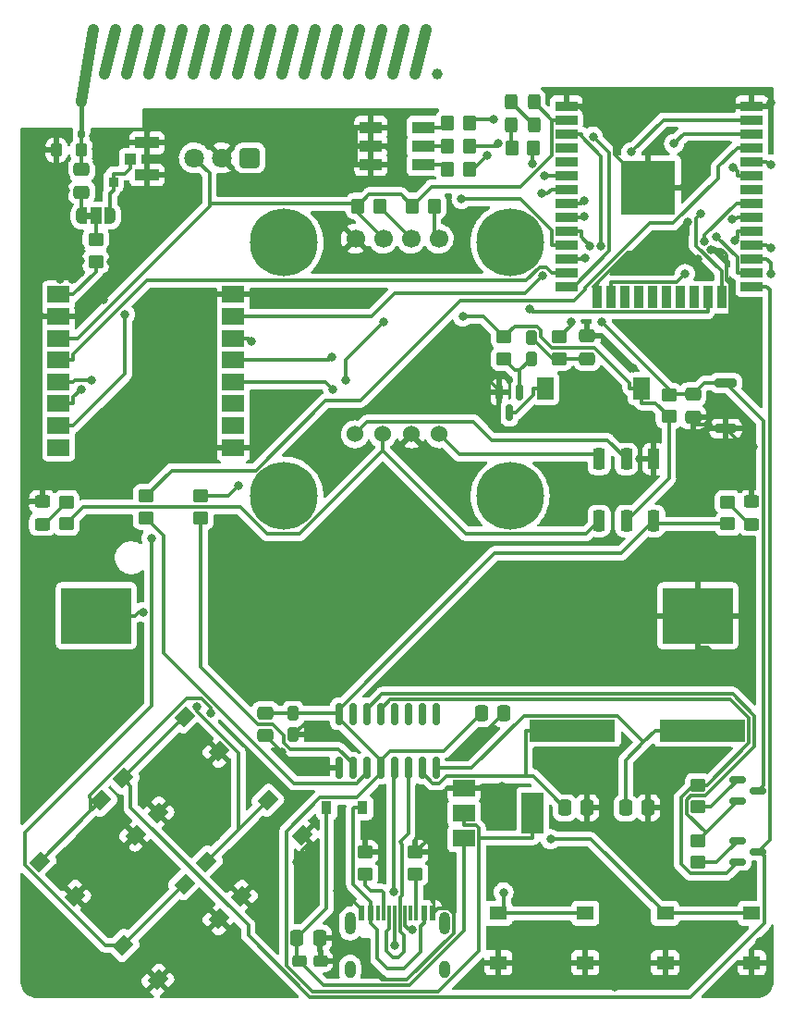
<source format=gbr>
G04 #@! TF.GenerationSoftware,KiCad,Pcbnew,6.0.11-2627ca5db0~126~ubuntu20.04.1*
G04 #@! TF.CreationDate,2023-05-06T23:23:21-05:00*
G04 #@! TF.ProjectId,iot-badge,696f742d-6261-4646-9765-2e6b69636164,rev?*
G04 #@! TF.SameCoordinates,Original*
G04 #@! TF.FileFunction,Copper,L1,Top*
G04 #@! TF.FilePolarity,Positive*
%FSLAX46Y46*%
G04 Gerber Fmt 4.6, Leading zero omitted, Abs format (unit mm)*
G04 Created by KiCad (PCBNEW 6.0.11-2627ca5db0~126~ubuntu20.04.1) date 2023-05-06 23:23:21*
%MOMM*%
%LPD*%
G01*
G04 APERTURE LIST*
G04 Aperture macros list*
%AMRoundRect*
0 Rectangle with rounded corners*
0 $1 Rounding radius*
0 $2 $3 $4 $5 $6 $7 $8 $9 X,Y pos of 4 corners*
0 Add a 4 corners polygon primitive as box body*
4,1,4,$2,$3,$4,$5,$6,$7,$8,$9,$2,$3,0*
0 Add four circle primitives for the rounded corners*
1,1,$1+$1,$2,$3*
1,1,$1+$1,$4,$5*
1,1,$1+$1,$6,$7*
1,1,$1+$1,$8,$9*
0 Add four rect primitives between the rounded corners*
20,1,$1+$1,$2,$3,$4,$5,0*
20,1,$1+$1,$4,$5,$6,$7,0*
20,1,$1+$1,$6,$7,$8,$9,0*
20,1,$1+$1,$8,$9,$2,$3,0*%
%AMRotRect*
0 Rectangle, with rotation*
0 The origin of the aperture is its center*
0 $1 length*
0 $2 width*
0 $3 Rotation angle, in degrees counterclockwise*
0 Add horizontal line*
21,1,$1,$2,0,0,$3*%
%AMFreePoly0*
4,1,22,0.550000,-0.750000,0.000000,-0.750000,0.000000,-0.745033,-0.079941,-0.743568,-0.215256,-0.701293,-0.333266,-0.622738,-0.424486,-0.514219,-0.481581,-0.384460,-0.499164,-0.250000,-0.500000,-0.250000,-0.500000,0.250000,-0.499164,0.250000,-0.499963,0.256109,-0.478152,0.396186,-0.417904,0.524511,-0.324060,0.630769,-0.204165,0.706417,-0.067858,0.745374,0.000000,0.744959,0.000000,0.750000,
0.550000,0.750000,0.550000,-0.750000,0.550000,-0.750000,$1*%
%AMFreePoly1*
4,1,20,0.000000,0.744959,0.073905,0.744508,0.209726,0.703889,0.328688,0.626782,0.421226,0.519385,0.479903,0.390333,0.500000,0.250000,0.500000,-0.250000,0.499851,-0.262216,0.476331,-0.402017,0.414519,-0.529596,0.319384,-0.634700,0.198574,-0.708877,0.061801,-0.746166,0.000000,-0.745033,0.000000,-0.750000,-0.550000,-0.750000,-0.550000,0.750000,0.000000,0.750000,0.000000,0.744959,
0.000000,0.744959,$1*%
G04 Aperture macros list end*
G04 #@! TA.AperFunction,EtchedComponent*
%ADD10C,1.016000*%
G04 #@! TD*
G04 #@! TA.AperFunction,EtchedComponent*
%ADD11C,0.400000*%
G04 #@! TD*
G04 #@! TA.AperFunction,SMDPad,CuDef*
%ADD12R,0.900000X1.200000*%
G04 #@! TD*
G04 #@! TA.AperFunction,SMDPad,CuDef*
%ADD13RoundRect,0.250000X-0.350000X-0.450000X0.350000X-0.450000X0.350000X0.450000X-0.350000X0.450000X0*%
G04 #@! TD*
G04 #@! TA.AperFunction,SMDPad,CuDef*
%ADD14RoundRect,0.250000X-0.337500X-0.475000X0.337500X-0.475000X0.337500X0.475000X-0.337500X0.475000X0*%
G04 #@! TD*
G04 #@! TA.AperFunction,SMDPad,CuDef*
%ADD15RoundRect,0.250000X-0.275000X0.400000X-0.275000X-0.400000X0.275000X-0.400000X0.275000X0.400000X0*%
G04 #@! TD*
G04 #@! TA.AperFunction,SMDPad,CuDef*
%ADD16RoundRect,0.250000X-0.325000X-0.450000X0.325000X-0.450000X0.325000X0.450000X-0.325000X0.450000X0*%
G04 #@! TD*
G04 #@! TA.AperFunction,SMDPad,CuDef*
%ADD17R,6.400000X5.100000*%
G04 #@! TD*
G04 #@! TA.AperFunction,SMDPad,CuDef*
%ADD18RoundRect,0.250000X-0.400000X-0.275000X0.400000X-0.275000X0.400000X0.275000X-0.400000X0.275000X0*%
G04 #@! TD*
G04 #@! TA.AperFunction,SMDPad,CuDef*
%ADD19RoundRect,0.250000X0.275000X0.350000X-0.275000X0.350000X-0.275000X-0.350000X0.275000X-0.350000X0*%
G04 #@! TD*
G04 #@! TA.AperFunction,SMDPad,CuDef*
%ADD20RoundRect,0.250000X-0.450000X0.350000X-0.450000X-0.350000X0.450000X-0.350000X0.450000X0.350000X0*%
G04 #@! TD*
G04 #@! TA.AperFunction,SMDPad,CuDef*
%ADD21RoundRect,0.250000X-0.475000X0.337500X-0.475000X-0.337500X0.475000X-0.337500X0.475000X0.337500X0*%
G04 #@! TD*
G04 #@! TA.AperFunction,SMDPad,CuDef*
%ADD22RoundRect,0.250000X-0.450000X0.325000X-0.450000X-0.325000X0.450000X-0.325000X0.450000X0.325000X0*%
G04 #@! TD*
G04 #@! TA.AperFunction,SMDPad,CuDef*
%ADD23R,2.000000X0.900000*%
G04 #@! TD*
G04 #@! TA.AperFunction,SMDPad,CuDef*
%ADD24R,0.900000X2.000000*%
G04 #@! TD*
G04 #@! TA.AperFunction,SMDPad,CuDef*
%ADD25R,5.000000X5.000000*%
G04 #@! TD*
G04 #@! TA.AperFunction,SMDPad,CuDef*
%ADD26R,1.050000X1.000000*%
G04 #@! TD*
G04 #@! TA.AperFunction,SMDPad,CuDef*
%ADD27R,2.200000X1.050000*%
G04 #@! TD*
G04 #@! TA.AperFunction,SMDPad,CuDef*
%ADD28RotRect,1.550000X1.300000X45.000000*%
G04 #@! TD*
G04 #@! TA.AperFunction,SMDPad,CuDef*
%ADD29R,0.600000X1.450000*%
G04 #@! TD*
G04 #@! TA.AperFunction,SMDPad,CuDef*
%ADD30R,0.300000X1.450000*%
G04 #@! TD*
G04 #@! TA.AperFunction,ComponentPad*
%ADD31O,1.000000X2.100000*%
G04 #@! TD*
G04 #@! TA.AperFunction,ComponentPad*
%ADD32O,1.000000X1.600000*%
G04 #@! TD*
G04 #@! TA.AperFunction,SMDPad,CuDef*
%ADD33R,2.000000X1.500000*%
G04 #@! TD*
G04 #@! TA.AperFunction,SMDPad,CuDef*
%ADD34R,2.000000X3.800000*%
G04 #@! TD*
G04 #@! TA.AperFunction,SMDPad,CuDef*
%ADD35R,1.550000X1.300000*%
G04 #@! TD*
G04 #@! TA.AperFunction,SMDPad,CuDef*
%ADD36RoundRect,0.150000X-0.587500X-0.150000X0.587500X-0.150000X0.587500X0.150000X-0.587500X0.150000X0*%
G04 #@! TD*
G04 #@! TA.AperFunction,SMDPad,CuDef*
%ADD37RoundRect,0.250000X0.450000X-0.350000X0.450000X0.350000X-0.450000X0.350000X-0.450000X-0.350000X0*%
G04 #@! TD*
G04 #@! TA.AperFunction,ComponentPad*
%ADD38C,1.000000*%
G04 #@! TD*
G04 #@! TA.AperFunction,SMDPad,CuDef*
%ADD39RoundRect,0.125000X-0.175000X-0.250000X0.175000X-0.250000X0.175000X0.250000X-0.175000X0.250000X0*%
G04 #@! TD*
G04 #@! TA.AperFunction,SMDPad,CuDef*
%ADD40FreePoly0,0.000000*%
G04 #@! TD*
G04 #@! TA.AperFunction,SMDPad,CuDef*
%ADD41R,1.000000X1.500000*%
G04 #@! TD*
G04 #@! TA.AperFunction,SMDPad,CuDef*
%ADD42FreePoly1,0.000000*%
G04 #@! TD*
G04 #@! TA.AperFunction,SMDPad,CuDef*
%ADD43R,7.875000X2.000000*%
G04 #@! TD*
G04 #@! TA.AperFunction,SMDPad,CuDef*
%ADD44RoundRect,0.150000X0.150000X-0.825000X0.150000X0.825000X-0.150000X0.825000X-0.150000X-0.825000X0*%
G04 #@! TD*
G04 #@! TA.AperFunction,ComponentPad*
%ADD45C,6.200000*%
G04 #@! TD*
G04 #@! TA.AperFunction,ComponentPad*
%ADD46C,1.700000*%
G04 #@! TD*
G04 #@! TA.AperFunction,ComponentPad*
%ADD47C,1.524000*%
G04 #@! TD*
G04 #@! TA.AperFunction,ComponentPad*
%ADD48RoundRect,0.248400X0.651600X0.651600X-0.651600X0.651600X-0.651600X-0.651600X0.651600X-0.651600X0*%
G04 #@! TD*
G04 #@! TA.AperFunction,ComponentPad*
%ADD49C,1.800000*%
G04 #@! TD*
G04 #@! TA.AperFunction,SMDPad,CuDef*
%ADD50RoundRect,0.150000X-0.150000X0.587500X-0.150000X-0.587500X0.150000X-0.587500X0.150000X0.587500X0*%
G04 #@! TD*
G04 #@! TA.AperFunction,SMDPad,CuDef*
%ADD51R,1.500000X2.000000*%
G04 #@! TD*
G04 #@! TA.AperFunction,SMDPad,CuDef*
%ADD52RoundRect,0.275000X-0.275000X0.700000X-0.275000X-0.700000X0.275000X-0.700000X0.275000X0.700000X0*%
G04 #@! TD*
G04 #@! TA.AperFunction,SMDPad,CuDef*
%ADD53RoundRect,0.250000X0.475000X-0.337500X0.475000X0.337500X-0.475000X0.337500X-0.475000X-0.337500X0*%
G04 #@! TD*
G04 #@! TA.AperFunction,ComponentPad*
%ADD54R,0.850000X0.850000*%
G04 #@! TD*
G04 #@! TA.AperFunction,SMDPad,CuDef*
%ADD55R,2.000000X1.100000*%
G04 #@! TD*
G04 #@! TA.AperFunction,SMDPad,CuDef*
%ADD56RoundRect,0.200000X0.800000X-0.200000X0.800000X0.200000X-0.800000X0.200000X-0.800000X-0.200000X0*%
G04 #@! TD*
G04 #@! TA.AperFunction,ViaPad*
%ADD57C,0.800000*%
G04 #@! TD*
G04 #@! TA.AperFunction,Conductor*
%ADD58C,0.300000*%
G04 #@! TD*
G04 #@! TA.AperFunction,Conductor*
%ADD59C,0.299800*%
G04 #@! TD*
G04 APERTURE END LIST*
D10*
X126456000Y-64932000D02*
X127472000Y-60868000D01*
X120360000Y-64932000D02*
X121376000Y-60868000D01*
X116296000Y-64932000D02*
X117312000Y-60868000D01*
D11*
X106100000Y-67896600D02*
X106100000Y-70200000D01*
D10*
X128488000Y-64932000D02*
X129504000Y-60868000D01*
X132552000Y-64932000D02*
X133568000Y-60868000D01*
X114264000Y-64932000D02*
X115280000Y-60868000D01*
X108168000Y-64932000D02*
X109184000Y-60868000D01*
X106100000Y-67496600D02*
X107152000Y-60868000D01*
X134584000Y-64932000D02*
X135600000Y-60868000D01*
X112232000Y-64932000D02*
X113248000Y-60868000D01*
X136616000Y-64932000D02*
X137632000Y-60868000D01*
X122392000Y-64932000D02*
X123408000Y-60868000D01*
X124424000Y-64932000D02*
X125440000Y-60868000D01*
X130520000Y-64932000D02*
X131536000Y-60868000D01*
X110200000Y-64932000D02*
X111216000Y-60868000D01*
X118328000Y-64932000D02*
X119344000Y-60868000D01*
G36*
X107000000Y-78200000D02*
G01*
X106500000Y-78200000D01*
X106500000Y-77600000D01*
X107000000Y-77600000D01*
X107000000Y-78200000D01*
G37*
D12*
X128550000Y-132100000D03*
X131850000Y-132100000D03*
D13*
X139600000Y-73600000D03*
X141600000Y-73600000D03*
X145500000Y-71700000D03*
X147500000Y-71700000D03*
X139600000Y-69400000D03*
X141600000Y-69400000D03*
D14*
X125823800Y-144000000D03*
X127898800Y-144000000D03*
D15*
X125476000Y-123444000D03*
X125476000Y-125394000D03*
D16*
X145475000Y-67500000D03*
X147525000Y-67500000D03*
D17*
X107450000Y-114500000D03*
X162550000Y-114500000D03*
D14*
X150346500Y-132080000D03*
X152421500Y-132080000D03*
D18*
X126025000Y-146100000D03*
X127975000Y-146100000D03*
D19*
X106100000Y-71900000D03*
X103800000Y-71900000D03*
D20*
X107400000Y-80100000D03*
X107400000Y-82100000D03*
D21*
X162100000Y-94252500D03*
X162100000Y-96327500D03*
D22*
X167500000Y-104075000D03*
X167500000Y-106125000D03*
D23*
X150500000Y-67845000D03*
X150500000Y-69115000D03*
X150500000Y-70385000D03*
X150500000Y-71655000D03*
X150500000Y-72925000D03*
X150500000Y-74195000D03*
X150500000Y-75465000D03*
X150500000Y-76735000D03*
X150500000Y-78005000D03*
X150500000Y-79275000D03*
X150500000Y-80545000D03*
X150500000Y-81815000D03*
X150500000Y-83085000D03*
X150500000Y-84355000D03*
D24*
X153285000Y-85355000D03*
X154555000Y-85355000D03*
X155825000Y-85355000D03*
X157095000Y-85355000D03*
X158365000Y-85355000D03*
X159635000Y-85355000D03*
X160905000Y-85355000D03*
X162175000Y-85355000D03*
X163445000Y-85355000D03*
X164715000Y-85355000D03*
D23*
X167500000Y-84355000D03*
X167500000Y-83085000D03*
X167500000Y-81815000D03*
X167500000Y-80545000D03*
X167500000Y-79275000D03*
X167500000Y-78005000D03*
X167500000Y-76735000D03*
X167500000Y-75465000D03*
X167500000Y-74195000D03*
X167500000Y-72925000D03*
X167500000Y-71655000D03*
X167500000Y-70385000D03*
X167500000Y-69115000D03*
X167500000Y-67845000D03*
D25*
X158000000Y-75345000D03*
D26*
X110550000Y-72700000D03*
D27*
X112075000Y-71225000D03*
X112075000Y-74175000D03*
D28*
X109898260Y-129369759D03*
X115519759Y-123748260D03*
X118701740Y-126930241D03*
X113080241Y-132551740D03*
D29*
X131750000Y-141751000D03*
X132550000Y-141751000D03*
D30*
X133750000Y-141751000D03*
X134750000Y-141751000D03*
X135250000Y-141751000D03*
X136250000Y-141751000D03*
D29*
X137450000Y-141751000D03*
X138250000Y-141751000D03*
X138250000Y-141751000D03*
X137450000Y-141751000D03*
D30*
X136750000Y-141751000D03*
X135750000Y-141751000D03*
X134250000Y-141751000D03*
X133250000Y-141751000D03*
D29*
X132550000Y-141751000D03*
X131750000Y-141751000D03*
D31*
X130680000Y-142666000D03*
D32*
X139320000Y-146846000D03*
X130680000Y-146846000D03*
D31*
X139320000Y-142666000D03*
D20*
X112000000Y-103550000D03*
X112000000Y-105550000D03*
D13*
X136387100Y-77000000D03*
X138387100Y-77000000D03*
D33*
X141122000Y-130288000D03*
D34*
X147422000Y-132588000D03*
D33*
X141122000Y-132588000D03*
X141122000Y-134888000D03*
D35*
X152236400Y-141750000D03*
X144286400Y-141750000D03*
X144286400Y-146250000D03*
X152236400Y-146250000D03*
D28*
X115519759Y-139048260D03*
X109898260Y-144669759D03*
X113080241Y-147851740D03*
X118701740Y-142230241D03*
D15*
X147320000Y-89025000D03*
X147320000Y-90975000D03*
D36*
X166194500Y-129558000D03*
X166194500Y-131458000D03*
X168069500Y-130508000D03*
D37*
X149860000Y-91000000D03*
X149860000Y-89000000D03*
D14*
X155934500Y-132080000D03*
X158009500Y-132080000D03*
D38*
X127472000Y-60868000D03*
X115280000Y-60868000D03*
X123408000Y-60868000D03*
X121376000Y-60868000D03*
X113248000Y-60868000D03*
X118328000Y-64932000D03*
X138648000Y-64932000D03*
X116296000Y-64932000D03*
X108168000Y-64932000D03*
X126456000Y-64932000D03*
X110200000Y-64932000D03*
X136616000Y-64932000D03*
X122392000Y-64932000D03*
X117312000Y-60868000D03*
X134584000Y-64932000D03*
X120360000Y-64932000D03*
X111216000Y-60868000D03*
X112232000Y-64932000D03*
X133568000Y-60868000D03*
X107152000Y-60868000D03*
X119344000Y-60868000D03*
X132552000Y-64932000D03*
X128488000Y-64932000D03*
X130520000Y-64932000D03*
X109184000Y-60868000D03*
X137632000Y-60868000D03*
X124424000Y-64932000D03*
X125440000Y-60868000D03*
X129504000Y-60868000D03*
X114264000Y-64932000D03*
X135600000Y-60868000D03*
X131536000Y-60868000D03*
D39*
X106100000Y-70400000D03*
D21*
X122936000Y-123422500D03*
X122936000Y-125497500D03*
D37*
X136652000Y-138160000D03*
X136652000Y-136160000D03*
D40*
X106100000Y-77900000D03*
D41*
X107400000Y-77900000D03*
D42*
X108700000Y-77900000D03*
D43*
X151062500Y-125000000D03*
X162937500Y-125000000D03*
D13*
X131392900Y-77000000D03*
X133392900Y-77000000D03*
D44*
X129667000Y-128459000D03*
X130937000Y-128459000D03*
X132207000Y-128459000D03*
X133477000Y-128459000D03*
X134747000Y-128459000D03*
X136017000Y-128459000D03*
X137287000Y-128459000D03*
X138557000Y-128459000D03*
X138557000Y-123509000D03*
X137287000Y-123509000D03*
X136017000Y-123509000D03*
X134747000Y-123509000D03*
X133477000Y-123509000D03*
X132207000Y-123509000D03*
X130937000Y-123509000D03*
X129667000Y-123509000D03*
D45*
X145350000Y-103548000D03*
X145350000Y-80348000D03*
X124650000Y-80348000D03*
X124650000Y-103548000D03*
D46*
X131190000Y-79998000D03*
X133730000Y-79998000D03*
X136270000Y-79998000D03*
X138810000Y-79998000D03*
D47*
X131137000Y-97898000D03*
X133677000Y-97898000D03*
X136323000Y-97898000D03*
X138863000Y-97898000D03*
D35*
X159546400Y-141750000D03*
X167496400Y-141750000D03*
X167496400Y-146250000D03*
X159546400Y-146250000D03*
D16*
X145475000Y-69600000D03*
X147525000Y-69600000D03*
D13*
X139600000Y-71500000D03*
X141600000Y-71500000D03*
D21*
X106100000Y-73662500D03*
X106100000Y-75737500D03*
D28*
X117528260Y-137019759D03*
X123149759Y-131398260D03*
X126331740Y-134580241D03*
X120710241Y-140201740D03*
D37*
X132080000Y-138160000D03*
X132080000Y-136160000D03*
D48*
X121500000Y-72600000D03*
D49*
X118960000Y-72600000D03*
X116420000Y-72600000D03*
D36*
X166194500Y-135146000D03*
X166194500Y-137046000D03*
X168069500Y-136096000D03*
D50*
X146250000Y-94062500D03*
X144350000Y-94062500D03*
X145300000Y-95937500D03*
D51*
X157400000Y-93700000D03*
X148600000Y-93700000D03*
D37*
X162560000Y-132000000D03*
X162560000Y-130000000D03*
D52*
X153500000Y-105825000D03*
X156000000Y-105825000D03*
X158500000Y-105825000D03*
X153500000Y-100175000D03*
X156000000Y-100175000D03*
X158500000Y-100175000D03*
D53*
X152400000Y-90975000D03*
X152400000Y-88900000D03*
D22*
X102500000Y-104075000D03*
X102500000Y-106125000D03*
D33*
X104000000Y-85100000D03*
X104000000Y-87100000D03*
X104000000Y-89100000D03*
X104000000Y-91100000D03*
X104000000Y-93100000D03*
X104000000Y-95100000D03*
X104000000Y-97100000D03*
X104000000Y-99100000D03*
X120000000Y-99100000D03*
X120000000Y-97100000D03*
X120000000Y-95100000D03*
X120000000Y-93100000D03*
X120000000Y-91100000D03*
X120000000Y-89100000D03*
X120000000Y-87100000D03*
X120000000Y-85100000D03*
D20*
X104700000Y-104100000D03*
X104700000Y-106100000D03*
X165300000Y-104100000D03*
X165300000Y-106100000D03*
D54*
X109000000Y-74800000D03*
D20*
X144780000Y-89000000D03*
X144780000Y-91000000D03*
D28*
X102268260Y-137019759D03*
X107889759Y-131398260D03*
X111071740Y-134580241D03*
X105450241Y-140201740D03*
D14*
X142726500Y-123444000D03*
X144801500Y-123444000D03*
D37*
X162560000Y-137096000D03*
X162560000Y-135096000D03*
D55*
X132600000Y-69800000D03*
X132600000Y-71500000D03*
X132600000Y-73200000D03*
X137400000Y-73200000D03*
X137400000Y-71500000D03*
X137400000Y-69800000D03*
D56*
X165100000Y-97390000D03*
X165100000Y-93190000D03*
D20*
X117000000Y-103550000D03*
X117000000Y-105550000D03*
D37*
X159900000Y-96290000D03*
X159900000Y-94290000D03*
D57*
X147116000Y-86392900D03*
X164268000Y-79838700D03*
X169245000Y-73198500D03*
X120475000Y-102603000D03*
X148533000Y-74251000D03*
X110058000Y-86919000D03*
X106046000Y-93800400D03*
X148247000Y-75839700D03*
X140894000Y-76375600D03*
X106985000Y-92933800D03*
X121662000Y-89393800D03*
X152227000Y-81771600D03*
X129115000Y-93792800D03*
X165896000Y-80128600D03*
X148340000Y-83339700D03*
X165651000Y-78222100D03*
X129052000Y-90819600D03*
X163124000Y-80213500D03*
X111725000Y-114177000D03*
X140000000Y-103000000D03*
X104600000Y-79200000D03*
X110500000Y-76400000D03*
X125816000Y-137063000D03*
X158000000Y-75345000D03*
X161624000Y-78450200D03*
X132080000Y-81800000D03*
X104600000Y-78000000D03*
X106772000Y-141286000D03*
X167640000Y-88900000D03*
X152550000Y-148077000D03*
X127000000Y-124600000D03*
X124460000Y-127000000D03*
X113700000Y-75700000D03*
X167640000Y-99060000D03*
X114300000Y-70800000D03*
X137534000Y-132943000D03*
X104600000Y-75600000D03*
X107000000Y-86360000D03*
X106000000Y-80800000D03*
X109100000Y-73000000D03*
X103700000Y-73400000D03*
X163462600Y-96968100D03*
X105800000Y-79600000D03*
X160090000Y-148077000D03*
X143424700Y-92967100D03*
X162560000Y-73660000D03*
X121920000Y-148500000D03*
X107400000Y-71800000D03*
X116945000Y-140822000D03*
X116909500Y-86099700D03*
X144272000Y-132588000D03*
X116840000Y-134620000D03*
X105800000Y-86360000D03*
X107200000Y-70600000D03*
X142240000Y-126300000D03*
X168230000Y-144367000D03*
X117250000Y-98072300D03*
X104600000Y-76800000D03*
X149860000Y-129540000D03*
X102500000Y-70600000D03*
X154940000Y-148500000D03*
X114300000Y-73200000D03*
X105200000Y-83750500D03*
X169245000Y-67547500D03*
X109800000Y-70600000D03*
X127000000Y-137160000D03*
X157250000Y-100118200D03*
X108800000Y-84500000D03*
X112500000Y-69700000D03*
X109300000Y-79700000D03*
X113700000Y-69700000D03*
X129540000Y-139700000D03*
X108100000Y-85600000D03*
X163775109Y-80971829D03*
X106000000Y-83100000D03*
X164250000Y-118159000D03*
X110200000Y-77600000D03*
X160020000Y-81280000D03*
X168000000Y-148500000D03*
X112500000Y-75700000D03*
X104140000Y-83750500D03*
X116942000Y-129040000D03*
X114214000Y-148873000D03*
X104600000Y-74300000D03*
X156611400Y-91849400D03*
X160020000Y-114300000D03*
X122160000Y-141328000D03*
X152550000Y-133745000D03*
X108800000Y-82100000D03*
X114435000Y-133659000D03*
X107500000Y-73000000D03*
X129540000Y-85500000D03*
X144611000Y-130084000D03*
X111760000Y-137160000D03*
X101505000Y-86510600D03*
X114300000Y-74400000D03*
X108800000Y-83300000D03*
X108800000Y-80900000D03*
X167307000Y-101749100D03*
X157984000Y-133745000D03*
X144750000Y-148077000D03*
X132080000Y-134620000D03*
X106000000Y-82000000D03*
X102500000Y-71800000D03*
X152000000Y-96520000D03*
X110200000Y-78800000D03*
X111300000Y-75700000D03*
X162540425Y-81857040D03*
X114300000Y-72000000D03*
X134300000Y-71640900D03*
X109229000Y-136724000D03*
X102500000Y-73200000D03*
X109100000Y-71800000D03*
X165100000Y-67000000D03*
X101905000Y-101749000D03*
X153691000Y-80656000D03*
X153755000Y-87630600D03*
X134750000Y-144650000D03*
X134700000Y-139782000D03*
X136415000Y-143256000D03*
X141009000Y-87136600D03*
X152632000Y-80644300D03*
X150927000Y-87646300D03*
X165735000Y-73438000D03*
X143850000Y-69107100D03*
X144288000Y-71273300D03*
X160364000Y-71306500D03*
X156450000Y-72064900D03*
X143278000Y-72336000D03*
X147357000Y-73140100D03*
X162801000Y-77678900D03*
X152161000Y-76523900D03*
X133742000Y-87610200D03*
X130308000Y-92967100D03*
X149053000Y-134955000D03*
X152158000Y-77986800D03*
X144750000Y-139819000D03*
X161368000Y-83217900D03*
X112486000Y-107420000D03*
X169245000Y-83235000D03*
X117957000Y-123448000D03*
X116667000Y-122824000D03*
X169245000Y-80862400D03*
X152944000Y-70648800D03*
D58*
X133677000Y-99400400D02*
X133677000Y-97898000D01*
X126064000Y-107013000D02*
X133677000Y-99400400D01*
X120629000Y-104550000D02*
X123092000Y-107013000D01*
X141275000Y-106998000D02*
X133677000Y-99400400D01*
X104700000Y-106100000D02*
X106250000Y-104550000D01*
X152327000Y-106998000D02*
X141275000Y-106998000D01*
X153500000Y-105825000D02*
X152327000Y-106998000D01*
X123092000Y-107013000D02*
X126064000Y-107013000D01*
X106250000Y-104550000D02*
X120629000Y-104550000D01*
X125824000Y-144014800D02*
X125824000Y-144007400D01*
X125824000Y-144001800D02*
X125824000Y-144000900D01*
X125824000Y-144118500D02*
X125824000Y-144059200D01*
X125824000Y-144949000D02*
X125824000Y-144474000D01*
X125824000Y-144003700D02*
X125824000Y-144001800D01*
X128550000Y-141274000D02*
X128550000Y-132100000D01*
X125824000Y-144007400D02*
X125824000Y-144003700D01*
X125824000Y-144000200D02*
X125824000Y-144000100D01*
X125824000Y-144001800D02*
X125824000Y-144000900D01*
X125824000Y-144059200D02*
X125824000Y-144029600D01*
X125824000Y-144029600D02*
X125824000Y-144014800D01*
X125824000Y-144474000D02*
X125824000Y-144237000D01*
X141122000Y-134888000D02*
X141122000Y-143323000D01*
X125824000Y-144000400D02*
X125824000Y-144000200D01*
X125824000Y-144000200D02*
X125824000Y-144000100D01*
X125824000Y-144007400D02*
X125824000Y-144003700D01*
X126025000Y-146100000D02*
X125824000Y-145899000D01*
X125824000Y-144000000D02*
X128550000Y-141274000D01*
X125824000Y-144000400D02*
X125824000Y-144000200D01*
X125824000Y-144003700D02*
X125824000Y-144001800D01*
X125824000Y-144237000D02*
X125824000Y-144118500D01*
X125824000Y-144059200D02*
X125824000Y-144029600D01*
X125824000Y-144003700D02*
X125824000Y-144001800D01*
X125824000Y-144000100D02*
X125824000Y-144000000D01*
X125824000Y-144474000D02*
X125824000Y-144237000D01*
X125824000Y-144014800D02*
X125824000Y-144007400D01*
X125824000Y-144000000D02*
X125823800Y-144000000D01*
X125824000Y-144118500D02*
X125824000Y-144059200D01*
X125824000Y-144029600D02*
X125824000Y-144014800D01*
X125824000Y-144000900D02*
X125824000Y-144000400D01*
X125824000Y-144014800D02*
X125824000Y-144007400D01*
X141122000Y-143323000D02*
X136100000Y-148345000D01*
X125824000Y-144000100D02*
X125824000Y-144000000D01*
X125824000Y-144000200D02*
X125824000Y-144000100D01*
X125824000Y-144059200D02*
X125824000Y-144029600D01*
X125824000Y-144007400D02*
X125824000Y-144003700D01*
X125824000Y-144237000D02*
X125824000Y-144118500D01*
X125824000Y-144949000D02*
X125824000Y-144474000D01*
X125824000Y-144950000D02*
X125824000Y-144949000D01*
X125824000Y-144000400D02*
X125824000Y-144000200D01*
X125824000Y-144118500D02*
X125824000Y-144059200D01*
X125824000Y-144950000D02*
X125824000Y-144949000D01*
X125824000Y-144474000D02*
X125824000Y-144237000D01*
X128270000Y-148345000D02*
X126025000Y-146100000D01*
X125824000Y-144237000D02*
X125824000Y-144118500D01*
X125824000Y-145899000D02*
X125824000Y-144950000D01*
X125824000Y-144029600D02*
X125824000Y-144014800D01*
X125824000Y-144000900D02*
X125824000Y-144000400D01*
X136100000Y-148345000D02*
X128270000Y-148345000D01*
X125824000Y-144000100D02*
X125824000Y-144000000D01*
X125824000Y-144000900D02*
X125824000Y-144000400D01*
X125824000Y-144001800D02*
X125824000Y-144000900D01*
X146775000Y-125000000D02*
X151062000Y-125000000D01*
X139511000Y-129188000D02*
X146775000Y-129188000D01*
X138864000Y-129836000D02*
X139511000Y-129188000D01*
X148978000Y-130712000D02*
X149434000Y-131168000D01*
X138243000Y-129836000D02*
X138864000Y-129836000D01*
X149890500Y-131624000D02*
X150346500Y-132080000D01*
X149434000Y-131168000D02*
X149890000Y-131624000D01*
X148978000Y-130712000D02*
X149434000Y-131168000D01*
X146775000Y-129188000D02*
X146775000Y-125000000D01*
X146775000Y-129188000D02*
X147454000Y-129188000D01*
X149890000Y-131624000D02*
X150346000Y-132080000D01*
X137287000Y-128459000D02*
X137287000Y-128880000D01*
X137287000Y-128880000D02*
X138243000Y-129836000D01*
X149890000Y-131624000D02*
X149890500Y-131624000D01*
X147454000Y-129188000D02*
X148978000Y-130712000D01*
X151062000Y-125000000D02*
X151062500Y-125000000D01*
X162937500Y-125000000D02*
X158650000Y-125000000D01*
X155934000Y-128807000D02*
X155934000Y-129898000D01*
X158650000Y-125000000D02*
X157584000Y-126066000D01*
X155934000Y-130989000D02*
X155934000Y-132080000D01*
X155168000Y-123650000D02*
X157584000Y-126066000D01*
X155934000Y-129898000D02*
X155934000Y-130989000D01*
X155934500Y-130989500D02*
X155934500Y-132080000D01*
X138557000Y-128459000D02*
X141781000Y-128459000D01*
X155934000Y-127715000D02*
X155934000Y-128806000D01*
X157584000Y-126066000D02*
X155934000Y-127715000D01*
X155934000Y-130989000D02*
X155934500Y-130989500D01*
X155934000Y-128806000D02*
X155934000Y-128807000D01*
X155934000Y-128806000D02*
X155934000Y-128807000D01*
X146590000Y-123650000D02*
X155168000Y-123650000D01*
X155934000Y-128807000D02*
X155934000Y-129898000D01*
X162938000Y-125000000D02*
X162937500Y-125000000D01*
X141781000Y-128459000D02*
X146590000Y-123650000D01*
X133393000Y-77090600D02*
X133393000Y-77090500D01*
X163445000Y-86705100D02*
X147428000Y-86705100D01*
X133393000Y-77030200D02*
X133393000Y-77000000D01*
X133393000Y-77090500D02*
X133393000Y-77060400D01*
X133393000Y-77090600D02*
X133393000Y-77090500D01*
X133392900Y-77030100D02*
X133392900Y-77000000D01*
X136270000Y-79998000D02*
X133393000Y-77120900D01*
X133393000Y-77120900D02*
X133393000Y-77090600D01*
X133393000Y-77030200D02*
X133392900Y-77030100D01*
X163445000Y-85355000D02*
X163445000Y-86705100D01*
X147428000Y-86705100D02*
X147116000Y-86392900D01*
X133393000Y-77060400D02*
X133393000Y-77030200D01*
X133393000Y-77090500D02*
X133393000Y-77060400D01*
X166150000Y-83085000D02*
X166150000Y-81720500D01*
X138387000Y-77643700D02*
X138387100Y-77643600D01*
X138387000Y-78287500D02*
X138387000Y-77643700D01*
X138387000Y-78931200D02*
X138387000Y-78287500D01*
X138387100Y-77643600D02*
X138387100Y-77000000D01*
X138387000Y-79575100D02*
X138387000Y-78931300D01*
X138387000Y-77643700D02*
X138387000Y-77000000D01*
X138387000Y-78931300D02*
X138387000Y-78931200D01*
X138810000Y-79998000D02*
X138387000Y-79575100D01*
X166150000Y-81720500D02*
X164268000Y-79838700D01*
X167500000Y-83085000D02*
X166150000Y-83085000D01*
X138387000Y-78931300D02*
X138387000Y-78931200D01*
X138387000Y-78931200D02*
X138387000Y-78287500D01*
X169124000Y-73198500D02*
X169245000Y-73198500D01*
X167500000Y-72925000D02*
X168850000Y-72925000D01*
X117000000Y-103550000D02*
X119528000Y-103550000D01*
X119528000Y-103550000D02*
X120475000Y-102603000D01*
X168850000Y-72925000D02*
X169124000Y-73198500D01*
X122274000Y-124460000D02*
X123575000Y-124460000D01*
X124600000Y-125485000D02*
X124600000Y-126104000D01*
X123575000Y-124460000D02*
X124600000Y-125485000D01*
X124600000Y-126104000D02*
X125239000Y-126743000D01*
X117000000Y-119186000D02*
X122274000Y-124460000D01*
X129650000Y-126743000D02*
X130937000Y-128030000D01*
X117000000Y-105550000D02*
X117000000Y-119186000D01*
X125239000Y-126743000D02*
X129650000Y-126743000D01*
X130937000Y-128030000D02*
X130937000Y-128459000D01*
X114347000Y-101203000D02*
X112000000Y-103550000D01*
X158111000Y-78569300D02*
X152228000Y-84451600D01*
X131624000Y-94821800D02*
X128439000Y-94821800D01*
X164383000Y-73421600D02*
X164383000Y-74488700D01*
X140803000Y-85642800D02*
X131624000Y-94821800D01*
X152228000Y-84648100D02*
X151234000Y-85642800D01*
X164383000Y-74488700D02*
X160303000Y-78569300D01*
X128439000Y-94821800D02*
X122058000Y-101203000D01*
X160303000Y-78569300D02*
X158111000Y-78569300D01*
X167500000Y-71655000D02*
X166150000Y-71655000D01*
X152228000Y-84451600D02*
X152228000Y-84648100D01*
X151234000Y-85642800D02*
X140803000Y-85642800D01*
X166150000Y-71655000D02*
X164383000Y-73421600D01*
X122058000Y-101203000D02*
X114347000Y-101203000D01*
X113646000Y-117941000D02*
X113646000Y-107196000D01*
X113646000Y-107196000D02*
X112000000Y-105550000D01*
X125528000Y-129823000D02*
X113646000Y-117941000D01*
X131265000Y-129823000D02*
X125528000Y-129823000D01*
X132207000Y-128459000D02*
X132207000Y-128882000D01*
X132207000Y-128882000D02*
X131265000Y-129823000D01*
X105350000Y-97100000D02*
X110058000Y-92391800D01*
X149094000Y-74251000D02*
X148533000Y-74251000D01*
X110058000Y-92391800D02*
X110058000Y-86919000D01*
X104000000Y-97100000D02*
X105350000Y-97100000D01*
X149150000Y-74195000D02*
X149094000Y-74251000D01*
X150500000Y-74195000D02*
X149150000Y-74195000D01*
X150500000Y-75465000D02*
X149150000Y-75465000D01*
X148775000Y-75839700D02*
X148247000Y-75839700D01*
X105350000Y-95100000D02*
X105350000Y-94496600D01*
X149150000Y-75465000D02*
X148775000Y-75839700D01*
X105350000Y-94496600D02*
X106046000Y-93800400D01*
X104000000Y-95100000D02*
X105350000Y-95100000D01*
X104000000Y-93100000D02*
X105350000Y-93100000D01*
X105516000Y-92933800D02*
X106985000Y-92933800D01*
X149150000Y-80545000D02*
X149150000Y-79215700D01*
X105350000Y-93100000D02*
X105516000Y-92933800D01*
X149150000Y-79215700D02*
X146310000Y-76375600D01*
X146310000Y-76375600D02*
X140894000Y-76375600D01*
X150500000Y-80545000D02*
X149150000Y-80545000D01*
X151894000Y-81771600D02*
X152227000Y-81771600D01*
X121368000Y-89100000D02*
X121662000Y-89393800D01*
X150500000Y-81815000D02*
X151850000Y-81815000D01*
X151850000Y-81815000D02*
X151894000Y-81771600D01*
X120000000Y-89100000D02*
X121368000Y-89100000D01*
X150500000Y-83085000D02*
X149150000Y-83085000D01*
X105350000Y-91100000D02*
X104000000Y-91100000D01*
X105350000Y-90547300D02*
X105350000Y-91100000D01*
X149150000Y-83085000D02*
X148654000Y-82589600D01*
X148654000Y-82589600D02*
X148029000Y-82589600D01*
X148029000Y-82589600D02*
X146780000Y-83839100D01*
X146780000Y-83839100D02*
X112058000Y-83839100D01*
X112058000Y-83839100D02*
X105350000Y-90547300D01*
X120000000Y-93100000D02*
X128422000Y-93100000D01*
X166150000Y-79874600D02*
X165896000Y-80128600D01*
X167500000Y-79275000D02*
X166150000Y-79275000D01*
X166150000Y-79275000D02*
X166150000Y-79874600D01*
X128422000Y-93100000D02*
X129115000Y-93792800D01*
X163269000Y-134384000D02*
X164732000Y-132921000D01*
X165757000Y-121670000D02*
X167739000Y-123653000D01*
X161499000Y-132615000D02*
X163269000Y-134384000D01*
X132207000Y-123091000D02*
X133628000Y-121670000D01*
X166194500Y-131458500D02*
X166194500Y-131458000D01*
X164732000Y-132921000D02*
X166194500Y-131458500D01*
X161499000Y-131364000D02*
X161499000Y-132615000D01*
X132207000Y-123509000D02*
X132207000Y-123091000D01*
X163210000Y-131000000D02*
X161864000Y-131000000D01*
X133628000Y-121670000D02*
X165757000Y-121670000D01*
X161864000Y-131000000D02*
X161499000Y-131364000D01*
X162560000Y-135092000D02*
X163269000Y-134384000D01*
X167739000Y-126471000D02*
X163210000Y-131000000D01*
X167739000Y-123653000D02*
X167739000Y-126471000D01*
X162560000Y-135096000D02*
X162560000Y-135092000D01*
X106100000Y-73662500D02*
X106100000Y-71900000D01*
X106100000Y-70400000D02*
X106100000Y-71900000D01*
X165933000Y-78222100D02*
X165651000Y-78222100D01*
X132671000Y-87100000D02*
X134797000Y-84973600D01*
X166150000Y-78005000D02*
X165933000Y-78222100D01*
X134797000Y-84973600D02*
X146706000Y-84973600D01*
X167500000Y-78005000D02*
X166150000Y-78005000D01*
X146706000Y-84973600D02*
X148340000Y-83339700D01*
X120000000Y-87100000D02*
X132671000Y-87100000D01*
X163124000Y-79687400D02*
X166076000Y-76735000D01*
X163124000Y-80213500D02*
X163124000Y-79687400D01*
X128772000Y-91100000D02*
X129052000Y-90819600D01*
X120000000Y-91100000D02*
X128772000Y-91100000D01*
X166076000Y-76735000D02*
X167500000Y-76735000D01*
X111000000Y-114500000D02*
X111323000Y-114177000D01*
X107450000Y-114500000D02*
X111000000Y-114500000D01*
X140704000Y-99738500D02*
X138863000Y-97898000D01*
X111323000Y-114177000D02*
X111725000Y-114177000D01*
X153500000Y-100175000D02*
X153064000Y-99738500D01*
X153064000Y-99738500D02*
X140704000Y-99738500D01*
X142222000Y-133688000D02*
X141122000Y-133688000D01*
X138794000Y-148881000D02*
X142472000Y-145203000D01*
X122941000Y-123428000D02*
X122938500Y-123425000D01*
X122946000Y-123433000D02*
X122941000Y-123428000D01*
X129602000Y-123141000D02*
X143953000Y-108790000D01*
X155534000Y-108790000D02*
X158500000Y-105825000D01*
X133477000Y-127773000D02*
X133477000Y-128459000D01*
X125476000Y-123444000D02*
X122958000Y-123444000D01*
X122936000Y-123422000D02*
X122947000Y-123433000D01*
X122958000Y-123444000D02*
X122947000Y-123433000D01*
X127227000Y-148881000D02*
X138794000Y-148881000D01*
X122936200Y-123422300D02*
X122936000Y-123422000D01*
X158775000Y-106100000D02*
X158500000Y-105825000D01*
X124881000Y-146534000D02*
X127227000Y-148881000D01*
X133477000Y-127773000D02*
X134372000Y-126878000D01*
X129602000Y-123444000D02*
X129602000Y-123141000D01*
X122937300Y-123423500D02*
X122936200Y-123422300D01*
X139292000Y-126878000D02*
X141412500Y-124757500D01*
X122941000Y-123428000D02*
X122938500Y-123425000D01*
X141412500Y-124757500D02*
X141413000Y-124757500D01*
X142472000Y-145203000D02*
X142472000Y-134838000D01*
X141122000Y-133688000D02*
X141122000Y-132588000D01*
X143953000Y-108790000D02*
X155534000Y-108790000D01*
X122938500Y-123425000D02*
X122937300Y-123423500D01*
X122936000Y-123422500D02*
X122936200Y-123422300D01*
X129667000Y-123963000D02*
X133477000Y-127773000D01*
X122947000Y-123433000D02*
X122946000Y-123433000D01*
X122936200Y-123422300D02*
X122936000Y-123422000D01*
X129667000Y-123509000D02*
X129667000Y-123963000D01*
X122938500Y-123425000D02*
X122937300Y-123423500D01*
X147422000Y-134838000D02*
X147422000Y-132588000D01*
X133477000Y-128940000D02*
X131268000Y-131150000D01*
X141413000Y-124757500D02*
X142726500Y-123444000D01*
X124881000Y-134224000D02*
X124881000Y-146534000D01*
X129602000Y-123444000D02*
X125476000Y-123444000D01*
X129667000Y-123509000D02*
X129602000Y-123444000D01*
X127955000Y-131150000D02*
X124881000Y-134224000D01*
X142472000Y-133938000D02*
X142222000Y-133688000D01*
X134372000Y-126878000D02*
X139292000Y-126878000D01*
X142472000Y-134838000D02*
X147422000Y-134838000D01*
X131268000Y-131150000D02*
X127955000Y-131150000D01*
X122937300Y-123423500D02*
X122936200Y-123422300D01*
X133477000Y-128459000D02*
X133477000Y-128940000D01*
X165300000Y-106100000D02*
X158775000Y-106100000D01*
X142472000Y-134838000D02*
X142472000Y-133938000D01*
X167496000Y-145675500D02*
X167496000Y-146250000D01*
X122160000Y-141328000D02*
X121837000Y-141328000D01*
X152236000Y-147006500D02*
X152236400Y-147006100D01*
X165051159Y-81328846D02*
X164694142Y-80971829D01*
X110276000Y-135376000D02*
X110276000Y-135677000D01*
X158010000Y-132900000D02*
X158009500Y-132899500D01*
X153495000Y-83893100D02*
X153285000Y-84102700D01*
X112500000Y-69924900D02*
X112500000Y-69700000D01*
X158443200Y-100118200D02*
X158500000Y-100175000D01*
X114435000Y-133659000D02*
X114188000Y-133659000D01*
X104000000Y-87100000D02*
X102650000Y-87100000D01*
X118702000Y-126930000D02*
X118701700Y-126930300D01*
X121837000Y-141328000D02*
X121273500Y-140765000D01*
X113591000Y-148362500D02*
X113080200Y-147851700D01*
X112075000Y-70349900D02*
X112500000Y-69924900D01*
X116909500Y-86099700D02*
X117909200Y-85100000D01*
X144286400Y-146931100D02*
X144286400Y-146250000D01*
X130556000Y-140716000D02*
X131064000Y-140716000D01*
X158010000Y-132900000D02*
X158010000Y-132080000D01*
X164694142Y-80971829D02*
X163775109Y-80971829D01*
X157984000Y-133745000D02*
X158010000Y-133720000D01*
X168230000Y-144367000D02*
X167496000Y-145101000D01*
X116945000Y-140822000D02*
X117294000Y-140822000D01*
X126332000Y-135995000D02*
X126332000Y-136547000D01*
X112075000Y-75275000D02*
X112075000Y-74175000D01*
X106534000Y-141286000D02*
X105450200Y-140202200D01*
X113634000Y-133105500D02*
X113080200Y-132551700D01*
X160875000Y-75345000D02*
X162560000Y-73660000D01*
X159546000Y-146891500D02*
X159546000Y-146250000D01*
X127975000Y-144076000D02*
X127975000Y-146100000D01*
X144286000Y-147613000D02*
X144286000Y-146931500D01*
X127899000Y-144000000D02*
X127937000Y-144038000D01*
X159546000Y-147533000D02*
X159546000Y-146891500D01*
X152422000Y-132848500D02*
X152422000Y-132080000D01*
X152550000Y-133745000D02*
X152422000Y-133617000D01*
X156611400Y-91849400D02*
X153662000Y-88900000D01*
X165515000Y-86775000D02*
X165515000Y-84120000D01*
X132080000Y-134620000D02*
X132080000Y-136160000D01*
X152236000Y-147006500D02*
X152236000Y-146250000D01*
X113634000Y-133105500D02*
X113080000Y-132552000D01*
X105450200Y-140202200D02*
X105450200Y-140201700D01*
X138250000Y-141751000D02*
X138735000Y-141266000D01*
X144286000Y-146931500D02*
X144286400Y-146931100D01*
X130080000Y-141192000D02*
X130556000Y-140716000D01*
X125897500Y-128459000D02*
X122936000Y-125497500D01*
X124460000Y-127000000D02*
X124438500Y-127000000D01*
X154941000Y-71121000D02*
X151665000Y-67845000D01*
X138735000Y-141266000D02*
X139672000Y-141266000D01*
X126270000Y-124600000D02*
X125476000Y-125394000D01*
X154941000Y-72286000D02*
X154941000Y-71121000D01*
X129540000Y-139700000D02*
X129540000Y-140652000D01*
X139672000Y-141266000D02*
X140170000Y-141764000D01*
X142676000Y-130084000D02*
X144611000Y-130084000D01*
X118701700Y-126930300D02*
X117906000Y-127726000D01*
X121273500Y-140765000D02*
X120710200Y-140201700D01*
X144801500Y-123444500D02*
X144802000Y-123444000D01*
X158000000Y-75345000D02*
X154941000Y-72286000D01*
X103800000Y-73300000D02*
X103800000Y-71900000D01*
X144286000Y-146931500D02*
X144286000Y-146250000D01*
X160020000Y-81280000D02*
X161624000Y-79675500D01*
X124600000Y-127140000D02*
X124600000Y-127161000D01*
X162550000Y-117400000D02*
X163491000Y-117400000D01*
X129667000Y-128459000D02*
X125897500Y-128459000D01*
X142472000Y-130288000D02*
X142676000Y-130084000D01*
X165100000Y-97390000D02*
X163884500Y-97390000D01*
X121273500Y-140765000D02*
X120710000Y-140202000D01*
X129540000Y-140652000D02*
X130080000Y-141192000D01*
X131750000Y-141402000D02*
X131750000Y-141751000D01*
X167640000Y-88900000D02*
X165515000Y-86775000D01*
X162262500Y-96968100D02*
X162100000Y-96805600D01*
X168850000Y-67845000D02*
X169148000Y-67547500D01*
X101905000Y-101749000D02*
X102500000Y-102344000D01*
X153285000Y-84102700D02*
X153285000Y-85355000D01*
X124460000Y-127000000D02*
X124600000Y-127140000D01*
X163884500Y-97390000D02*
X163462600Y-96968100D01*
X122936000Y-125498000D02*
X122958000Y-125498000D01*
X102500000Y-102344000D02*
X102500000Y-104075000D01*
X112075000Y-71225000D02*
X112075000Y-70349900D01*
X165215000Y-83820000D02*
X165215000Y-81492669D01*
X126685500Y-134933500D02*
X127039000Y-135287000D01*
X126685500Y-134933500D02*
X126685000Y-134933500D01*
X152421500Y-132848000D02*
X152421500Y-132080000D01*
X161624000Y-79675500D02*
X161624000Y-78450200D01*
X162100000Y-96805600D02*
X162100000Y-96327500D01*
X114102000Y-148873000D02*
X113591000Y-148362500D01*
X140170000Y-143568000D02*
X135910000Y-147828000D01*
X167500000Y-67845000D02*
X168850000Y-67845000D01*
X126685000Y-134933500D02*
X126331700Y-134580200D01*
X158009500Y-132899500D02*
X158009500Y-132080000D01*
X159546000Y-146891500D02*
X159546400Y-146891100D01*
X144801500Y-123444500D02*
X144801500Y-123444000D01*
X153662000Y-88900000D02*
X152400000Y-88900000D01*
X117294000Y-140822000D02*
X118701700Y-142229700D01*
X113591000Y-148362500D02*
X113080000Y-147852000D01*
X142240000Y-126006000D02*
X144801500Y-123444500D01*
X165515000Y-84120000D02*
X165215000Y-83820000D01*
X126332000Y-136547000D02*
X125816000Y-137063000D01*
X117906000Y-128075000D02*
X116942000Y-129040000D01*
X110276000Y-135677000D02*
X109229000Y-136724000D01*
X112500000Y-75700000D02*
X112075000Y-75275000D01*
X131064000Y-140716000D02*
X131750000Y-141402000D01*
X163462600Y-96968100D02*
X162262500Y-96968100D01*
X162540425Y-81857040D02*
X160597040Y-81857040D01*
X129810000Y-144000000D02*
X128051000Y-144000000D01*
X126332000Y-134580000D02*
X126685500Y-134933500D01*
X144350000Y-93892400D02*
X144350000Y-94062500D01*
X158010000Y-133720000D02*
X158010000Y-132900000D01*
X127039000Y-135287000D02*
X126332000Y-135995000D01*
X167496000Y-145101000D02*
X167496000Y-145675500D01*
X122936500Y-125497500D02*
X122936000Y-125497500D01*
X129810000Y-144000000D02*
X129540000Y-143730000D01*
X152550000Y-148077000D02*
X152236000Y-147763000D01*
X167307000Y-101749100D02*
X167500000Y-101942100D01*
X152422000Y-133617000D02*
X152422000Y-132848500D01*
X132622000Y-146846000D02*
X132622000Y-146812000D01*
X127000000Y-124600000D02*
X126270000Y-124600000D01*
X165215000Y-81492669D02*
X165051159Y-81328846D01*
X160090000Y-148077000D02*
X159546000Y-147533000D01*
X117250000Y-98072300D02*
X118278000Y-99100000D01*
X103700000Y-73400000D02*
X103800000Y-73300000D01*
X166770000Y-99060000D02*
X167640000Y-99060000D01*
X153495000Y-83892900D02*
X153495000Y-83893100D01*
X134091000Y-71640900D02*
X133950100Y-71500000D01*
X127936800Y-144038000D02*
X127898800Y-144000000D01*
X167500000Y-101942100D02*
X167500000Y-104075000D01*
X131250000Y-73200000D02*
X131250000Y-71500000D01*
X131250000Y-69800000D02*
X131250000Y-71500000D01*
X128051000Y-144000000D02*
X127975000Y-144076000D01*
X152236000Y-147763000D02*
X152236000Y-147006500D01*
X117909200Y-85100000D02*
X120000000Y-85100000D01*
X117906000Y-127726000D02*
X117906000Y-128075000D01*
X134300000Y-71640900D02*
X134091000Y-71640900D01*
X102060000Y-86510600D02*
X101505000Y-86510600D01*
X118701700Y-142229700D02*
X118702000Y-142230000D01*
X152422000Y-132848500D02*
X152421500Y-132848000D01*
X137534000Y-132943000D02*
X137534000Y-135278000D01*
X156107000Y-81280000D02*
X153494000Y-83892900D01*
X129540000Y-143730000D02*
X129540000Y-141732000D01*
X141122000Y-130288000D02*
X142472000Y-130288000D01*
X157250000Y-100118200D02*
X158443200Y-100118200D01*
X114188000Y-133659000D02*
X113634000Y-133105500D01*
X111072000Y-134580000D02*
X111071700Y-134580300D01*
X167496400Y-145675900D02*
X167496400Y-146250000D01*
X111071700Y-134580300D02*
X111071700Y-134580200D01*
X105450200Y-140202200D02*
X105450000Y-140202000D01*
X106772000Y-141286000D02*
X106534000Y-141286000D01*
X122936000Y-125497500D02*
X122957500Y-125497500D01*
X160020000Y-81280000D02*
X156107000Y-81280000D01*
X118701700Y-126930300D02*
X118701700Y-126930200D01*
X118278000Y-99100000D02*
X120000000Y-99100000D01*
X132622000Y-146812000D02*
X129810000Y-144000000D01*
X153494000Y-83892900D02*
X152984000Y-84403500D01*
X122936000Y-125497600D02*
X122936000Y-125497500D01*
X140170000Y-141764000D02*
X140170000Y-143568000D01*
X158000000Y-75345000D02*
X160875000Y-75345000D01*
X132600000Y-71500000D02*
X131250000Y-71500000D01*
X102650000Y-87100000D02*
X102060000Y-86510600D01*
X127937000Y-144038000D02*
X127936800Y-144038000D01*
X144750000Y-148077000D02*
X144286000Y-147613000D01*
X132600000Y-69800000D02*
X131250000Y-69800000D01*
X129540000Y-141732000D02*
X130080000Y-141192000D01*
X111071700Y-134580300D02*
X110276000Y-135376000D01*
X163491000Y-117400000D02*
X164250000Y-118159000D01*
X152236400Y-147006100D02*
X152236400Y-146250000D01*
X114214000Y-148873000D02*
X114102000Y-148873000D01*
X153494000Y-83892900D02*
X153495000Y-83892900D01*
X142240000Y-126300000D02*
X142240000Y-126006000D01*
X118701700Y-142229700D02*
X118701700Y-142230200D01*
X151665000Y-67845000D02*
X150500000Y-67845000D01*
X133604000Y-147828000D02*
X132622000Y-146846000D01*
X137534000Y-135278000D02*
X136652000Y-136160000D01*
X169148000Y-67547500D02*
X169245000Y-67547500D01*
X167496000Y-145675500D02*
X167496400Y-145675900D01*
X160597040Y-81857040D02*
X160020000Y-81280000D01*
X159546400Y-146891100D02*
X159546400Y-146250000D01*
X127937000Y-144038000D02*
X127975000Y-144076000D01*
X132600000Y-71500000D02*
X133950100Y-71500000D01*
X132600000Y-73200000D02*
X131250000Y-73200000D01*
X162550000Y-114500000D02*
X162550000Y-117400000D01*
X143424700Y-92967100D02*
X144350000Y-93892400D01*
X165100000Y-97390000D02*
X166770000Y-99060000D01*
X135910000Y-147828000D02*
X133604000Y-147828000D01*
X133604000Y-139700000D02*
X132588000Y-139700000D01*
X133750000Y-141751000D02*
X133750000Y-139846000D01*
X132588000Y-139700000D02*
X132080000Y-139192000D01*
X133750000Y-139846000D02*
X133604000Y-139700000D01*
X132080000Y-139192000D02*
X132080000Y-138160000D01*
X136750000Y-141751000D02*
X136750000Y-138258000D01*
X136750000Y-138258000D02*
X136652000Y-138160000D01*
X160989000Y-137189000D02*
X161888000Y-138088000D01*
X165934000Y-137306000D02*
X166064000Y-137176000D01*
X166129000Y-137111000D02*
X166064000Y-137176000D01*
X166177800Y-137062200D02*
X166194000Y-137046000D01*
X165934000Y-137306000D02*
X165673000Y-137567000D01*
X165673000Y-137567000D02*
X165674000Y-137567000D01*
X167225000Y-123855000D02*
X167225000Y-126151000D01*
X161888000Y-138088000D02*
X165152000Y-138088000D01*
X167225000Y-126151000D02*
X163376000Y-130000000D01*
X160989000Y-131167000D02*
X160989000Y-137189000D01*
X165934000Y-137306000D02*
X166064000Y-137176000D01*
X166161500Y-137078500D02*
X166177800Y-137062200D01*
X166177800Y-137062200D02*
X166161500Y-137078500D01*
X166064000Y-137176000D02*
X166129000Y-137111000D01*
X165550000Y-122180000D02*
X167225000Y-123855000D01*
X165152000Y-138088000D02*
X165673000Y-137567000D01*
X133477000Y-123049000D02*
X134346000Y-122180000D01*
X166178300Y-137062200D02*
X166194500Y-137046000D01*
X162156000Y-130000000D02*
X160989000Y-131167000D01*
X166194000Y-137046000D02*
X166177800Y-137062200D01*
X133477000Y-123509000D02*
X133477000Y-123049000D01*
X166064000Y-137176000D02*
X165934000Y-137306000D01*
X163376000Y-130000000D02*
X162560000Y-130000000D01*
X134346000Y-122180000D02*
X165550000Y-122180000D01*
X166177800Y-137062200D02*
X166194000Y-137046000D01*
X162560000Y-130000000D02*
X162156000Y-130000000D01*
X166129000Y-137111000D02*
X166161500Y-137078500D01*
X166129000Y-137111000D02*
X166161500Y-137078500D01*
X166064000Y-137176000D02*
X166129000Y-137111000D01*
X165674000Y-137567000D02*
X165934000Y-137306000D01*
X166177800Y-137062200D02*
X166178300Y-137062200D01*
X166161500Y-137078500D02*
X166177800Y-137062200D01*
X166161500Y-137078500D02*
X166129000Y-137111000D01*
X168564000Y-130014000D02*
X168317000Y-130261000D01*
X165100000Y-93190000D02*
X168564000Y-96653900D01*
X168100800Y-130477000D02*
X168070000Y-130508000D01*
X168564000Y-96653900D02*
X168564000Y-130014000D01*
X150500000Y-70385000D02*
X151850000Y-70385000D01*
X162100000Y-94252500D02*
X163162000Y-93190000D01*
X168193000Y-130384000D02*
X168131500Y-130446000D01*
X168070000Y-130508000D02*
X168317000Y-130261000D01*
X159900000Y-94252500D02*
X162100000Y-94252500D01*
X168193000Y-130384000D02*
X168131500Y-130446000D01*
X168317000Y-130261000D02*
X168316000Y-130261000D01*
X168316000Y-130261000D02*
X168193000Y-130384000D01*
X163162000Y-93190000D02*
X165100000Y-93190000D01*
X168100800Y-130477000D02*
X168070000Y-130508000D01*
X168069500Y-130508000D02*
X168070000Y-130508000D01*
X159900000Y-93775400D02*
X153755000Y-87630600D01*
X168131500Y-130446000D02*
X168100800Y-130477000D01*
X168131500Y-130446000D02*
X168100800Y-130477000D01*
X159900000Y-94290000D02*
X159900000Y-94252500D01*
X151850000Y-70385000D02*
X151850000Y-70615600D01*
X153691000Y-72456700D02*
X153691000Y-80656000D01*
X151850000Y-70615600D02*
X153691000Y-72456700D01*
X159900000Y-94252500D02*
X159900000Y-93775400D01*
X163752000Y-132000000D02*
X165444000Y-130308000D01*
X166100500Y-129651700D02*
X166194000Y-129558000D01*
X166194500Y-129558000D02*
X166194000Y-129558000D01*
X166100500Y-129651700D02*
X166194000Y-129558000D01*
X165820000Y-129933000D02*
X166007000Y-129745500D01*
X162560000Y-132000000D02*
X163752000Y-132000000D01*
X166007000Y-129745500D02*
X166100500Y-129651700D01*
X166194000Y-129558000D02*
X165444000Y-130308000D01*
X165444000Y-130308000D02*
X165445000Y-130308000D01*
X166007000Y-129745500D02*
X166100500Y-129651700D01*
X165445000Y-130308000D02*
X165820000Y-129933000D01*
X165820000Y-129933000D02*
X166007000Y-129745500D01*
X134700000Y-139782000D02*
X134700000Y-128506000D01*
X134750000Y-144650000D02*
X134750000Y-141751000D01*
X135750000Y-142862000D02*
X135750000Y-141751000D01*
X136415000Y-143256000D02*
X136144000Y-143256000D01*
X136144000Y-143256000D02*
X135750000Y-142862000D01*
X134700000Y-128506000D02*
X134747000Y-128459000D01*
X136017000Y-134464000D02*
X135250000Y-135231000D01*
D59*
X135450000Y-135431000D02*
X135250000Y-135231000D01*
D58*
X135250000Y-143378000D02*
X135636000Y-143764000D01*
X134000000Y-145176000D02*
X134000000Y-143368000D01*
X135250000Y-141751000D02*
X135250000Y-143378000D01*
D59*
X135250000Y-140293000D02*
X135450000Y-140093000D01*
X135450000Y-140093000D02*
X135450000Y-135431000D01*
X135250000Y-141751000D02*
X135250000Y-140293000D01*
D58*
X135636000Y-145288000D02*
X135128000Y-145796000D01*
X136017000Y-128459000D02*
X136017000Y-134464000D01*
X134000000Y-143368000D02*
X134250000Y-143118000D01*
X134620000Y-145796000D02*
X134000000Y-145176000D01*
X134250000Y-143118000D02*
X134250000Y-141751000D01*
X135128000Y-145796000D02*
X134620000Y-145796000D01*
X135636000Y-143764000D02*
X135636000Y-145288000D01*
X159900000Y-101925000D02*
X156000000Y-105825000D01*
X136387100Y-77000000D02*
X138162000Y-75225100D01*
X153096000Y-89971400D02*
X149168000Y-89971400D01*
X142917000Y-87136600D02*
X141009000Y-87136600D01*
X131393000Y-77000000D02*
X131393000Y-77661000D01*
X117809000Y-76811800D02*
X117809000Y-73989400D01*
X117809000Y-77028700D02*
X117809000Y-76811800D01*
X131392900Y-77000000D02*
X131393000Y-77000000D01*
X148196000Y-88375800D02*
X147844000Y-88023800D01*
X159900000Y-96290000D02*
X158660000Y-95050100D01*
X148196000Y-88999300D02*
X148196000Y-88375800D01*
X135336000Y-75948800D02*
X136387000Y-77000000D01*
X105738000Y-89100000D02*
X117809000Y-77028700D01*
X144780000Y-89000000D02*
X142917000Y-87136600D01*
X156300000Y-93700000D02*
X156300000Y-93175400D01*
X131393000Y-77000000D02*
X132444000Y-75948800D01*
X138162000Y-75225100D02*
X146333000Y-75225100D01*
X146333000Y-75225100D02*
X149150000Y-72408300D01*
X132444000Y-75948800D02*
X135336000Y-75948800D01*
X156300000Y-93175400D02*
X153096000Y-89971400D01*
X149150000Y-69115000D02*
X149140000Y-69115000D01*
X104000000Y-89100000D02*
X105738000Y-89100000D01*
X159900000Y-96290000D02*
X159900000Y-101925000D01*
X131205000Y-76811800D02*
X117809000Y-76811800D01*
X149150000Y-72408300D02*
X149150000Y-69115000D01*
X150500000Y-69115000D02*
X149150000Y-69115000D01*
X149140000Y-69115000D02*
X147525000Y-67500000D01*
X147844000Y-88023800D02*
X145756000Y-88023800D01*
X117809000Y-73989400D02*
X116420000Y-72600000D01*
X157400000Y-93700000D02*
X156300000Y-93700000D01*
X136387000Y-77000000D02*
X136387100Y-77000000D01*
X131393000Y-77000000D02*
X131205000Y-76811800D01*
X157400000Y-95050100D02*
X157400000Y-93700000D01*
X131393000Y-77661000D02*
X133730000Y-79998000D01*
X149168000Y-89971400D02*
X148196000Y-88999300D01*
X145756000Y-88023800D02*
X144780000Y-89000000D01*
X158660000Y-95050100D02*
X157400000Y-95050100D01*
X165820000Y-135521000D02*
X166007000Y-135333500D01*
X166100500Y-135239700D02*
X166194000Y-135146000D01*
X166194500Y-135146000D02*
X166194000Y-135146000D01*
X165445000Y-135896000D02*
X165820000Y-135521000D01*
X162560000Y-137096000D02*
X164244000Y-137096000D01*
X166007000Y-135333500D02*
X166100500Y-135239700D01*
X166194000Y-135146000D02*
X165444000Y-135896000D01*
X166007000Y-135333500D02*
X166100500Y-135239700D01*
X164244000Y-137096000D02*
X165444000Y-135896000D01*
X165820000Y-135521000D02*
X166007000Y-135333500D01*
X165444000Y-135896000D02*
X165445000Y-135896000D01*
X166100500Y-135239700D02*
X166194000Y-135146000D01*
X145475000Y-69600000D02*
X145475000Y-71675000D01*
X145475000Y-71675000D02*
X145500000Y-71700000D01*
X106100000Y-75737500D02*
X106100000Y-77900000D01*
X137165000Y-142896000D02*
X137450000Y-142611000D01*
X133195000Y-145895000D02*
X134112000Y-146812000D01*
X135646000Y-146812000D02*
X137165000Y-145294000D01*
X132550000Y-141751000D02*
X132550000Y-142611000D01*
X130991000Y-132159000D02*
X130991000Y-139117000D01*
X133195000Y-143256000D02*
X133195000Y-145895000D01*
X137165000Y-145294000D02*
X137165000Y-142896000D01*
X131850000Y-132100000D02*
X131050000Y-132100000D01*
X132550000Y-140676000D02*
X132550000Y-141751000D01*
X131050000Y-132100000D02*
X130991000Y-132159000D01*
X134112000Y-146812000D02*
X135646000Y-146812000D01*
X137450000Y-142611000D02*
X137450000Y-141751000D01*
X130991000Y-139117000D02*
X132550000Y-140676000D01*
X132550000Y-142611000D02*
X133195000Y-143256000D01*
X107400000Y-77900000D02*
X107400000Y-80100000D01*
X110075000Y-74024900D02*
X109000000Y-74024900D01*
X109000000Y-75575100D02*
X108700000Y-75875100D01*
X109000000Y-74024900D02*
X109000000Y-74800000D01*
X110550000Y-72700000D02*
X110550000Y-73550100D01*
X110550000Y-73550100D02*
X110075000Y-74024900D01*
X109000000Y-74800000D02*
X109000000Y-75575100D01*
X108700000Y-75875100D02*
X108700000Y-77900000D01*
X105350000Y-85100000D02*
X107400000Y-83050100D01*
X107400000Y-83050100D02*
X107400000Y-82100000D01*
X104000000Y-85100000D02*
X105350000Y-85100000D01*
X104700000Y-104100000D02*
X102675000Y-106125000D01*
X102675000Y-106125000D02*
X102500000Y-106125000D01*
X143699000Y-98450000D02*
X142004000Y-96754700D01*
X156000000Y-100175000D02*
X154275000Y-98450000D01*
X132280000Y-96754700D02*
X131137000Y-97898000D01*
X142004000Y-96754700D02*
X132280000Y-96754700D01*
X154275000Y-98450000D02*
X143699000Y-98450000D01*
X167325000Y-106125000D02*
X167500000Y-106125000D01*
X165300000Y-104100000D02*
X167325000Y-106125000D01*
X152400000Y-90975000D02*
X149885000Y-90975000D01*
X149295000Y-91000000D02*
X147320000Y-89025000D01*
X149860000Y-91000000D02*
X149295000Y-91000000D01*
X149885000Y-90975000D02*
X149860000Y-91000000D01*
X146250000Y-94062500D02*
X146250000Y-92045000D01*
X145825000Y-92045000D02*
X146250000Y-92045000D01*
X146250000Y-92045000D02*
X147320000Y-90975000D01*
X144780000Y-91000000D02*
X145825000Y-92045000D01*
X147500000Y-94268800D02*
X145831000Y-95937500D01*
X148600000Y-93700000D02*
X147500000Y-93700000D01*
X147500000Y-93700000D02*
X147500000Y-94268800D01*
X145831000Y-95937500D02*
X145300000Y-95937500D01*
X139200000Y-73200000D02*
X139600000Y-73600000D01*
X137400000Y-73200000D02*
X139200000Y-73200000D01*
X137400000Y-71500000D02*
X139600000Y-71500000D01*
X139200000Y-69800000D02*
X139600000Y-69400000D01*
X137400000Y-69800000D02*
X139200000Y-69800000D01*
X151850000Y-79275000D02*
X151850000Y-79862300D01*
X149860000Y-89000000D02*
X150927000Y-87933000D01*
X151850000Y-79862300D02*
X152632000Y-80644300D01*
X150927000Y-87933000D02*
X150927000Y-87646300D01*
X150500000Y-79275000D02*
X151850000Y-79275000D01*
X167500000Y-74195000D02*
X166150000Y-74195000D01*
X141893000Y-69107100D02*
X141600000Y-69400000D01*
X166150000Y-74195000D02*
X166150000Y-73853000D01*
X166150000Y-73853000D02*
X165735000Y-73438000D01*
X143850000Y-69107100D02*
X141893000Y-69107100D01*
X160364000Y-71306500D02*
X161286000Y-70385000D01*
X141600000Y-71500000D02*
X144062000Y-71500000D01*
X161286000Y-70385000D02*
X167500000Y-70385000D01*
X144062000Y-71500000D02*
X144288000Y-71273300D01*
X142014000Y-73600000D02*
X141600000Y-73600000D01*
X143278000Y-72336000D02*
X142014000Y-73600000D01*
X159400000Y-69115000D02*
X156450000Y-72064900D01*
X167500000Y-69115000D02*
X159400000Y-69115000D01*
X147525000Y-69600000D02*
X145475000Y-67550000D01*
X145475000Y-67550000D02*
X145475000Y-67500000D01*
X164715000Y-82971800D02*
X162374000Y-80630600D01*
X164715000Y-85355000D02*
X164715000Y-82971800D01*
X162374000Y-78106500D02*
X162801000Y-77678900D01*
X147500000Y-71700000D02*
X147357000Y-71842700D01*
X162374000Y-80630600D02*
X162374000Y-78106500D01*
X147357000Y-71842700D02*
X147357000Y-73140100D01*
X167496000Y-141750000D02*
X159546400Y-141750000D01*
X159546000Y-141750000D02*
X152751000Y-134955000D01*
X130308000Y-91045000D02*
X133742000Y-87610200D01*
X152751000Y-134955000D02*
X149053000Y-134955000D01*
X159546400Y-141750000D02*
X159546000Y-141750000D01*
X151850000Y-76735000D02*
X152061000Y-76523900D01*
X152061000Y-76523900D02*
X152161000Y-76523900D01*
X167496000Y-141750000D02*
X167496400Y-141750000D01*
X150500000Y-76735000D02*
X151850000Y-76735000D01*
X130308000Y-92967100D02*
X130308000Y-91045000D01*
X152236000Y-141750000D02*
X152236400Y-141750000D01*
X144286400Y-141750000D02*
X144286000Y-141750000D01*
X151850000Y-78005000D02*
X151868000Y-77986800D01*
X151868000Y-77986800D02*
X152158000Y-77986800D01*
X152236000Y-141750000D02*
X144286400Y-141750000D01*
X144750000Y-141286000D02*
X144750000Y-139819000D01*
X150500000Y-78005000D02*
X151850000Y-78005000D01*
X144286000Y-141750000D02*
X144750000Y-141286000D01*
X168850000Y-84355000D02*
X169176000Y-84680900D01*
X110605000Y-132095000D02*
X121364000Y-142854000D01*
X114128000Y-125140000D02*
X114824000Y-124444000D01*
X168622000Y-142625000D02*
X168622000Y-136497000D01*
X169176000Y-84680900D02*
X169176000Y-134990000D01*
X121364000Y-142854000D02*
X121364000Y-143777000D01*
X109898000Y-129370000D02*
X110606000Y-130077000D01*
X110605000Y-130077000D02*
X110605000Y-132095000D01*
X167500000Y-84355000D02*
X168850000Y-84355000D01*
X168622000Y-136497000D02*
X168145000Y-136021000D01*
X114128000Y-125140000D02*
X109898300Y-129369700D01*
X169176000Y-134990000D02*
X168145000Y-136021000D01*
X161843000Y-149404000D02*
X168622000Y-142625000D01*
X168070000Y-136096000D02*
X168108000Y-136058000D01*
X168108000Y-136058000D02*
X168107000Y-136058000D01*
X109898300Y-129369700D02*
X109898000Y-129370000D01*
X114824000Y-124444000D02*
X114128000Y-125140000D01*
X110606000Y-130077000D02*
X110605000Y-130077000D01*
X114824000Y-124444000D02*
X114824100Y-124444000D01*
X168069500Y-136096000D02*
X168070000Y-136096000D01*
X168107000Y-136058000D02*
X168070000Y-136096000D01*
X168145000Y-136021000D02*
X168108000Y-136058000D01*
X114824100Y-124444000D02*
X115519800Y-123748300D01*
X121364000Y-143777000D02*
X126991000Y-149404000D01*
X126991000Y-149404000D02*
X161843000Y-149404000D01*
X109898300Y-129369700D02*
X109898300Y-129369800D01*
X154555000Y-85355000D02*
X154555000Y-84004900D01*
X114883000Y-139685000D02*
X114883100Y-139685000D01*
X112486000Y-122774000D02*
X112486000Y-107420000D01*
X109898300Y-144669700D02*
X109898300Y-144669800D01*
X100906000Y-134354000D02*
X112486000Y-122774000D01*
X154555000Y-84004900D02*
X160581000Y-84004900D01*
X100906000Y-137318000D02*
X100906000Y-134354000D01*
X108258000Y-144670000D02*
X100906000Y-137318000D01*
X114883100Y-139685000D02*
X115519800Y-139048300D01*
X114883000Y-139685000D02*
X109898300Y-144669700D01*
X160581000Y-84004900D02*
X161368000Y-83217900D01*
X109898000Y-144670000D02*
X108258000Y-144670000D01*
X109898300Y-144669700D02*
X109898000Y-144670000D01*
X115520000Y-139048000D02*
X114883000Y-139685000D01*
X102268300Y-137019700D02*
X102268000Y-137020000D01*
X107419100Y-131869000D02*
X107889800Y-131398300D01*
X115718000Y-122069000D02*
X117067000Y-122069000D01*
X169245000Y-82209900D02*
X169245000Y-83235000D01*
X167500000Y-81815000D02*
X168850000Y-81815000D01*
X107890000Y-131398000D02*
X107419000Y-131869000D01*
X117957000Y-122960000D02*
X117957000Y-123448000D01*
X102268300Y-137019700D02*
X102268300Y-137019800D01*
X106948000Y-132340000D02*
X106948000Y-131259000D01*
X106948000Y-131259000D02*
X106833000Y-131144000D01*
X106833000Y-131144000D02*
X106833000Y-130953000D01*
X168850000Y-81815000D02*
X169245000Y-82209900D01*
X107419000Y-131869000D02*
X107419100Y-131869000D01*
X117067000Y-122069000D02*
X117957000Y-122960000D01*
X106948000Y-132340000D02*
X102268300Y-137019700D01*
X106833000Y-130953000D02*
X115718000Y-122069000D01*
X107419000Y-131869000D02*
X106948000Y-132340000D01*
X123150000Y-131398000D02*
X121814000Y-132734000D01*
X119215500Y-135332500D02*
X119003000Y-135545000D01*
X121814000Y-132734000D02*
X120478000Y-134070000D01*
X167500000Y-80545000D02*
X168850000Y-80545000D01*
X121814100Y-132734000D02*
X123149800Y-131398300D01*
X120478000Y-127029000D02*
X116667000Y-123218000D01*
X119215500Y-135332600D02*
X117528300Y-137019800D01*
X121814000Y-132734000D02*
X121814100Y-132734000D01*
X116667000Y-123218000D02*
X116667000Y-122824000D01*
X120478000Y-134070000D02*
X119215500Y-135332500D01*
X169168000Y-80862400D02*
X169245000Y-80862400D01*
X119215500Y-135332500D02*
X119215500Y-135332600D01*
X168850000Y-80545000D02*
X169168000Y-80862400D01*
X120478000Y-134070000D02*
X120478000Y-127029000D01*
X152944000Y-70648800D02*
X154441000Y-72146300D01*
X154441000Y-72146300D02*
X154441000Y-81128700D01*
X154441000Y-81128700D02*
X151215000Y-84355000D01*
X151215000Y-84355000D02*
X150500000Y-84355000D01*
G04 #@! TA.AperFunction,Conductor*
G36*
X169413885Y-142767451D02*
G01*
X169469102Y-142812078D01*
X169491500Y-142883790D01*
X169491500Y-147950633D01*
X169490000Y-147970018D01*
X169487690Y-147984851D01*
X169487690Y-147984855D01*
X169486309Y-147993724D01*
X169488136Y-148007693D01*
X169488304Y-148008976D01*
X169489047Y-148034302D01*
X169477018Y-148202498D01*
X169476962Y-148203279D01*
X169474404Y-148221064D01*
X169464248Y-148267754D01*
X169433001Y-148411392D01*
X169427937Y-148428641D01*
X169359864Y-148611150D01*
X169352396Y-148627502D01*
X169259048Y-148798458D01*
X169249328Y-148813582D01*
X169132598Y-148969514D01*
X169120825Y-148983100D01*
X168983100Y-149120825D01*
X168969514Y-149132598D01*
X168813582Y-149249328D01*
X168798458Y-149259048D01*
X168627502Y-149352396D01*
X168611150Y-149359864D01*
X168428641Y-149427937D01*
X168411393Y-149433001D01*
X168221064Y-149474404D01*
X168203285Y-149476961D01*
X168041395Y-149488540D01*
X168023435Y-149487793D01*
X168015155Y-149487692D01*
X168006276Y-149486309D01*
X167974714Y-149490436D01*
X167958379Y-149491500D01*
X162990950Y-149491500D01*
X162922829Y-149471498D01*
X162876336Y-149417842D01*
X162866232Y-149347568D01*
X162895726Y-149282988D01*
X162901855Y-149276405D01*
X165233591Y-146944669D01*
X166213401Y-146944669D01*
X166213771Y-146951490D01*
X166219295Y-147002352D01*
X166222921Y-147017604D01*
X166268076Y-147138054D01*
X166276614Y-147153649D01*
X166353115Y-147255724D01*
X166365676Y-147268285D01*
X166467751Y-147344786D01*
X166483346Y-147353324D01*
X166603794Y-147398478D01*
X166619049Y-147402105D01*
X166669914Y-147407631D01*
X166676728Y-147408000D01*
X167224285Y-147408000D01*
X167239524Y-147403525D01*
X167240729Y-147402135D01*
X167242400Y-147394452D01*
X167242400Y-147389884D01*
X167750400Y-147389884D01*
X167754875Y-147405123D01*
X167756265Y-147406328D01*
X167763948Y-147407999D01*
X168316069Y-147407999D01*
X168322890Y-147407629D01*
X168373752Y-147402105D01*
X168389004Y-147398479D01*
X168509454Y-147353324D01*
X168525049Y-147344786D01*
X168627124Y-147268285D01*
X168639685Y-147255724D01*
X168716186Y-147153649D01*
X168724724Y-147138054D01*
X168769878Y-147017606D01*
X168773505Y-147002351D01*
X168779031Y-146951486D01*
X168779400Y-146944672D01*
X168779400Y-146522115D01*
X168774925Y-146506876D01*
X168773535Y-146505671D01*
X168765852Y-146504000D01*
X167768515Y-146504000D01*
X167753276Y-146508475D01*
X167752071Y-146509865D01*
X167750400Y-146517548D01*
X167750400Y-147389884D01*
X167242400Y-147389884D01*
X167242400Y-146522115D01*
X167237925Y-146506876D01*
X167236535Y-146505671D01*
X167228852Y-146504000D01*
X166231516Y-146504000D01*
X166216277Y-146508475D01*
X166215072Y-146509865D01*
X166213401Y-146517548D01*
X166213401Y-146944669D01*
X165233591Y-146944669D01*
X166145355Y-146032905D01*
X166207667Y-145998879D01*
X166234450Y-145996000D01*
X167224285Y-145996000D01*
X167239524Y-145991525D01*
X167240729Y-145990135D01*
X167242400Y-145982452D01*
X167242400Y-145977885D01*
X167750400Y-145977885D01*
X167754875Y-145993124D01*
X167756265Y-145994329D01*
X167763948Y-145996000D01*
X168761284Y-145996000D01*
X168776523Y-145991525D01*
X168777728Y-145990135D01*
X168779399Y-145982452D01*
X168779399Y-145555331D01*
X168779029Y-145548510D01*
X168773505Y-145497648D01*
X168769879Y-145482396D01*
X168724724Y-145361946D01*
X168716186Y-145346351D01*
X168639685Y-145244276D01*
X168627124Y-145231715D01*
X168525049Y-145155214D01*
X168509454Y-145146676D01*
X168389006Y-145101522D01*
X168373751Y-145097895D01*
X168322886Y-145092369D01*
X168316072Y-145092000D01*
X167768515Y-145092000D01*
X167753276Y-145096475D01*
X167752071Y-145097865D01*
X167750400Y-145105548D01*
X167750400Y-145977885D01*
X167242400Y-145977885D01*
X167242400Y-145110116D01*
X167230663Y-145070144D01*
X167219022Y-145052030D01*
X167219022Y-144981033D01*
X167250823Y-144927437D01*
X169029605Y-143148655D01*
X169038385Y-143140665D01*
X169038387Y-143140663D01*
X169045080Y-143136416D01*
X169093605Y-143084742D01*
X169096359Y-143081901D01*
X169116927Y-143061333D01*
X169119647Y-143057826D01*
X169127353Y-143048804D01*
X169158972Y-143015133D01*
X169162794Y-143008181D01*
X169169303Y-142996342D01*
X169180157Y-142979818D01*
X169188445Y-142969132D01*
X169193304Y-142962868D01*
X169197780Y-142952525D01*
X169211654Y-142920465D01*
X169216876Y-142909805D01*
X169235305Y-142876284D01*
X169235306Y-142876282D01*
X169239124Y-142869337D01*
X169243459Y-142852454D01*
X169279774Y-142791448D01*
X169343307Y-142759760D01*
X169413885Y-142767451D01*
G37*
G04 #@! TD.AperFunction*
G04 #@! TA.AperFunction,Conductor*
G36*
X100717012Y-138060726D02*
G01*
X100723595Y-138066855D01*
X107734345Y-145077605D01*
X107742335Y-145086385D01*
X107746584Y-145093080D01*
X107752362Y-145098506D01*
X107752363Y-145098507D01*
X107798257Y-145141604D01*
X107801099Y-145144359D01*
X107821667Y-145164927D01*
X107825170Y-145167644D01*
X107834195Y-145175352D01*
X107867867Y-145206972D01*
X107874818Y-145210793D01*
X107874819Y-145210794D01*
X107886658Y-145217303D01*
X107903182Y-145228157D01*
X107909393Y-145232974D01*
X107920132Y-145241304D01*
X107927404Y-145244451D01*
X107927406Y-145244452D01*
X107962535Y-145259654D01*
X107973196Y-145264876D01*
X108013663Y-145287124D01*
X108034441Y-145292459D01*
X108053131Y-145298858D01*
X108072824Y-145307380D01*
X108116596Y-145314313D01*
X108118448Y-145314606D01*
X108130071Y-145317013D01*
X108152978Y-145322894D01*
X108174812Y-145328500D01*
X108196259Y-145328500D01*
X108215969Y-145330051D01*
X108237152Y-145333406D01*
X108283141Y-145329059D01*
X108294996Y-145328500D01*
X108689668Y-145328500D01*
X108757789Y-145348502D01*
X108778763Y-145365405D01*
X109484344Y-146070986D01*
X109487006Y-146073126D01*
X109526934Y-146105230D01*
X109526937Y-146105232D01*
X109533090Y-146110179D01*
X109540278Y-146113447D01*
X109655272Y-146165731D01*
X109665686Y-146170466D01*
X109674569Y-146171738D01*
X109674572Y-146171739D01*
X109800983Y-146189842D01*
X109809872Y-146191115D01*
X109818761Y-146189842D01*
X109945172Y-146171739D01*
X109945175Y-146171738D01*
X109954058Y-146170466D01*
X109964473Y-146165731D01*
X110079466Y-146113447D01*
X110086654Y-146110179D01*
X110092807Y-146105232D01*
X110092810Y-146105230D01*
X110132738Y-146073126D01*
X110135400Y-146070986D01*
X111299487Y-144906899D01*
X111322682Y-144878051D01*
X111333731Y-144864309D01*
X111333733Y-144864306D01*
X111338680Y-144858153D01*
X111398967Y-144725557D01*
X111419616Y-144581371D01*
X111412053Y-144528562D01*
X111400240Y-144446071D01*
X111400239Y-144446068D01*
X111398967Y-144437185D01*
X111338680Y-144304589D01*
X111335038Y-144300059D01*
X111316592Y-144232459D01*
X111337900Y-144164735D01*
X111353474Y-144145786D01*
X112181064Y-143318196D01*
X117979325Y-143318196D01*
X117979456Y-143320029D01*
X117983707Y-143326643D01*
X118285737Y-143628673D01*
X118290800Y-143633215D01*
X118330682Y-143665283D01*
X118344035Y-143673506D01*
X118461138Y-143726749D01*
X118478193Y-143731736D01*
X118604463Y-143749819D01*
X118622241Y-143749819D01*
X118748509Y-143731736D01*
X118765567Y-143726748D01*
X118882673Y-143673504D01*
X118896017Y-143665286D01*
X118935906Y-143633215D01*
X118940965Y-143628675D01*
X119328156Y-143241483D01*
X119335767Y-143227545D01*
X119335635Y-143225709D01*
X119331386Y-143219097D01*
X118714552Y-142602263D01*
X118700608Y-142594649D01*
X118698775Y-142594780D01*
X118692160Y-142599031D01*
X117986939Y-143304252D01*
X117979325Y-143318196D01*
X112181064Y-143318196D01*
X113171742Y-142327518D01*
X117182162Y-142327518D01*
X117200245Y-142453788D01*
X117205232Y-142470843D01*
X117258477Y-142587951D01*
X117266695Y-142601295D01*
X117298760Y-142641176D01*
X117303318Y-142646255D01*
X117602105Y-142945042D01*
X117616049Y-142952656D01*
X117617882Y-142952525D01*
X117624497Y-142948274D01*
X118329718Y-142243053D01*
X118337332Y-142229109D01*
X118337201Y-142227276D01*
X118332950Y-142220661D01*
X117716118Y-141603829D01*
X117702174Y-141596215D01*
X117700341Y-141596346D01*
X117693726Y-141600597D01*
X117303320Y-141991003D01*
X117298759Y-141996086D01*
X117266698Y-142035960D01*
X117258475Y-142049313D01*
X117205233Y-142166414D01*
X117200245Y-142183472D01*
X117182162Y-142309740D01*
X117182162Y-142327518D01*
X113171742Y-142327518D01*
X114995786Y-140503474D01*
X115058098Y-140469448D01*
X115128913Y-140474513D01*
X115149448Y-140484547D01*
X115154589Y-140488680D01*
X115161777Y-140491948D01*
X115161779Y-140491949D01*
X115278203Y-140544883D01*
X115287185Y-140548967D01*
X115296068Y-140550239D01*
X115296071Y-140550240D01*
X115422482Y-140568343D01*
X115431371Y-140569616D01*
X115440260Y-140568343D01*
X115566671Y-140550240D01*
X115566674Y-140550239D01*
X115575557Y-140548967D01*
X115584540Y-140544883D01*
X115675615Y-140503474D01*
X115708153Y-140488680D01*
X115714306Y-140483733D01*
X115714309Y-140483731D01*
X115740163Y-140462943D01*
X115756899Y-140449487D01*
X116803468Y-139402918D01*
X116865780Y-139368892D01*
X116936595Y-139373957D01*
X116981658Y-139402918D01*
X118347436Y-140768696D01*
X118381462Y-140831008D01*
X118376397Y-140901823D01*
X118347436Y-140946886D01*
X118075325Y-141218997D01*
X118067713Y-141232937D01*
X118067845Y-141234773D01*
X118072094Y-141241385D01*
X119687362Y-142856653D01*
X119701306Y-142864267D01*
X119703141Y-142864136D01*
X119709754Y-142859886D01*
X119985095Y-142584545D01*
X120047407Y-142550519D01*
X120118222Y-142555584D01*
X120163285Y-142584545D01*
X120668595Y-143089855D01*
X120702621Y-143152167D01*
X120705500Y-143178950D01*
X120705500Y-143694944D01*
X120704941Y-143706800D01*
X120703212Y-143714537D01*
X120703461Y-143722459D01*
X120705438Y-143785369D01*
X120705500Y-143789327D01*
X120705500Y-143818432D01*
X120706056Y-143822832D01*
X120706988Y-143834664D01*
X120708438Y-143880831D01*
X120710650Y-143888444D01*
X120710650Y-143888445D01*
X120714419Y-143901416D01*
X120718430Y-143920782D01*
X120721118Y-143942064D01*
X120724034Y-143949429D01*
X120724035Y-143949433D01*
X120738126Y-143985021D01*
X120741965Y-143996231D01*
X120754855Y-144040600D01*
X120765773Y-144059061D01*
X120774466Y-144076805D01*
X120782365Y-144096756D01*
X120809516Y-144134126D01*
X120816033Y-144144048D01*
X120835507Y-144176977D01*
X120835510Y-144176981D01*
X120839547Y-144183807D01*
X120854711Y-144198971D01*
X120867551Y-144214004D01*
X120880159Y-144231357D01*
X120907530Y-144254000D01*
X120915752Y-144260802D01*
X120924532Y-144268792D01*
X125932145Y-149276405D01*
X125966171Y-149338717D01*
X125961106Y-149409532D01*
X125918559Y-149466368D01*
X125852039Y-149491179D01*
X125843050Y-149491500D01*
X113377700Y-149491500D01*
X113309579Y-149471498D01*
X113263086Y-149417842D01*
X113252982Y-149347568D01*
X113282476Y-149282988D01*
X113298749Y-149267303D01*
X113314401Y-149254719D01*
X113319466Y-149250174D01*
X113706657Y-148862982D01*
X113714268Y-148849044D01*
X113714136Y-148847208D01*
X113709887Y-148840596D01*
X113093053Y-148223762D01*
X113079109Y-148216148D01*
X113077276Y-148216279D01*
X113070661Y-148220530D01*
X112365440Y-148925751D01*
X112357826Y-148939695D01*
X112357957Y-148941528D01*
X112362208Y-148948142D01*
X112664238Y-149250172D01*
X112669298Y-149254712D01*
X112684959Y-149267304D01*
X112725514Y-149325577D01*
X112728126Y-149396526D01*
X112691967Y-149457624D01*
X112628515Y-149489473D01*
X112606006Y-149491500D01*
X102049367Y-149491500D01*
X102029982Y-149490000D01*
X102015149Y-149487690D01*
X102015145Y-149487690D01*
X102006276Y-149486309D01*
X101991019Y-149488304D01*
X101965698Y-149489047D01*
X101796715Y-149476961D01*
X101778936Y-149474404D01*
X101588607Y-149433001D01*
X101571359Y-149427937D01*
X101388850Y-149359864D01*
X101372498Y-149352396D01*
X101201542Y-149259048D01*
X101186418Y-149249328D01*
X101030486Y-149132598D01*
X101016900Y-149120825D01*
X100879175Y-148983100D01*
X100867402Y-148969514D01*
X100750672Y-148813582D01*
X100740952Y-148798458D01*
X100647604Y-148627502D01*
X100640136Y-148611150D01*
X100572063Y-148428641D01*
X100566999Y-148411392D01*
X100535752Y-148267754D01*
X100525596Y-148221064D01*
X100523038Y-148203278D01*
X100522983Y-148202498D01*
X100511719Y-148045011D01*
X100512805Y-148022245D01*
X100512334Y-148022203D01*
X100512770Y-148017345D01*
X100513576Y-148012552D01*
X100513729Y-148000000D01*
X100509773Y-147972376D01*
X100508500Y-147954514D01*
X100508500Y-147949017D01*
X111560663Y-147949017D01*
X111578746Y-148075287D01*
X111583733Y-148092342D01*
X111636978Y-148209450D01*
X111645196Y-148222794D01*
X111677261Y-148262675D01*
X111681819Y-148267754D01*
X111980606Y-148566541D01*
X111994550Y-148574155D01*
X111996383Y-148574024D01*
X112002998Y-148569773D01*
X112708219Y-147864552D01*
X112714597Y-147852872D01*
X113444649Y-147852872D01*
X113444780Y-147854705D01*
X113449031Y-147861320D01*
X114065863Y-148478152D01*
X114079807Y-148485766D01*
X114081640Y-148485635D01*
X114088255Y-148481384D01*
X114478661Y-148090978D01*
X114483222Y-148085895D01*
X114515283Y-148046021D01*
X114523506Y-148032668D01*
X114576748Y-147915567D01*
X114581736Y-147898509D01*
X114599819Y-147772241D01*
X114599819Y-147754463D01*
X114581736Y-147628193D01*
X114576749Y-147611138D01*
X114523504Y-147494030D01*
X114515286Y-147480686D01*
X114483221Y-147440805D01*
X114478663Y-147435726D01*
X114179876Y-147136939D01*
X114165932Y-147129325D01*
X114164099Y-147129456D01*
X114157484Y-147133707D01*
X113452263Y-147838928D01*
X113444649Y-147852872D01*
X112714597Y-147852872D01*
X112715833Y-147850608D01*
X112715702Y-147848775D01*
X112711451Y-147842160D01*
X112094619Y-147225328D01*
X112080675Y-147217714D01*
X112078842Y-147217845D01*
X112072227Y-147222096D01*
X111681821Y-147612502D01*
X111677260Y-147617585D01*
X111645199Y-147657459D01*
X111636976Y-147670812D01*
X111583734Y-147787913D01*
X111578746Y-147804971D01*
X111560663Y-147931239D01*
X111560663Y-147949017D01*
X100508500Y-147949017D01*
X100508500Y-146854436D01*
X112446214Y-146854436D01*
X112446346Y-146856272D01*
X112450595Y-146862884D01*
X113067429Y-147479718D01*
X113081373Y-147487332D01*
X113083206Y-147487201D01*
X113089821Y-147482950D01*
X113795042Y-146777729D01*
X113802656Y-146763785D01*
X113802525Y-146761952D01*
X113798274Y-146755338D01*
X113496244Y-146453308D01*
X113491181Y-146448766D01*
X113451299Y-146416698D01*
X113437946Y-146408475D01*
X113320843Y-146355232D01*
X113303788Y-146350245D01*
X113177518Y-146332162D01*
X113159740Y-146332162D01*
X113033472Y-146350245D01*
X113016414Y-146355233D01*
X112899308Y-146408477D01*
X112885964Y-146416695D01*
X112846075Y-146448766D01*
X112841016Y-146453306D01*
X112453825Y-146840498D01*
X112446214Y-146854436D01*
X100508500Y-146854436D01*
X100508500Y-138155950D01*
X100528502Y-138087829D01*
X100582158Y-138041336D01*
X100652432Y-138031232D01*
X100717012Y-138060726D01*
G37*
G04 #@! TD.AperFunction*
G04 #@! TA.AperFunction,Conductor*
G36*
X148147912Y-135183212D02*
G01*
X148191951Y-135244930D01*
X148218473Y-135326556D01*
X148221776Y-135332278D01*
X148221777Y-135332279D01*
X148231671Y-135349416D01*
X148313960Y-135491944D01*
X148318378Y-135496851D01*
X148318379Y-135496852D01*
X148431513Y-135622500D01*
X148441747Y-135633866D01*
X148596248Y-135746118D01*
X148602276Y-135748802D01*
X148602278Y-135748803D01*
X148742879Y-135811402D01*
X148770712Y-135823794D01*
X148857159Y-135842169D01*
X148951056Y-135862128D01*
X148951061Y-135862128D01*
X148957513Y-135863500D01*
X149148487Y-135863500D01*
X149154939Y-135862128D01*
X149154944Y-135862128D01*
X149248841Y-135842169D01*
X149335288Y-135823794D01*
X149363121Y-135811402D01*
X149503722Y-135748803D01*
X149503724Y-135748802D01*
X149509752Y-135746118D01*
X149659163Y-135637564D01*
X149726031Y-135613706D01*
X149733224Y-135613500D01*
X152426050Y-135613500D01*
X152494171Y-135633502D01*
X152515145Y-135650405D01*
X158225995Y-141361255D01*
X158260021Y-141423567D01*
X158262900Y-141450350D01*
X158262900Y-142448134D01*
X158269655Y-142510316D01*
X158320785Y-142646705D01*
X158408139Y-142763261D01*
X158524695Y-142850615D01*
X158661084Y-142901745D01*
X158723266Y-142908500D01*
X160369534Y-142908500D01*
X160431716Y-142901745D01*
X160568105Y-142850615D01*
X160684661Y-142763261D01*
X160772015Y-142646705D01*
X160788676Y-142602263D01*
X160820372Y-142517714D01*
X160820373Y-142517711D01*
X160823145Y-142510316D01*
X160823772Y-142504547D01*
X160858526Y-142443709D01*
X160921481Y-142410887D01*
X160945893Y-142408500D01*
X166096907Y-142408500D01*
X166165028Y-142428502D01*
X166211521Y-142482158D01*
X166218943Y-142503763D01*
X166219655Y-142510316D01*
X166222427Y-142517711D01*
X166222428Y-142517714D01*
X166254124Y-142602263D01*
X166270785Y-142646705D01*
X166358139Y-142763261D01*
X166474695Y-142850615D01*
X166611084Y-142901745D01*
X166673266Y-142908500D01*
X167103050Y-142908500D01*
X167171171Y-142928502D01*
X167217664Y-142982158D01*
X167227768Y-143052432D01*
X167198274Y-143117012D01*
X167192145Y-143123595D01*
X161607145Y-148708595D01*
X161544833Y-148742621D01*
X161518050Y-148745500D01*
X140164950Y-148745500D01*
X140096829Y-148725498D01*
X140050336Y-148671842D01*
X140040232Y-148601568D01*
X140069726Y-148536988D01*
X140075855Y-148530405D01*
X141661590Y-146944669D01*
X143003401Y-146944669D01*
X143003771Y-146951490D01*
X143009295Y-147002352D01*
X143012921Y-147017604D01*
X143058076Y-147138054D01*
X143066614Y-147153649D01*
X143143115Y-147255724D01*
X143155676Y-147268285D01*
X143257751Y-147344786D01*
X143273346Y-147353324D01*
X143393794Y-147398478D01*
X143409049Y-147402105D01*
X143459914Y-147407631D01*
X143466728Y-147408000D01*
X144014285Y-147408000D01*
X144029524Y-147403525D01*
X144030729Y-147402135D01*
X144032400Y-147394452D01*
X144032400Y-147389884D01*
X144540400Y-147389884D01*
X144544875Y-147405123D01*
X144546265Y-147406328D01*
X144553948Y-147407999D01*
X145106069Y-147407999D01*
X145112890Y-147407629D01*
X145163752Y-147402105D01*
X145179004Y-147398479D01*
X145299454Y-147353324D01*
X145315049Y-147344786D01*
X145417124Y-147268285D01*
X145429685Y-147255724D01*
X145506186Y-147153649D01*
X145514724Y-147138054D01*
X145559878Y-147017606D01*
X145563505Y-147002351D01*
X145569031Y-146951486D01*
X145569400Y-146944672D01*
X145569400Y-146944669D01*
X150953401Y-146944669D01*
X150953771Y-146951490D01*
X150959295Y-147002352D01*
X150962921Y-147017604D01*
X151008076Y-147138054D01*
X151016614Y-147153649D01*
X151093115Y-147255724D01*
X151105676Y-147268285D01*
X151207751Y-147344786D01*
X151223346Y-147353324D01*
X151343794Y-147398478D01*
X151359049Y-147402105D01*
X151409914Y-147407631D01*
X151416728Y-147408000D01*
X151964285Y-147408000D01*
X151979524Y-147403525D01*
X151980729Y-147402135D01*
X151982400Y-147394452D01*
X151982400Y-147389884D01*
X152490400Y-147389884D01*
X152494875Y-147405123D01*
X152496265Y-147406328D01*
X152503948Y-147407999D01*
X153056069Y-147407999D01*
X153062890Y-147407629D01*
X153113752Y-147402105D01*
X153129004Y-147398479D01*
X153249454Y-147353324D01*
X153265049Y-147344786D01*
X153367124Y-147268285D01*
X153379685Y-147255724D01*
X153456186Y-147153649D01*
X153464724Y-147138054D01*
X153509878Y-147017606D01*
X153513505Y-147002351D01*
X153519031Y-146951486D01*
X153519400Y-146944672D01*
X153519400Y-146944669D01*
X158263401Y-146944669D01*
X158263771Y-146951490D01*
X158269295Y-147002352D01*
X158272921Y-147017604D01*
X158318076Y-147138054D01*
X158326614Y-147153649D01*
X158403115Y-147255724D01*
X158415676Y-147268285D01*
X158517751Y-147344786D01*
X158533346Y-147353324D01*
X158653794Y-147398478D01*
X158669049Y-147402105D01*
X158719914Y-147407631D01*
X158726728Y-147408000D01*
X159274285Y-147408000D01*
X159289524Y-147403525D01*
X159290729Y-147402135D01*
X159292400Y-147394452D01*
X159292400Y-147389884D01*
X159800400Y-147389884D01*
X159804875Y-147405123D01*
X159806265Y-147406328D01*
X159813948Y-147407999D01*
X160366069Y-147407999D01*
X160372890Y-147407629D01*
X160423752Y-147402105D01*
X160439004Y-147398479D01*
X160559454Y-147353324D01*
X160575049Y-147344786D01*
X160677124Y-147268285D01*
X160689685Y-147255724D01*
X160766186Y-147153649D01*
X160774724Y-147138054D01*
X160819878Y-147017606D01*
X160823505Y-147002351D01*
X160829031Y-146951486D01*
X160829400Y-146944672D01*
X160829400Y-146522115D01*
X160824925Y-146506876D01*
X160823535Y-146505671D01*
X160815852Y-146504000D01*
X159818515Y-146504000D01*
X159803276Y-146508475D01*
X159802071Y-146509865D01*
X159800400Y-146517548D01*
X159800400Y-147389884D01*
X159292400Y-147389884D01*
X159292400Y-146522115D01*
X159287925Y-146506876D01*
X159286535Y-146505671D01*
X159278852Y-146504000D01*
X158281516Y-146504000D01*
X158266277Y-146508475D01*
X158265072Y-146509865D01*
X158263401Y-146517548D01*
X158263401Y-146944669D01*
X153519400Y-146944669D01*
X153519400Y-146522115D01*
X153514925Y-146506876D01*
X153513535Y-146505671D01*
X153505852Y-146504000D01*
X152508515Y-146504000D01*
X152493276Y-146508475D01*
X152492071Y-146509865D01*
X152490400Y-146517548D01*
X152490400Y-147389884D01*
X151982400Y-147389884D01*
X151982400Y-146522115D01*
X151977925Y-146506876D01*
X151976535Y-146505671D01*
X151968852Y-146504000D01*
X150971516Y-146504000D01*
X150956277Y-146508475D01*
X150955072Y-146509865D01*
X150953401Y-146517548D01*
X150953401Y-146944669D01*
X145569400Y-146944669D01*
X145569400Y-146522115D01*
X145564925Y-146506876D01*
X145563535Y-146505671D01*
X145555852Y-146504000D01*
X144558515Y-146504000D01*
X144543276Y-146508475D01*
X144542071Y-146509865D01*
X144540400Y-146517548D01*
X144540400Y-147389884D01*
X144032400Y-147389884D01*
X144032400Y-146522115D01*
X144027925Y-146506876D01*
X144026535Y-146505671D01*
X144018852Y-146504000D01*
X143021516Y-146504000D01*
X143006277Y-146508475D01*
X143005072Y-146509865D01*
X143003401Y-146517548D01*
X143003401Y-146944669D01*
X141661590Y-146944669D01*
X142788305Y-145817954D01*
X142850617Y-145783928D01*
X142921432Y-145788993D01*
X142978268Y-145831540D01*
X143003079Y-145898060D01*
X143003400Y-145907049D01*
X143003400Y-145977885D01*
X143007875Y-145993124D01*
X143009265Y-145994329D01*
X143016948Y-145996000D01*
X144014285Y-145996000D01*
X144029524Y-145991525D01*
X144030729Y-145990135D01*
X144032400Y-145982452D01*
X144032400Y-145977885D01*
X144540400Y-145977885D01*
X144544875Y-145993124D01*
X144546265Y-145994329D01*
X144553948Y-145996000D01*
X145551284Y-145996000D01*
X145566523Y-145991525D01*
X145567728Y-145990135D01*
X145569399Y-145982452D01*
X145569399Y-145977885D01*
X150953400Y-145977885D01*
X150957875Y-145993124D01*
X150959265Y-145994329D01*
X150966948Y-145996000D01*
X151964285Y-145996000D01*
X151979524Y-145991525D01*
X151980729Y-145990135D01*
X151982400Y-145982452D01*
X151982400Y-145977885D01*
X152490400Y-145977885D01*
X152494875Y-145993124D01*
X152496265Y-145994329D01*
X152503948Y-145996000D01*
X153501284Y-145996000D01*
X153516523Y-145991525D01*
X153517728Y-145990135D01*
X153519399Y-145982452D01*
X153519399Y-145977885D01*
X158263400Y-145977885D01*
X158267875Y-145993124D01*
X158269265Y-145994329D01*
X158276948Y-145996000D01*
X159274285Y-145996000D01*
X159289524Y-145991525D01*
X159290729Y-145990135D01*
X159292400Y-145982452D01*
X159292400Y-145977885D01*
X159800400Y-145977885D01*
X159804875Y-145993124D01*
X159806265Y-145994329D01*
X159813948Y-145996000D01*
X160811284Y-145996000D01*
X160826523Y-145991525D01*
X160827728Y-145990135D01*
X160829399Y-145982452D01*
X160829399Y-145555331D01*
X160829029Y-145548510D01*
X160823505Y-145497648D01*
X160819879Y-145482396D01*
X160774724Y-145361946D01*
X160766186Y-145346351D01*
X160689685Y-145244276D01*
X160677124Y-145231715D01*
X160575049Y-145155214D01*
X160559454Y-145146676D01*
X160439006Y-145101522D01*
X160423751Y-145097895D01*
X160372886Y-145092369D01*
X160366072Y-145092000D01*
X159818515Y-145092000D01*
X159803276Y-145096475D01*
X159802071Y-145097865D01*
X159800400Y-145105548D01*
X159800400Y-145977885D01*
X159292400Y-145977885D01*
X159292400Y-145110116D01*
X159287925Y-145094877D01*
X159286535Y-145093672D01*
X159278852Y-145092001D01*
X158726731Y-145092001D01*
X158719910Y-145092371D01*
X158669048Y-145097895D01*
X158653796Y-145101521D01*
X158533346Y-145146676D01*
X158517751Y-145155214D01*
X158415676Y-145231715D01*
X158403115Y-145244276D01*
X158326614Y-145346351D01*
X158318076Y-145361946D01*
X158272922Y-145482394D01*
X158269295Y-145497649D01*
X158263769Y-145548514D01*
X158263400Y-145555328D01*
X158263400Y-145977885D01*
X153519399Y-145977885D01*
X153519399Y-145555331D01*
X153519029Y-145548510D01*
X153513505Y-145497648D01*
X153509879Y-145482396D01*
X153464724Y-145361946D01*
X153456186Y-145346351D01*
X153379685Y-145244276D01*
X153367124Y-145231715D01*
X153265049Y-145155214D01*
X153249454Y-145146676D01*
X153129006Y-145101522D01*
X153113751Y-145097895D01*
X153062886Y-145092369D01*
X153056072Y-145092000D01*
X152508515Y-145092000D01*
X152493276Y-145096475D01*
X152492071Y-145097865D01*
X152490400Y-145105548D01*
X152490400Y-145977885D01*
X151982400Y-145977885D01*
X151982400Y-145110116D01*
X151977925Y-145094877D01*
X151976535Y-145093672D01*
X151968852Y-145092001D01*
X151416731Y-145092001D01*
X151409910Y-145092371D01*
X151359048Y-145097895D01*
X151343796Y-145101521D01*
X151223346Y-145146676D01*
X151207751Y-145155214D01*
X151105676Y-145231715D01*
X151093115Y-145244276D01*
X151016614Y-145346351D01*
X151008076Y-145361946D01*
X150962922Y-145482394D01*
X150959295Y-145497649D01*
X150953769Y-145548514D01*
X150953400Y-145555328D01*
X150953400Y-145977885D01*
X145569399Y-145977885D01*
X145569399Y-145555331D01*
X145569029Y-145548510D01*
X145563505Y-145497648D01*
X145559879Y-145482396D01*
X145514724Y-145361946D01*
X145506186Y-145346351D01*
X145429685Y-145244276D01*
X145417124Y-145231715D01*
X145315049Y-145155214D01*
X145299454Y-145146676D01*
X145179006Y-145101522D01*
X145163751Y-145097895D01*
X145112886Y-145092369D01*
X145106072Y-145092000D01*
X144558515Y-145092000D01*
X144543276Y-145096475D01*
X144542071Y-145097865D01*
X144540400Y-145105548D01*
X144540400Y-145977885D01*
X144032400Y-145977885D01*
X144032400Y-145110116D01*
X144027925Y-145094877D01*
X144026535Y-145093672D01*
X144018852Y-145092001D01*
X143466731Y-145092001D01*
X143459910Y-145092371D01*
X143409048Y-145097895D01*
X143393796Y-145101521D01*
X143300730Y-145136410D01*
X143229922Y-145141593D01*
X143167553Y-145107672D01*
X143133424Y-145045417D01*
X143130500Y-145018428D01*
X143130500Y-142982106D01*
X143150502Y-142913985D01*
X143204158Y-142867492D01*
X143274432Y-142857388D01*
X143300729Y-142864124D01*
X143393682Y-142898971D01*
X143393688Y-142898973D01*
X143401084Y-142901745D01*
X143463266Y-142908500D01*
X145109534Y-142908500D01*
X145171716Y-142901745D01*
X145308105Y-142850615D01*
X145424661Y-142763261D01*
X145512015Y-142646705D01*
X145528676Y-142602263D01*
X145560372Y-142517714D01*
X145560373Y-142517711D01*
X145563145Y-142510316D01*
X145563772Y-142504547D01*
X145598526Y-142443709D01*
X145661481Y-142410887D01*
X145685893Y-142408500D01*
X150836907Y-142408500D01*
X150905028Y-142428502D01*
X150951521Y-142482158D01*
X150958943Y-142503763D01*
X150959655Y-142510316D01*
X150962427Y-142517711D01*
X150962428Y-142517714D01*
X150994124Y-142602263D01*
X151010785Y-142646705D01*
X151098139Y-142763261D01*
X151214695Y-142850615D01*
X151351084Y-142901745D01*
X151413266Y-142908500D01*
X153059534Y-142908500D01*
X153121716Y-142901745D01*
X153258105Y-142850615D01*
X153374661Y-142763261D01*
X153462015Y-142646705D01*
X153513145Y-142510316D01*
X153519900Y-142448134D01*
X153519900Y-141051866D01*
X153513145Y-140989684D01*
X153462015Y-140853295D01*
X153374661Y-140736739D01*
X153258105Y-140649385D01*
X153121716Y-140598255D01*
X153059534Y-140591500D01*
X151413266Y-140591500D01*
X151351084Y-140598255D01*
X151214695Y-140649385D01*
X151098139Y-140736739D01*
X151010785Y-140853295D01*
X151007633Y-140861703D01*
X150962429Y-140982285D01*
X150959655Y-140989684D01*
X150959028Y-140995453D01*
X150924274Y-141056291D01*
X150861319Y-141089113D01*
X150836907Y-141091500D01*
X145685893Y-141091500D01*
X145617772Y-141071498D01*
X145571279Y-141017842D01*
X145563857Y-140996237D01*
X145563145Y-140989684D01*
X145560372Y-140982285D01*
X145515167Y-140861703D01*
X145512015Y-140853295D01*
X145433674Y-140748765D01*
X145408826Y-140682259D01*
X145408500Y-140673200D01*
X145408500Y-140493759D01*
X145428502Y-140425638D01*
X145440864Y-140409449D01*
X145484621Y-140360852D01*
X145484622Y-140360851D01*
X145489040Y-140355944D01*
X145576358Y-140204705D01*
X145581223Y-140196279D01*
X145581224Y-140196278D01*
X145584527Y-140190556D01*
X145643542Y-140008928D01*
X145646773Y-139978193D01*
X145662814Y-139825565D01*
X145663504Y-139819000D01*
X145660007Y-139785726D01*
X145644232Y-139635635D01*
X145644232Y-139635633D01*
X145643542Y-139629072D01*
X145584527Y-139447444D01*
X145566845Y-139416817D01*
X145492341Y-139287774D01*
X145489040Y-139282056D01*
X145440769Y-139228445D01*
X145365675Y-139145045D01*
X145365674Y-139145044D01*
X145361253Y-139140134D01*
X145228210Y-139043472D01*
X145212094Y-139031763D01*
X145212093Y-139031762D01*
X145206752Y-139027882D01*
X145200724Y-139025198D01*
X145200722Y-139025197D01*
X145038319Y-138952891D01*
X145038318Y-138952891D01*
X145032288Y-138950206D01*
X144938888Y-138930353D01*
X144851944Y-138911872D01*
X144851939Y-138911872D01*
X144845487Y-138910500D01*
X144654513Y-138910500D01*
X144648061Y-138911872D01*
X144648056Y-138911872D01*
X144561112Y-138930353D01*
X144467712Y-138950206D01*
X144461682Y-138952891D01*
X144461681Y-138952891D01*
X144299278Y-139025197D01*
X144299276Y-139025198D01*
X144293248Y-139027882D01*
X144287907Y-139031762D01*
X144287906Y-139031763D01*
X144271790Y-139043472D01*
X144138747Y-139140134D01*
X144134326Y-139145044D01*
X144134325Y-139145045D01*
X144059232Y-139228445D01*
X144010960Y-139282056D01*
X144007659Y-139287774D01*
X143933156Y-139416817D01*
X143915473Y-139447444D01*
X143856458Y-139629072D01*
X143855768Y-139635633D01*
X143855768Y-139635635D01*
X143839993Y-139785726D01*
X143836496Y-139819000D01*
X143837186Y-139825565D01*
X143853228Y-139978193D01*
X143856458Y-140008928D01*
X143915473Y-140190556D01*
X143918776Y-140196278D01*
X143918777Y-140196279D01*
X143923642Y-140204705D01*
X144010960Y-140355944D01*
X144033694Y-140381192D01*
X144064409Y-140445196D01*
X144055646Y-140515650D01*
X144010183Y-140570181D01*
X143940056Y-140591500D01*
X143463266Y-140591500D01*
X143401084Y-140598255D01*
X143393688Y-140601027D01*
X143393682Y-140601029D01*
X143300729Y-140635876D01*
X143229922Y-140641059D01*
X143167553Y-140607138D01*
X143133424Y-140544883D01*
X143130500Y-140517894D01*
X143130500Y-135622500D01*
X143150502Y-135554379D01*
X143204158Y-135507886D01*
X143256500Y-135496500D01*
X147347845Y-135496500D01*
X147371454Y-135498732D01*
X147372538Y-135498939D01*
X147372540Y-135498939D01*
X147380324Y-135500424D01*
X147438736Y-135496749D01*
X147446647Y-135496500D01*
X147463432Y-135496500D01*
X147480090Y-135494396D01*
X147487966Y-135493652D01*
X147538461Y-135490475D01*
X147538463Y-135490475D01*
X147546371Y-135489977D01*
X147554951Y-135487189D01*
X147578105Y-135482014D01*
X147579203Y-135481875D01*
X147587064Y-135480882D01*
X147594429Y-135477966D01*
X147594433Y-135477965D01*
X147641506Y-135459327D01*
X147648956Y-135456645D01*
X147697061Y-135441015D01*
X147697062Y-135441015D01*
X147704604Y-135438564D01*
X147711298Y-135434316D01*
X147711304Y-135434313D01*
X147712232Y-135433724D01*
X147733355Y-135422961D01*
X147741756Y-135419635D01*
X147789116Y-135385226D01*
X147795663Y-135380777D01*
X147820553Y-135364981D01*
X147845080Y-135349416D01*
X147851268Y-135342827D01*
X147869051Y-135327149D01*
X147876357Y-135321841D01*
X147881412Y-135315731D01*
X147913665Y-135276745D01*
X147918896Y-135270811D01*
X147953547Y-135233910D01*
X147958972Y-135228133D01*
X147962789Y-135221189D01*
X147967451Y-135214773D01*
X147969007Y-135215904D01*
X148012046Y-135173108D01*
X148081462Y-135158213D01*
X148147912Y-135183212D01*
G37*
G04 #@! TD.AperFunction*
G04 #@! TA.AperFunction,Conductor*
G36*
X130302991Y-131828502D02*
G01*
X130349484Y-131882158D01*
X130359588Y-131952432D01*
X130356307Y-131967614D01*
X130353620Y-131973824D01*
X130352380Y-131981653D01*
X130346394Y-132019448D01*
X130343987Y-132031071D01*
X130332500Y-132075812D01*
X130332500Y-132097259D01*
X130330949Y-132116969D01*
X130327594Y-132138152D01*
X130328340Y-132146043D01*
X130331941Y-132184138D01*
X130332500Y-132195996D01*
X130332500Y-139034944D01*
X130331941Y-139046800D01*
X130330212Y-139054537D01*
X130331892Y-139107990D01*
X130332438Y-139125369D01*
X130332500Y-139129327D01*
X130332500Y-139158432D01*
X130333056Y-139162832D01*
X130333988Y-139174664D01*
X130335438Y-139220831D01*
X130337650Y-139228444D01*
X130337650Y-139228445D01*
X130341419Y-139241416D01*
X130345430Y-139260782D01*
X130348118Y-139282064D01*
X130351034Y-139289429D01*
X130351035Y-139289433D01*
X130365126Y-139325021D01*
X130368965Y-139336231D01*
X130381855Y-139380600D01*
X130392775Y-139399065D01*
X130401466Y-139416805D01*
X130409365Y-139436756D01*
X130421697Y-139453729D01*
X130436516Y-139474126D01*
X130443033Y-139484048D01*
X130462507Y-139516977D01*
X130462510Y-139516981D01*
X130466547Y-139523807D01*
X130481711Y-139538971D01*
X130494551Y-139554004D01*
X130507159Y-139571357D01*
X130542752Y-139600802D01*
X130551532Y-139608792D01*
X131294289Y-140351549D01*
X131328315Y-140413861D01*
X131323250Y-140484676D01*
X131280703Y-140541512D01*
X131249424Y-140558626D01*
X131211946Y-140572676D01*
X131196351Y-140581214D01*
X131094276Y-140657715D01*
X131081715Y-140670276D01*
X131005214Y-140772351D01*
X130996676Y-140787946D01*
X130951522Y-140908394D01*
X130947895Y-140923649D01*
X130942369Y-140974514D01*
X130942000Y-140981328D01*
X130942000Y-140989501D01*
X130921998Y-141057622D01*
X130868342Y-141104115D01*
X130802830Y-141114811D01*
X130693204Y-141103289D01*
X130693202Y-141103289D01*
X130687075Y-141102645D01*
X130604576Y-141110153D01*
X130496251Y-141120011D01*
X130496248Y-141120012D01*
X130490112Y-141120570D01*
X130484206Y-141122308D01*
X130484202Y-141122309D01*
X130379076Y-141153249D01*
X130300381Y-141176410D01*
X130294923Y-141179263D01*
X130294919Y-141179265D01*
X130260598Y-141197208D01*
X130125110Y-141268040D01*
X129970975Y-141391968D01*
X129843846Y-141543474D01*
X129840879Y-141548872D01*
X129840875Y-141548877D01*
X129774336Y-141669913D01*
X129748567Y-141716787D01*
X129746706Y-141722654D01*
X129746705Y-141722656D01*
X129725014Y-141791036D01*
X129688765Y-141905306D01*
X129671500Y-142059227D01*
X129671500Y-143265769D01*
X129671800Y-143268825D01*
X129671800Y-143268832D01*
X129674066Y-143291939D01*
X129685920Y-143412833D01*
X129743084Y-143602169D01*
X129835934Y-143776796D01*
X129892910Y-143846655D01*
X129957040Y-143925287D01*
X129957043Y-143925290D01*
X129960935Y-143930062D01*
X129965682Y-143933989D01*
X129965684Y-143933991D01*
X130108575Y-144052201D01*
X130108579Y-144052203D01*
X130113325Y-144056130D01*
X130287299Y-144150198D01*
X130476232Y-144208682D01*
X130482357Y-144209326D01*
X130482358Y-144209326D01*
X130666796Y-144228711D01*
X130666798Y-144228711D01*
X130672925Y-144229355D01*
X130755424Y-144221847D01*
X130863749Y-144211989D01*
X130863752Y-144211988D01*
X130869888Y-144211430D01*
X130875794Y-144209692D01*
X130875798Y-144209691D01*
X131028546Y-144164735D01*
X131059619Y-144155590D01*
X131065077Y-144152737D01*
X131065081Y-144152735D01*
X131191637Y-144086572D01*
X131234890Y-144063960D01*
X131389025Y-143940032D01*
X131437400Y-143882381D01*
X131496507Y-143843056D01*
X131567494Y-143841930D01*
X131610448Y-143863278D01*
X131670257Y-143909006D01*
X131670261Y-143909009D01*
X131675678Y-143913150D01*
X131762372Y-143953576D01*
X131833631Y-143986805D01*
X131833634Y-143986806D01*
X131839808Y-143989685D01*
X131846456Y-143991171D01*
X131846459Y-143991172D01*
X131952421Y-144014857D01*
X132016543Y-144029190D01*
X132022088Y-144029500D01*
X132155244Y-144029500D01*
X132290037Y-144014857D01*
X132326232Y-144002676D01*
X132370311Y-143987842D01*
X132441254Y-143985072D01*
X132502432Y-144021096D01*
X132534423Y-144084477D01*
X132536500Y-144107261D01*
X132536500Y-145812944D01*
X132535941Y-145824800D01*
X132534212Y-145832537D01*
X132534461Y-145840459D01*
X132536438Y-145903369D01*
X132536500Y-145907327D01*
X132536500Y-145936432D01*
X132537056Y-145940832D01*
X132537988Y-145952664D01*
X132539438Y-145998831D01*
X132541650Y-146006444D01*
X132541650Y-146006445D01*
X132545419Y-146019416D01*
X132549430Y-146038782D01*
X132552118Y-146060064D01*
X132555034Y-146067429D01*
X132555035Y-146067433D01*
X132569126Y-146103021D01*
X132572965Y-146114231D01*
X132585855Y-146158600D01*
X132596775Y-146177065D01*
X132605466Y-146194805D01*
X132613365Y-146214756D01*
X132637911Y-146248541D01*
X132640516Y-146252126D01*
X132647033Y-146262048D01*
X132666507Y-146294977D01*
X132666510Y-146294981D01*
X132670547Y-146301807D01*
X132685711Y-146316971D01*
X132698551Y-146332004D01*
X132711159Y-146349357D01*
X132738669Y-146372115D01*
X132746752Y-146378802D01*
X132755532Y-146386792D01*
X133588345Y-147219605D01*
X133596335Y-147228385D01*
X133600584Y-147235080D01*
X133606362Y-147240506D01*
X133606363Y-147240507D01*
X133652257Y-147283604D01*
X133655099Y-147286359D01*
X133675667Y-147306927D01*
X133679170Y-147309644D01*
X133688195Y-147317352D01*
X133721867Y-147348972D01*
X133728818Y-147352793D01*
X133728819Y-147352794D01*
X133740658Y-147359303D01*
X133757182Y-147370157D01*
X133767271Y-147377982D01*
X133774132Y-147383304D01*
X133781404Y-147386451D01*
X133781406Y-147386452D01*
X133816535Y-147401654D01*
X133827195Y-147406876D01*
X133829240Y-147408000D01*
X133867663Y-147429124D01*
X133888441Y-147434459D01*
X133907131Y-147440858D01*
X133916388Y-147444864D01*
X133970961Y-147490274D01*
X133992321Y-147557982D01*
X133973684Y-147626488D01*
X133920969Y-147674045D01*
X133866346Y-147686500D01*
X131738771Y-147686500D01*
X131670650Y-147666498D01*
X131624157Y-147612842D01*
X131614053Y-147542568D01*
X131618669Y-147522401D01*
X131628861Y-147490274D01*
X131671235Y-147356694D01*
X131688500Y-147202773D01*
X131688500Y-146496231D01*
X131687814Y-146489227D01*
X131681236Y-146422146D01*
X131674080Y-146349167D01*
X131668899Y-146332005D01*
X131646233Y-146256934D01*
X131616916Y-146159831D01*
X131524066Y-145985204D01*
X131409171Y-145844329D01*
X131402960Y-145836713D01*
X131402957Y-145836710D01*
X131399065Y-145831938D01*
X131387416Y-145822301D01*
X131251425Y-145709799D01*
X131251421Y-145709796D01*
X131246675Y-145705870D01*
X131072701Y-145611802D01*
X130883768Y-145553318D01*
X130877643Y-145552674D01*
X130877642Y-145552674D01*
X130693204Y-145533289D01*
X130693202Y-145533289D01*
X130687075Y-145532645D01*
X130604576Y-145540153D01*
X130496251Y-145550011D01*
X130496248Y-145550012D01*
X130490112Y-145550570D01*
X130484206Y-145552308D01*
X130484202Y-145552309D01*
X130391825Y-145579497D01*
X130300381Y-145606410D01*
X130294923Y-145609263D01*
X130294919Y-145609265D01*
X130204147Y-145656720D01*
X130125110Y-145698040D01*
X129970975Y-145821968D01*
X129967011Y-145826692D01*
X129958602Y-145836713D01*
X129843846Y-145973474D01*
X129840879Y-145978872D01*
X129840875Y-145978877D01*
X129762095Y-146122180D01*
X129748567Y-146146787D01*
X129746706Y-146152654D01*
X129746705Y-146152656D01*
X129697612Y-146307418D01*
X129688765Y-146335306D01*
X129671500Y-146489227D01*
X129671500Y-147195769D01*
X129671800Y-147198825D01*
X129671800Y-147198832D01*
X129675443Y-147235980D01*
X129685920Y-147342833D01*
X129687701Y-147348732D01*
X129687702Y-147348737D01*
X129740642Y-147524082D01*
X129741183Y-147595077D01*
X129703255Y-147655093D01*
X129638901Y-147685077D01*
X129620020Y-147686500D01*
X128594950Y-147686500D01*
X128526829Y-147666498D01*
X128505854Y-147649595D01*
X128204354Y-147348094D01*
X128170329Y-147285782D01*
X128175394Y-147214966D01*
X128217941Y-147158131D01*
X128284461Y-147133320D01*
X128293450Y-147132999D01*
X128422095Y-147132999D01*
X128428614Y-147132662D01*
X128524206Y-147122743D01*
X128537600Y-147119851D01*
X128691784Y-147068412D01*
X128704962Y-147062239D01*
X128842807Y-146976937D01*
X128854208Y-146967901D01*
X128968739Y-146853171D01*
X128977751Y-146841760D01*
X129062816Y-146703757D01*
X129068963Y-146690576D01*
X129120138Y-146536290D01*
X129123005Y-146522914D01*
X129132672Y-146428562D01*
X129133000Y-146422146D01*
X129133000Y-146372115D01*
X129128525Y-146356876D01*
X129127135Y-146355671D01*
X129119452Y-146354000D01*
X127847000Y-146354000D01*
X127778879Y-146333998D01*
X127732386Y-146280342D01*
X127721000Y-146228000D01*
X127721000Y-145291115D01*
X127716525Y-145275876D01*
X127690830Y-145253611D01*
X127691830Y-145252457D01*
X127681704Y-145246928D01*
X127647679Y-145184615D01*
X127644800Y-145157833D01*
X127644800Y-145008885D01*
X128152800Y-145008885D01*
X128157275Y-145024124D01*
X128182970Y-145046389D01*
X128181970Y-145047543D01*
X128192096Y-145053072D01*
X128226121Y-145115385D01*
X128229000Y-145142167D01*
X128229000Y-145827885D01*
X128233475Y-145843124D01*
X128234865Y-145844329D01*
X128242548Y-145846000D01*
X129114884Y-145846000D01*
X129130123Y-145841525D01*
X129131328Y-145840135D01*
X129132999Y-145832452D01*
X129132999Y-145777905D01*
X129132662Y-145771386D01*
X129122743Y-145675794D01*
X129119851Y-145662400D01*
X129068412Y-145508216D01*
X129062239Y-145495038D01*
X128976937Y-145357193D01*
X128967901Y-145345792D01*
X128853171Y-145231261D01*
X128841760Y-145222249D01*
X128803788Y-145198843D01*
X128756295Y-145146071D01*
X128744871Y-145075999D01*
X128773145Y-145010876D01*
X128780731Y-145002565D01*
X128830039Y-144953171D01*
X128839051Y-144941760D01*
X128924116Y-144803757D01*
X128930263Y-144790576D01*
X128981438Y-144636290D01*
X128984305Y-144622914D01*
X128993972Y-144528562D01*
X128994300Y-144522146D01*
X128994300Y-144272115D01*
X128989825Y-144256876D01*
X128988435Y-144255671D01*
X128980752Y-144254000D01*
X128170915Y-144254000D01*
X128155676Y-144258475D01*
X128154471Y-144259865D01*
X128152800Y-144267548D01*
X128152800Y-145008885D01*
X127644800Y-145008885D01*
X127644800Y-143872000D01*
X127664802Y-143803879D01*
X127718458Y-143757386D01*
X127770800Y-143746000D01*
X128976184Y-143746000D01*
X128991423Y-143741525D01*
X128992628Y-143740135D01*
X128994299Y-143732452D01*
X128994299Y-143477905D01*
X128993962Y-143471386D01*
X128984043Y-143375794D01*
X128981151Y-143362400D01*
X128929712Y-143208216D01*
X128923539Y-143195038D01*
X128838237Y-143057193D01*
X128829201Y-143045792D01*
X128714471Y-142931261D01*
X128703060Y-142922249D01*
X128565057Y-142837184D01*
X128551876Y-142831037D01*
X128397590Y-142779862D01*
X128384214Y-142776995D01*
X128289864Y-142767328D01*
X128285737Y-142767117D01*
X128218726Y-142743663D01*
X128175033Y-142687704D01*
X128168530Y-142617006D01*
X128203074Y-142552186D01*
X128957605Y-141797655D01*
X128966385Y-141789665D01*
X128966387Y-141789663D01*
X128973080Y-141785416D01*
X129021605Y-141733742D01*
X129024359Y-141730901D01*
X129044927Y-141710333D01*
X129047647Y-141706826D01*
X129055353Y-141697804D01*
X129071020Y-141681120D01*
X129086972Y-141664133D01*
X129090794Y-141657181D01*
X129097303Y-141645342D01*
X129108157Y-141628818D01*
X129116443Y-141618135D01*
X129116444Y-141618134D01*
X129121304Y-141611868D01*
X129133219Y-141584334D01*
X129139654Y-141569464D01*
X129144869Y-141558819D01*
X129167124Y-141518337D01*
X129169094Y-141510663D01*
X129169097Y-141510656D01*
X129172455Y-141497574D01*
X129178861Y-141478862D01*
X129184233Y-141466448D01*
X129187380Y-141459177D01*
X129194608Y-141413541D01*
X129197012Y-141401930D01*
X129208500Y-141357188D01*
X129208500Y-141335742D01*
X129210051Y-141316032D01*
X129212166Y-141302678D01*
X129212166Y-141302677D01*
X129213406Y-141294848D01*
X129209059Y-141248859D01*
X129208500Y-141237004D01*
X129208500Y-133242275D01*
X129228502Y-133174154D01*
X129258935Y-133141449D01*
X129356081Y-133068642D01*
X129363261Y-133063261D01*
X129450615Y-132946705D01*
X129501745Y-132810316D01*
X129508500Y-132748134D01*
X129508500Y-131934500D01*
X129528502Y-131866379D01*
X129582158Y-131819886D01*
X129634500Y-131808500D01*
X130234870Y-131808500D01*
X130302991Y-131828502D01*
G37*
G04 #@! TD.AperFunction*
G04 #@! TA.AperFunction,Conductor*
G36*
X118768307Y-124014764D02*
G01*
X118819607Y-124045867D01*
X125004345Y-130230605D01*
X125012335Y-130239385D01*
X125016584Y-130246080D01*
X125022362Y-130251506D01*
X125022363Y-130251507D01*
X125068257Y-130294604D01*
X125071099Y-130297359D01*
X125091667Y-130317927D01*
X125095170Y-130320644D01*
X125104195Y-130328352D01*
X125137867Y-130359972D01*
X125144818Y-130363793D01*
X125144819Y-130363794D01*
X125156658Y-130370303D01*
X125173182Y-130381157D01*
X125180508Y-130386839D01*
X125190132Y-130394304D01*
X125197404Y-130397451D01*
X125197406Y-130397452D01*
X125232535Y-130412654D01*
X125243195Y-130417876D01*
X125272828Y-130434167D01*
X125283663Y-130440124D01*
X125304441Y-130445459D01*
X125323131Y-130451858D01*
X125342824Y-130460380D01*
X125386596Y-130467313D01*
X125388448Y-130467606D01*
X125400071Y-130470013D01*
X125423254Y-130475965D01*
X125444812Y-130481500D01*
X125466259Y-130481500D01*
X125485969Y-130483051D01*
X125507152Y-130486406D01*
X125553141Y-130482059D01*
X125564996Y-130481500D01*
X127385643Y-130481500D01*
X127453764Y-130501502D01*
X127500257Y-130555158D01*
X127510361Y-130625432D01*
X127482726Y-130687817D01*
X127471191Y-130701760D01*
X127463203Y-130710538D01*
X124473395Y-133700345D01*
X124464615Y-133708335D01*
X124464613Y-133708337D01*
X124457920Y-133712584D01*
X124452494Y-133718362D01*
X124452493Y-133718363D01*
X124409396Y-133764257D01*
X124406641Y-133767099D01*
X124386073Y-133787667D01*
X124383356Y-133791170D01*
X124375648Y-133800195D01*
X124344028Y-133833867D01*
X124340207Y-133840818D01*
X124340206Y-133840819D01*
X124333697Y-133852658D01*
X124322843Y-133869182D01*
X124315018Y-133879271D01*
X124309696Y-133886132D01*
X124306549Y-133893404D01*
X124306548Y-133893406D01*
X124291346Y-133928535D01*
X124286124Y-133939195D01*
X124279856Y-133950597D01*
X124263876Y-133979663D01*
X124258541Y-134000441D01*
X124252142Y-134019131D01*
X124243620Y-134038824D01*
X124242380Y-134046655D01*
X124236394Y-134084448D01*
X124233987Y-134096071D01*
X124230290Y-134110470D01*
X124222500Y-134140812D01*
X124222500Y-134162259D01*
X124220949Y-134181969D01*
X124217594Y-134203152D01*
X124218340Y-134211043D01*
X124221941Y-134249138D01*
X124222500Y-134260996D01*
X124222500Y-145400050D01*
X124202498Y-145468171D01*
X124148842Y-145514664D01*
X124078568Y-145524768D01*
X124013988Y-145495274D01*
X124007405Y-145489145D01*
X122059405Y-143541145D01*
X122025379Y-143478833D01*
X122022500Y-143452050D01*
X122022500Y-142936059D01*
X122023059Y-142924203D01*
X122024789Y-142916463D01*
X122024327Y-142901745D01*
X122022562Y-142845611D01*
X122022500Y-142841653D01*
X122022500Y-142812568D01*
X122021946Y-142808179D01*
X122021013Y-142796337D01*
X122020860Y-142791448D01*
X122019562Y-142750169D01*
X122013580Y-142729579D01*
X122009570Y-142710216D01*
X122007875Y-142696796D01*
X122007875Y-142696795D01*
X122006882Y-142688936D01*
X122003966Y-142681571D01*
X122003965Y-142681567D01*
X121989874Y-142645979D01*
X121986035Y-142634769D01*
X121973145Y-142590400D01*
X121962225Y-142571935D01*
X121953534Y-142554195D01*
X121945635Y-142534244D01*
X121918482Y-142496871D01*
X121911967Y-142486952D01*
X121892493Y-142454023D01*
X121892490Y-142454019D01*
X121888453Y-142447193D01*
X121873289Y-142432029D01*
X121860448Y-142416995D01*
X121852501Y-142406057D01*
X121847841Y-142399643D01*
X121812247Y-142370197D01*
X121803468Y-142362208D01*
X121084545Y-141643285D01*
X121050519Y-141580973D01*
X121055584Y-141510158D01*
X121084545Y-141465095D01*
X121336656Y-141212984D01*
X121344268Y-141199044D01*
X121344136Y-141197208D01*
X121339887Y-141190596D01*
X120352163Y-140202872D01*
X121074649Y-140202872D01*
X121074780Y-140204705D01*
X121079031Y-140211320D01*
X121695863Y-140828152D01*
X121709807Y-140835766D01*
X121711640Y-140835635D01*
X121718255Y-140831384D01*
X122108661Y-140440978D01*
X122113222Y-140435895D01*
X122145283Y-140396021D01*
X122153506Y-140382668D01*
X122206748Y-140265567D01*
X122211736Y-140248509D01*
X122229819Y-140122241D01*
X122229819Y-140104463D01*
X122211736Y-139978193D01*
X122206749Y-139961138D01*
X122153504Y-139844030D01*
X122145286Y-139830686D01*
X122113221Y-139790805D01*
X122108663Y-139785726D01*
X121809876Y-139486939D01*
X121795932Y-139479325D01*
X121794099Y-139479456D01*
X121787484Y-139483707D01*
X121082263Y-140188928D01*
X121074649Y-140202872D01*
X120352163Y-140202872D01*
X119724619Y-139575328D01*
X119710675Y-139567714D01*
X119708840Y-139567845D01*
X119702227Y-139572095D01*
X119446886Y-139827436D01*
X119384574Y-139861462D01*
X119313759Y-139856397D01*
X119268696Y-139827436D01*
X118645696Y-139204436D01*
X120076214Y-139204436D01*
X120076346Y-139206272D01*
X120080595Y-139212884D01*
X120697429Y-139829718D01*
X120711373Y-139837332D01*
X120713206Y-139837201D01*
X120719821Y-139832950D01*
X121425042Y-139127729D01*
X121432656Y-139113785D01*
X121432525Y-139111952D01*
X121428274Y-139105338D01*
X121126244Y-138803308D01*
X121121181Y-138798766D01*
X121081299Y-138766698D01*
X121067946Y-138758475D01*
X120950843Y-138705232D01*
X120933788Y-138700245D01*
X120807518Y-138682162D01*
X120789740Y-138682162D01*
X120663472Y-138700245D01*
X120646414Y-138705233D01*
X120529308Y-138758477D01*
X120515964Y-138766695D01*
X120476075Y-138798766D01*
X120471016Y-138803306D01*
X120083825Y-139190498D01*
X120076214Y-139204436D01*
X118645696Y-139204436D01*
X117902918Y-138461658D01*
X117868892Y-138399346D01*
X117873957Y-138328531D01*
X117902918Y-138283468D01*
X118929487Y-137256899D01*
X118953948Y-137226476D01*
X118963731Y-137214309D01*
X118963733Y-137214306D01*
X118968680Y-137208153D01*
X119010442Y-137116301D01*
X119025253Y-137083726D01*
X119025253Y-137083725D01*
X119028967Y-137075557D01*
X119030880Y-137062203D01*
X119048343Y-136940260D01*
X119049616Y-136931371D01*
X119028967Y-136787185D01*
X118968680Y-136654589D01*
X118965071Y-136650100D01*
X118946630Y-136582522D01*
X118967938Y-136514798D01*
X118983512Y-136495848D01*
X119623105Y-135856255D01*
X119631885Y-135848265D01*
X119631887Y-135848263D01*
X119638580Y-135844016D01*
X119669207Y-135811402D01*
X119687104Y-135792343D01*
X119689859Y-135789501D01*
X119710427Y-135768933D01*
X119710658Y-135768636D01*
X119711172Y-135768088D01*
X120885605Y-134593655D01*
X120894385Y-134585665D01*
X120894387Y-134585663D01*
X120901080Y-134581416D01*
X120949605Y-134529742D01*
X120952359Y-134526901D01*
X120972927Y-134506333D01*
X122220457Y-133258802D01*
X122220743Y-133258550D01*
X122220907Y-133258453D01*
X122236071Y-133243289D01*
X122251105Y-133230448D01*
X122262043Y-133222501D01*
X122268457Y-133217841D01*
X122297903Y-133182247D01*
X122305892Y-133173468D01*
X122625848Y-132853512D01*
X122688160Y-132819486D01*
X122758975Y-132824551D01*
X122779474Y-132834568D01*
X122784589Y-132838680D01*
X122839519Y-132863655D01*
X122873151Y-132878946D01*
X122917185Y-132898967D01*
X122926068Y-132900239D01*
X122926071Y-132900240D01*
X123052482Y-132918343D01*
X123061371Y-132919616D01*
X123070260Y-132918343D01*
X123196671Y-132900240D01*
X123196674Y-132900239D01*
X123205557Y-132898967D01*
X123249592Y-132878946D01*
X123283223Y-132863655D01*
X123338153Y-132838680D01*
X123344306Y-132833733D01*
X123344309Y-132833731D01*
X123370163Y-132812943D01*
X123386899Y-132799487D01*
X124550986Y-131635400D01*
X124564442Y-131618664D01*
X124585230Y-131592810D01*
X124585232Y-131592807D01*
X124590179Y-131586654D01*
X124631607Y-131495537D01*
X124646752Y-131462227D01*
X124646752Y-131462226D01*
X124650466Y-131454058D01*
X124651963Y-131443611D01*
X124669842Y-131318761D01*
X124671115Y-131309872D01*
X124664217Y-131261703D01*
X124651739Y-131174572D01*
X124651738Y-131174569D01*
X124650466Y-131165686D01*
X124638948Y-131140352D01*
X124593447Y-131040278D01*
X124590179Y-131033090D01*
X124585232Y-131026937D01*
X124585230Y-131026934D01*
X124557476Y-130992416D01*
X124550986Y-130984344D01*
X123563675Y-129997033D01*
X123541750Y-129979405D01*
X123521085Y-129962789D01*
X123521082Y-129962787D01*
X123514929Y-129957840D01*
X123397760Y-129904567D01*
X123390502Y-129901267D01*
X123390501Y-129901267D01*
X123382333Y-129897553D01*
X123373450Y-129896281D01*
X123373447Y-129896280D01*
X123247036Y-129878177D01*
X123238147Y-129876904D01*
X123229258Y-129878177D01*
X123102847Y-129896280D01*
X123102844Y-129896281D01*
X123093961Y-129897553D01*
X123085793Y-129901267D01*
X123085792Y-129901267D01*
X123078534Y-129904567D01*
X122961365Y-129957840D01*
X122955212Y-129962787D01*
X122955209Y-129962789D01*
X122934544Y-129979405D01*
X122912619Y-129997033D01*
X121748532Y-131161120D01*
X121746392Y-131163782D01*
X121714288Y-131203710D01*
X121714286Y-131203713D01*
X121709339Y-131209866D01*
X121706071Y-131217054D01*
X121660887Y-131316433D01*
X121649052Y-131342462D01*
X121647780Y-131351345D01*
X121647779Y-131351348D01*
X121638747Y-131414418D01*
X121628403Y-131486648D01*
X121629676Y-131495537D01*
X121644594Y-131599703D01*
X121649052Y-131630834D01*
X121709339Y-131763430D01*
X121712969Y-131767945D01*
X121731413Y-131835532D01*
X121710107Y-131903257D01*
X121694531Y-131922209D01*
X121392029Y-132224711D01*
X121376996Y-132237551D01*
X121359643Y-132250159D01*
X121354589Y-132256268D01*
X121348811Y-132261694D01*
X121346415Y-132259143D01*
X121300658Y-132289997D01*
X121229679Y-132291564D01*
X121169120Y-132254508D01*
X121138209Y-132190594D01*
X121136500Y-132169914D01*
X121136500Y-127111059D01*
X121137059Y-127099203D01*
X121138789Y-127091463D01*
X121137221Y-127041562D01*
X121136562Y-127020611D01*
X121136500Y-127016653D01*
X121136500Y-126987568D01*
X121135946Y-126983179D01*
X121135013Y-126971337D01*
X121134995Y-126970747D01*
X121133562Y-126925169D01*
X121127580Y-126904579D01*
X121123570Y-126885216D01*
X121121875Y-126871796D01*
X121121875Y-126871795D01*
X121120882Y-126863936D01*
X121117966Y-126856571D01*
X121117965Y-126856567D01*
X121103874Y-126820979D01*
X121100035Y-126809769D01*
X121087145Y-126765400D01*
X121076225Y-126746935D01*
X121067534Y-126729195D01*
X121059635Y-126709244D01*
X121032482Y-126671871D01*
X121025967Y-126661952D01*
X121006493Y-126629023D01*
X121006490Y-126629019D01*
X121002453Y-126622193D01*
X120987289Y-126607029D01*
X120974448Y-126591995D01*
X120966501Y-126581057D01*
X120961841Y-126574643D01*
X120926247Y-126545197D01*
X120917468Y-126537208D01*
X118623839Y-124243579D01*
X118589813Y-124181267D01*
X118594878Y-124110452D01*
X118619295Y-124070178D01*
X118636879Y-124050649D01*
X118697323Y-124013412D01*
X118768307Y-124014764D01*
G37*
G04 #@! TD.AperFunction*
G04 #@! TA.AperFunction,Conductor*
G36*
X108759427Y-130062165D02*
G01*
X108804480Y-130091122D01*
X109484344Y-130770986D01*
X109500305Y-130783819D01*
X109526934Y-130805230D01*
X109526937Y-130805232D01*
X109533090Y-130810179D01*
X109590774Y-130836406D01*
X109642995Y-130860149D01*
X109665686Y-130870466D01*
X109674569Y-130871738D01*
X109674572Y-130871739D01*
X109800983Y-130889842D01*
X109809872Y-130891115D01*
X109818761Y-130889842D01*
X109820500Y-130889842D01*
X109888621Y-130909844D01*
X109935114Y-130963500D01*
X109946500Y-131015842D01*
X109946500Y-132012944D01*
X109945941Y-132024800D01*
X109944212Y-132032537D01*
X109944461Y-132040459D01*
X109946438Y-132103369D01*
X109946500Y-132107327D01*
X109946500Y-132136432D01*
X109947056Y-132140832D01*
X109947988Y-132152664D01*
X109949438Y-132198831D01*
X109955402Y-132219357D01*
X109955419Y-132219416D01*
X109959430Y-132238782D01*
X109962118Y-132260064D01*
X109965034Y-132267429D01*
X109965035Y-132267433D01*
X109979126Y-132303021D01*
X109982965Y-132314231D01*
X109995855Y-132358600D01*
X110006775Y-132377065D01*
X110015466Y-132394805D01*
X110023365Y-132414756D01*
X110050516Y-132452126D01*
X110057033Y-132462048D01*
X110076507Y-132494977D01*
X110076510Y-132494981D01*
X110080547Y-132501807D01*
X110095711Y-132516971D01*
X110108551Y-132532004D01*
X110121159Y-132549357D01*
X110156752Y-132578802D01*
X110165532Y-132586792D01*
X110707436Y-133128696D01*
X110741462Y-133191008D01*
X110736397Y-133261823D01*
X110707436Y-133306886D01*
X110445325Y-133568997D01*
X110437713Y-133582937D01*
X110437845Y-133584773D01*
X110442094Y-133591385D01*
X112057362Y-135206653D01*
X112071306Y-135214267D01*
X112073141Y-135214136D01*
X112079754Y-135209886D01*
X112345095Y-134944545D01*
X112407407Y-134910519D01*
X112478222Y-134915584D01*
X112523285Y-134944545D01*
X115165101Y-137586361D01*
X115199127Y-137648673D01*
X115194062Y-137719488D01*
X115165101Y-137764551D01*
X114118532Y-138811120D01*
X114116392Y-138813782D01*
X114084288Y-138853710D01*
X114084286Y-138853713D01*
X114079339Y-138859866D01*
X114019052Y-138992462D01*
X114017780Y-139001345D01*
X114017779Y-139001348D01*
X114003179Y-139103296D01*
X113998403Y-139136648D01*
X113999676Y-139145537D01*
X114016181Y-139260784D01*
X114019052Y-139280834D01*
X114022766Y-139289002D01*
X114022766Y-139289003D01*
X114076068Y-139406236D01*
X114079339Y-139413430D01*
X114082969Y-139417945D01*
X114101413Y-139485532D01*
X114080107Y-139553257D01*
X114064531Y-139572209D01*
X110422209Y-143214531D01*
X110359897Y-143248557D01*
X110289082Y-143243492D01*
X110268563Y-143233466D01*
X110263430Y-143229339D01*
X110130834Y-143169052D01*
X110121951Y-143167780D01*
X110121948Y-143167779D01*
X109995537Y-143149676D01*
X109986648Y-143148403D01*
X109977759Y-143149676D01*
X109851348Y-143167779D01*
X109851345Y-143167780D01*
X109842462Y-143169052D01*
X109709866Y-143229339D01*
X109703713Y-143234286D01*
X109703710Y-143234288D01*
X109694762Y-143241483D01*
X109661120Y-143268532D01*
X108955057Y-143974595D01*
X108892745Y-144008621D01*
X108865962Y-144011500D01*
X108582950Y-144011500D01*
X108514829Y-143991498D01*
X108493855Y-143974595D01*
X105993545Y-141474285D01*
X105959519Y-141411973D01*
X105964584Y-141341158D01*
X105993545Y-141296095D01*
X106076656Y-141212984D01*
X106084268Y-141199044D01*
X106084136Y-141197208D01*
X106079887Y-141190596D01*
X105092163Y-140202872D01*
X105814649Y-140202872D01*
X105814780Y-140204705D01*
X105819031Y-140211320D01*
X106435863Y-140828152D01*
X106449807Y-140835766D01*
X106451640Y-140835635D01*
X106458255Y-140831384D01*
X106848661Y-140440978D01*
X106853222Y-140435895D01*
X106885283Y-140396021D01*
X106893506Y-140382668D01*
X106946748Y-140265567D01*
X106951736Y-140248509D01*
X106969819Y-140122241D01*
X106969819Y-140104463D01*
X106951736Y-139978193D01*
X106946749Y-139961138D01*
X106893504Y-139844030D01*
X106885286Y-139830686D01*
X106853221Y-139790805D01*
X106848663Y-139785726D01*
X106549876Y-139486939D01*
X106535932Y-139479325D01*
X106534099Y-139479456D01*
X106527484Y-139483707D01*
X105822263Y-140188928D01*
X105814649Y-140202872D01*
X105092163Y-140202872D01*
X104464619Y-139575328D01*
X104450675Y-139567714D01*
X104448840Y-139567845D01*
X104442227Y-139572095D01*
X104355886Y-139658436D01*
X104293574Y-139692462D01*
X104222759Y-139687397D01*
X104177696Y-139658436D01*
X103723696Y-139204436D01*
X104816214Y-139204436D01*
X104816346Y-139206272D01*
X104820595Y-139212884D01*
X105437429Y-139829718D01*
X105451373Y-139837332D01*
X105453206Y-139837201D01*
X105459821Y-139832950D01*
X106165042Y-139127729D01*
X106172656Y-139113785D01*
X106172525Y-139111952D01*
X106168274Y-139105338D01*
X105866244Y-138803308D01*
X105861181Y-138798766D01*
X105821299Y-138766698D01*
X105807946Y-138758475D01*
X105690843Y-138705232D01*
X105673788Y-138700245D01*
X105547518Y-138682162D01*
X105529740Y-138682162D01*
X105403472Y-138700245D01*
X105386414Y-138705233D01*
X105269308Y-138758477D01*
X105255964Y-138766695D01*
X105216075Y-138798766D01*
X105211016Y-138803306D01*
X104823825Y-139190498D01*
X104816214Y-139204436D01*
X103723696Y-139204436D01*
X102811918Y-138292658D01*
X102777892Y-138230346D01*
X102782957Y-138159531D01*
X102811918Y-138114468D01*
X103669487Y-137256899D01*
X103693948Y-137226476D01*
X103703731Y-137214309D01*
X103703733Y-137214306D01*
X103708680Y-137208153D01*
X103750442Y-137116301D01*
X103765253Y-137083726D01*
X103765253Y-137083725D01*
X103768967Y-137075557D01*
X103770880Y-137062203D01*
X103788343Y-136940260D01*
X103789616Y-136931371D01*
X103768967Y-136787185D01*
X103708680Y-136654589D01*
X103705038Y-136650059D01*
X103686592Y-136582459D01*
X103707900Y-136514735D01*
X103723474Y-136495786D01*
X104551064Y-135668196D01*
X110349325Y-135668196D01*
X110349456Y-135670029D01*
X110353707Y-135676643D01*
X110655737Y-135978673D01*
X110660800Y-135983215D01*
X110700682Y-136015283D01*
X110714035Y-136023506D01*
X110831138Y-136076749D01*
X110848193Y-136081736D01*
X110974463Y-136099819D01*
X110992241Y-136099819D01*
X111118509Y-136081736D01*
X111135567Y-136076748D01*
X111252673Y-136023504D01*
X111266017Y-136015286D01*
X111305906Y-135983215D01*
X111310965Y-135978675D01*
X111698156Y-135591483D01*
X111705767Y-135577545D01*
X111705635Y-135575709D01*
X111701386Y-135569097D01*
X111084552Y-134952263D01*
X111070608Y-134944649D01*
X111068775Y-134944780D01*
X111062160Y-134949031D01*
X110356939Y-135654252D01*
X110349325Y-135668196D01*
X104551064Y-135668196D01*
X105541742Y-134677518D01*
X109552162Y-134677518D01*
X109570245Y-134803788D01*
X109575232Y-134820843D01*
X109628477Y-134937951D01*
X109636695Y-134951295D01*
X109668760Y-134991176D01*
X109673318Y-134996255D01*
X109972105Y-135295042D01*
X109986049Y-135302656D01*
X109987882Y-135302525D01*
X109994497Y-135298274D01*
X110699718Y-134593053D01*
X110707332Y-134579109D01*
X110707201Y-134577276D01*
X110702950Y-134570661D01*
X110086118Y-133953829D01*
X110072174Y-133946215D01*
X110070341Y-133946346D01*
X110063726Y-133950597D01*
X109673320Y-134341003D01*
X109668759Y-134346086D01*
X109636698Y-134385960D01*
X109628475Y-134399313D01*
X109575233Y-134516414D01*
X109570245Y-134533472D01*
X109552162Y-134659740D01*
X109552162Y-134677518D01*
X105541742Y-134677518D01*
X107355605Y-132863655D01*
X107364384Y-132855666D01*
X107364388Y-132855663D01*
X107371080Y-132851416D01*
X107376054Y-132846119D01*
X107441022Y-132818224D01*
X107511046Y-132829931D01*
X107519416Y-132834520D01*
X107524589Y-132838680D01*
X107531782Y-132841951D01*
X107531783Y-132841951D01*
X107613151Y-132878946D01*
X107657185Y-132898967D01*
X107666068Y-132900239D01*
X107666071Y-132900240D01*
X107792482Y-132918343D01*
X107801371Y-132919616D01*
X107810260Y-132918343D01*
X107936671Y-132900240D01*
X107936674Y-132900239D01*
X107945557Y-132898967D01*
X107989592Y-132878946D01*
X108023223Y-132863655D01*
X108078153Y-132838680D01*
X108084306Y-132833733D01*
X108084309Y-132833731D01*
X108110163Y-132812943D01*
X108126899Y-132799487D01*
X109290986Y-131635400D01*
X109304442Y-131618664D01*
X109325230Y-131592810D01*
X109325232Y-131592807D01*
X109330179Y-131586654D01*
X109371607Y-131495537D01*
X109386752Y-131462227D01*
X109386752Y-131462226D01*
X109390466Y-131454058D01*
X109391963Y-131443611D01*
X109409842Y-131318761D01*
X109411115Y-131309872D01*
X109404217Y-131261703D01*
X109391739Y-131174572D01*
X109391738Y-131174569D01*
X109390466Y-131165686D01*
X109378948Y-131140352D01*
X109333447Y-131040278D01*
X109330179Y-131033090D01*
X109325232Y-131026937D01*
X109325230Y-131026934D01*
X109297476Y-130992416D01*
X109290986Y-130984344D01*
X108601120Y-130294478D01*
X108567094Y-130232166D01*
X108572159Y-130161351D01*
X108601126Y-130116282D01*
X108619878Y-130097532D01*
X108626297Y-130091114D01*
X108688612Y-130057094D01*
X108759427Y-130062165D01*
G37*
G04 #@! TD.AperFunction*
G04 #@! TA.AperFunction,Conductor*
G36*
X127509574Y-132630852D02*
G01*
X127566410Y-132673399D01*
X127591358Y-132742095D01*
X127591500Y-132744717D01*
X127591500Y-132748134D01*
X127598255Y-132810316D01*
X127649385Y-132946705D01*
X127736739Y-133063261D01*
X127743919Y-133068642D01*
X127841065Y-133141449D01*
X127883580Y-133198308D01*
X127891500Y-133242275D01*
X127891500Y-134021375D01*
X127871498Y-134089496D01*
X127817842Y-134135989D01*
X127747568Y-134146093D01*
X127682988Y-134116599D01*
X127676405Y-134110470D01*
X127431375Y-133865440D01*
X127417431Y-133857826D01*
X127415598Y-133857957D01*
X127408983Y-133862208D01*
X126703762Y-134567429D01*
X126696148Y-134581373D01*
X126696279Y-134583206D01*
X126700530Y-134589821D01*
X127317362Y-135206653D01*
X127331306Y-135214267D01*
X127333139Y-135214136D01*
X127339754Y-135209885D01*
X127676405Y-134873234D01*
X127738717Y-134839208D01*
X127809532Y-134844273D01*
X127866368Y-134886820D01*
X127891179Y-134953340D01*
X127891500Y-134962329D01*
X127891500Y-140949051D01*
X127871498Y-141017172D01*
X127854595Y-141038146D01*
X126163145Y-142729595D01*
X126100833Y-142763621D01*
X126074050Y-142766500D01*
X125665500Y-142766500D01*
X125597379Y-142746498D01*
X125550886Y-142692842D01*
X125539500Y-142640500D01*
X125539500Y-135906626D01*
X125559502Y-135838505D01*
X125613158Y-135792012D01*
X125683432Y-135781908D01*
X125748012Y-135811402D01*
X125754595Y-135817531D01*
X125915725Y-135978661D01*
X125920808Y-135983222D01*
X125960682Y-136015283D01*
X125974035Y-136023506D01*
X126091138Y-136076749D01*
X126108193Y-136081736D01*
X126234463Y-136099819D01*
X126252241Y-136099819D01*
X126378509Y-136081736D01*
X126395567Y-136076748D01*
X126512673Y-136023504D01*
X126526017Y-136015286D01*
X126565906Y-135983215D01*
X126570965Y-135978675D01*
X126958156Y-135591483D01*
X126965767Y-135577545D01*
X126965635Y-135575709D01*
X126961386Y-135569097D01*
X126061625Y-134669336D01*
X126027599Y-134607024D01*
X126032664Y-134536209D01*
X126061625Y-134491146D01*
X127046541Y-133506230D01*
X127054155Y-133492286D01*
X127054024Y-133490453D01*
X127049774Y-133483839D01*
X126890193Y-133324259D01*
X126856168Y-133261947D01*
X126861232Y-133191131D01*
X126890192Y-133146068D01*
X127376446Y-132659813D01*
X127438759Y-132625788D01*
X127509574Y-132630852D01*
G37*
G04 #@! TD.AperFunction*
G04 #@! TA.AperFunction,Conductor*
G36*
X146724454Y-129848732D02*
G01*
X146725538Y-129848939D01*
X146725540Y-129848939D01*
X146733324Y-129850424D01*
X146791736Y-129846749D01*
X146799647Y-129846500D01*
X147129050Y-129846500D01*
X147197171Y-129866502D01*
X147218145Y-129883405D01*
X147299145Y-129964405D01*
X147333171Y-130026717D01*
X147328106Y-130097532D01*
X147285559Y-130154368D01*
X147219039Y-130179179D01*
X147210050Y-130179500D01*
X146373866Y-130179500D01*
X146311684Y-130186255D01*
X146175295Y-130237385D01*
X146058739Y-130324739D01*
X145971385Y-130441295D01*
X145920255Y-130577684D01*
X145913500Y-130639866D01*
X145913500Y-134053500D01*
X145893498Y-134121621D01*
X145839842Y-134168114D01*
X145787500Y-134179500D01*
X143256500Y-134179500D01*
X143188379Y-134159498D01*
X143141886Y-134105842D01*
X143130500Y-134053500D01*
X143130500Y-134020056D01*
X143131059Y-134008200D01*
X143131059Y-134008197D01*
X143132788Y-134000463D01*
X143130562Y-133929631D01*
X143130500Y-133925673D01*
X143130500Y-133896568D01*
X143129944Y-133892168D01*
X143129012Y-133880330D01*
X143128998Y-133879868D01*
X143127562Y-133834169D01*
X143121580Y-133813579D01*
X143117570Y-133794216D01*
X143115875Y-133780796D01*
X143115875Y-133780795D01*
X143114882Y-133772936D01*
X143111966Y-133765571D01*
X143111965Y-133765567D01*
X143097874Y-133729979D01*
X143094035Y-133718769D01*
X143081145Y-133674400D01*
X143070229Y-133655943D01*
X143061534Y-133638193D01*
X143053635Y-133618244D01*
X143029317Y-133584773D01*
X143026477Y-133580864D01*
X143019960Y-133570943D01*
X143005923Y-133547208D01*
X142996452Y-133531193D01*
X142981291Y-133516032D01*
X142968449Y-133500997D01*
X142955841Y-133483643D01*
X142920244Y-133454194D01*
X142911465Y-133446205D01*
X142745657Y-133280397D01*
X142737668Y-133271618D01*
X142737663Y-133271612D01*
X142733416Y-133264920D01*
X142716424Y-133248963D01*
X142681742Y-133216395D01*
X142678900Y-133213640D01*
X142667405Y-133202145D01*
X142633379Y-133139833D01*
X142630500Y-133113050D01*
X142630500Y-131789866D01*
X142623745Y-131727684D01*
X142572615Y-131591295D01*
X142514047Y-131513148D01*
X142489199Y-131446642D01*
X142504252Y-131377259D01*
X142514047Y-131362018D01*
X142566786Y-131291648D01*
X142575324Y-131276054D01*
X142620478Y-131155606D01*
X142624105Y-131140351D01*
X142629631Y-131089486D01*
X142630000Y-131082672D01*
X142630000Y-130560115D01*
X142625525Y-130544876D01*
X142624135Y-130543671D01*
X142616452Y-130542000D01*
X139632116Y-130542000D01*
X139616877Y-130546475D01*
X139615672Y-130547865D01*
X139614001Y-130555548D01*
X139614001Y-131082669D01*
X139614371Y-131089490D01*
X139619895Y-131140352D01*
X139623521Y-131155604D01*
X139668676Y-131276054D01*
X139677214Y-131291648D01*
X139729953Y-131362018D01*
X139754801Y-131428524D01*
X139739748Y-131497907D01*
X139729953Y-131513148D01*
X139671385Y-131591295D01*
X139620255Y-131727684D01*
X139613500Y-131789866D01*
X139613500Y-133386134D01*
X139620255Y-133448316D01*
X139671385Y-133584705D01*
X139676770Y-133591890D01*
X139676771Y-133591892D01*
X139729640Y-133662435D01*
X139754488Y-133728942D01*
X139739435Y-133798324D01*
X139729640Y-133813565D01*
X139676771Y-133884108D01*
X139671385Y-133891295D01*
X139620255Y-134027684D01*
X139613500Y-134089866D01*
X139613500Y-135686134D01*
X139620255Y-135748316D01*
X139671385Y-135884705D01*
X139758739Y-136001261D01*
X139875295Y-136088615D01*
X140011684Y-136139745D01*
X140073866Y-136146500D01*
X140337500Y-136146500D01*
X140405621Y-136166502D01*
X140452114Y-136220158D01*
X140463500Y-136272500D01*
X140463500Y-141612999D01*
X140443498Y-141681120D01*
X140389842Y-141727613D01*
X140319568Y-141737717D01*
X140254988Y-141708223D01*
X140226248Y-141672152D01*
X140194796Y-141612999D01*
X140164066Y-141555204D01*
X140078549Y-141450350D01*
X140042960Y-141406713D01*
X140042957Y-141406710D01*
X140039065Y-141401938D01*
X140032724Y-141396692D01*
X139891425Y-141279799D01*
X139891421Y-141279797D01*
X139886675Y-141275870D01*
X139712701Y-141181802D01*
X139523768Y-141123318D01*
X139517643Y-141122674D01*
X139517642Y-141122674D01*
X139333204Y-141103289D01*
X139333202Y-141103289D01*
X139327075Y-141102645D01*
X139195418Y-141114627D01*
X139125766Y-141100882D01*
X139074601Y-141051661D01*
X139057999Y-140989146D01*
X139057999Y-140981331D01*
X139057629Y-140974510D01*
X139052105Y-140923648D01*
X139048479Y-140908396D01*
X139003324Y-140787946D01*
X138994786Y-140772351D01*
X138918285Y-140670276D01*
X138905724Y-140657715D01*
X138803649Y-140581214D01*
X138788054Y-140572676D01*
X138667606Y-140527522D01*
X138652351Y-140523895D01*
X138601486Y-140518369D01*
X138594672Y-140518000D01*
X138522115Y-140518000D01*
X138506876Y-140522475D01*
X138505671Y-140523865D01*
X138504000Y-140531548D01*
X138504000Y-140911208D01*
X138483998Y-140979329D01*
X138430342Y-141025822D01*
X138360068Y-141035926D01*
X138295488Y-141006432D01*
X138257104Y-140946706D01*
X138252737Y-140924815D01*
X138252599Y-140923540D01*
X138252598Y-140923536D01*
X138251745Y-140915684D01*
X138200615Y-140779295D01*
X138113261Y-140662739D01*
X138044111Y-140610914D01*
X138001597Y-140554054D01*
X137998781Y-140545587D01*
X137991525Y-140520877D01*
X137990135Y-140519672D01*
X137982452Y-140518001D01*
X137905330Y-140518001D01*
X137898512Y-140518370D01*
X137865933Y-140521909D01*
X137838720Y-140521909D01*
X137798134Y-140517500D01*
X137534500Y-140517500D01*
X137466379Y-140497498D01*
X137419886Y-140443842D01*
X137408500Y-140391500D01*
X137408500Y-139282548D01*
X137428502Y-139214427D01*
X137468197Y-139175404D01*
X137488197Y-139163028D01*
X137576348Y-139108478D01*
X137701305Y-138983303D01*
X137720051Y-138952891D01*
X137790275Y-138838968D01*
X137790276Y-138838966D01*
X137794115Y-138832738D01*
X137827899Y-138730882D01*
X137847632Y-138671389D01*
X137847632Y-138671387D01*
X137849797Y-138664861D01*
X137851714Y-138646157D01*
X137857540Y-138589287D01*
X137860500Y-138560400D01*
X137860500Y-137759600D01*
X137856857Y-137724491D01*
X137850238Y-137660692D01*
X137850237Y-137660688D01*
X137849526Y-137653834D01*
X137840242Y-137626005D01*
X137801124Y-137508756D01*
X137793550Y-137486054D01*
X137700478Y-137335652D01*
X137664595Y-137299831D01*
X137613537Y-137248862D01*
X137579458Y-137186579D01*
X137584461Y-137115759D01*
X137613382Y-137070671D01*
X137695739Y-136988171D01*
X137704751Y-136976760D01*
X137789816Y-136838757D01*
X137795963Y-136825576D01*
X137847138Y-136671290D01*
X137850005Y-136657914D01*
X137859672Y-136563562D01*
X137860000Y-136557146D01*
X137860000Y-136432115D01*
X137855525Y-136416876D01*
X137854135Y-136415671D01*
X137846452Y-136414000D01*
X136524000Y-136414000D01*
X136455879Y-136393998D01*
X136409386Y-136340342D01*
X136398000Y-136288000D01*
X136398000Y-135887885D01*
X136906000Y-135887885D01*
X136910475Y-135903124D01*
X136911865Y-135904329D01*
X136919548Y-135906000D01*
X137841884Y-135906000D01*
X137857123Y-135901525D01*
X137858328Y-135900135D01*
X137859999Y-135892452D01*
X137859999Y-135762905D01*
X137859662Y-135756386D01*
X137849743Y-135660794D01*
X137846851Y-135647400D01*
X137795412Y-135493216D01*
X137789239Y-135480038D01*
X137703937Y-135342193D01*
X137694901Y-135330792D01*
X137580171Y-135216261D01*
X137568760Y-135207249D01*
X137430757Y-135122184D01*
X137417576Y-135116037D01*
X137263290Y-135064862D01*
X137249914Y-135061995D01*
X137155562Y-135052328D01*
X137149145Y-135052000D01*
X136924115Y-135052000D01*
X136908876Y-135056475D01*
X136907671Y-135057865D01*
X136906000Y-135065548D01*
X136906000Y-135887885D01*
X136398000Y-135887885D01*
X136398000Y-135068229D01*
X136418002Y-135000108D01*
X136439663Y-134975680D01*
X136440080Y-134975416D01*
X136488605Y-134923742D01*
X136491359Y-134920901D01*
X136511927Y-134900333D01*
X136514647Y-134896826D01*
X136522353Y-134887804D01*
X136548544Y-134859913D01*
X136553972Y-134854133D01*
X136557794Y-134847181D01*
X136564303Y-134835342D01*
X136575157Y-134818818D01*
X136583445Y-134808132D01*
X136588304Y-134801868D01*
X136591452Y-134794594D01*
X136606654Y-134759465D01*
X136611876Y-134748805D01*
X136630305Y-134715284D01*
X136630306Y-134715282D01*
X136634124Y-134708337D01*
X136639459Y-134687559D01*
X136645858Y-134668869D01*
X136654380Y-134649176D01*
X136661606Y-134603552D01*
X136664013Y-134591929D01*
X136673528Y-134554868D01*
X136675500Y-134547188D01*
X136675500Y-134525741D01*
X136677051Y-134506031D01*
X136679166Y-134492677D01*
X136680406Y-134484848D01*
X136676059Y-134438859D01*
X136675500Y-134427004D01*
X136675500Y-129997009D01*
X136695502Y-129928888D01*
X136749158Y-129882395D01*
X136819432Y-129872291D01*
X136859167Y-129886277D01*
X136859303Y-129885962D01*
X136863791Y-129887904D01*
X136865635Y-129888553D01*
X136873399Y-129893145D01*
X136881010Y-129895356D01*
X136881012Y-129895357D01*
X136901355Y-129901267D01*
X137033169Y-129939562D01*
X137039574Y-129940066D01*
X137039579Y-129940067D01*
X137068042Y-129942307D01*
X137068050Y-129942307D01*
X137070498Y-129942500D01*
X137366050Y-129942500D01*
X137434171Y-129962502D01*
X137455145Y-129979405D01*
X137719345Y-130243605D01*
X137727335Y-130252385D01*
X137731584Y-130259080D01*
X137737362Y-130264506D01*
X137737363Y-130264507D01*
X137783257Y-130307604D01*
X137786099Y-130310359D01*
X137806667Y-130330927D01*
X137810170Y-130333644D01*
X137819195Y-130341352D01*
X137852867Y-130372972D01*
X137859818Y-130376793D01*
X137859819Y-130376794D01*
X137871658Y-130383303D01*
X137888182Y-130394157D01*
X137898865Y-130402443D01*
X137905132Y-130407304D01*
X137929006Y-130417635D01*
X137947536Y-130425654D01*
X137958181Y-130430869D01*
X137998663Y-130453124D01*
X138006337Y-130455094D01*
X138006344Y-130455097D01*
X138019426Y-130458455D01*
X138038134Y-130464860D01*
X138057823Y-130473380D01*
X138065649Y-130474619D01*
X138065651Y-130474620D01*
X138090159Y-130478501D01*
X138103459Y-130480608D01*
X138115070Y-130483012D01*
X138146107Y-130490981D01*
X138152135Y-130492529D01*
X138152136Y-130492529D01*
X138159812Y-130494500D01*
X138181258Y-130494500D01*
X138200968Y-130496051D01*
X138214322Y-130498166D01*
X138214323Y-130498166D01*
X138222152Y-130499406D01*
X138268141Y-130495059D01*
X138279996Y-130494500D01*
X138781878Y-130494500D01*
X138793639Y-130495050D01*
X138794310Y-130495113D01*
X138802047Y-130496836D01*
X138809969Y-130496581D01*
X138872582Y-130494565D01*
X138876637Y-130494500D01*
X138905432Y-130494500D01*
X138910135Y-130493906D01*
X138921859Y-130492979D01*
X138957144Y-130491842D01*
X138960419Y-130491737D01*
X138968337Y-130491482D01*
X138975942Y-130489266D01*
X138975949Y-130489265D01*
X138988638Y-130485568D01*
X139008088Y-130481532D01*
X139011137Y-130481147D01*
X139029064Y-130478882D01*
X139036430Y-130475965D01*
X139036432Y-130475965D01*
X139072301Y-130461763D01*
X139083439Y-130457945D01*
X139120456Y-130447160D01*
X139120458Y-130447159D01*
X139128071Y-130444941D01*
X139146259Y-130434166D01*
X139164095Y-130425419D01*
X139183756Y-130417635D01*
X139221374Y-130390304D01*
X139231204Y-130383841D01*
X139271212Y-130360138D01*
X139276810Y-130354531D01*
X139276813Y-130354529D01*
X139286150Y-130345177D01*
X139301247Y-130332272D01*
X139318357Y-130319841D01*
X139347994Y-130284016D01*
X139355915Y-130275305D01*
X139559930Y-130070974D01*
X139622216Y-130036900D01*
X139649094Y-130034000D01*
X142611884Y-130034000D01*
X142627123Y-130029525D01*
X142628328Y-130028135D01*
X142629999Y-130020452D01*
X142629999Y-129972500D01*
X142650001Y-129904379D01*
X142703657Y-129857886D01*
X142755999Y-129846500D01*
X146700845Y-129846500D01*
X146724454Y-129848732D01*
G37*
G04 #@! TD.AperFunction*
G04 #@! TA.AperFunction,Conductor*
G36*
X155717012Y-125130726D02*
G01*
X155723595Y-125136855D01*
X156563477Y-125976737D01*
X156597503Y-126039049D01*
X156592438Y-126109864D01*
X156563450Y-126154954D01*
X155526580Y-127191196D01*
X155517829Y-127199158D01*
X155517614Y-127199336D01*
X155510920Y-127203584D01*
X155505492Y-127209364D01*
X155505491Y-127209365D01*
X155462481Y-127255166D01*
X155459700Y-127258035D01*
X155442004Y-127275720D01*
X155441999Y-127275726D01*
X155439206Y-127278517D01*
X155436783Y-127281639D01*
X155436417Y-127282111D01*
X155428731Y-127291107D01*
X155397028Y-127324867D01*
X155386754Y-127343555D01*
X155375882Y-127360101D01*
X155362798Y-127376958D01*
X155359648Y-127384231D01*
X155359645Y-127384236D01*
X155344385Y-127419470D01*
X155339179Y-127430093D01*
X155320695Y-127463716D01*
X155316876Y-127470663D01*
X155314905Y-127478339D01*
X155314904Y-127478342D01*
X155311572Y-127491318D01*
X155305154Y-127510053D01*
X155299825Y-127522357D01*
X155299823Y-127522364D01*
X155296676Y-127529630D01*
X155289797Y-127572981D01*
X155289417Y-127575374D01*
X155287015Y-127586962D01*
X155277472Y-127624128D01*
X155277471Y-127624135D01*
X155275500Y-127631812D01*
X155275500Y-127653137D01*
X155273943Y-127672884D01*
X155270600Y-127693951D01*
X155271344Y-127701847D01*
X155271344Y-127701848D01*
X155274944Y-127740055D01*
X155275500Y-127751875D01*
X155275500Y-130841734D01*
X155255498Y-130909855D01*
X155215803Y-130948878D01*
X155162563Y-130981824D01*
X155122652Y-131006522D01*
X154997695Y-131131697D01*
X154993855Y-131137927D01*
X154993854Y-131137928D01*
X154922741Y-131253295D01*
X154904885Y-131282262D01*
X154849203Y-131450139D01*
X154848503Y-131456975D01*
X154848502Y-131456978D01*
X154846376Y-131477729D01*
X154838500Y-131554600D01*
X154838500Y-132605400D01*
X154838837Y-132608646D01*
X154838837Y-132608650D01*
X154848618Y-132702914D01*
X154849474Y-132711166D01*
X154851655Y-132717702D01*
X154851655Y-132717704D01*
X154886886Y-132823303D01*
X154905450Y-132878946D01*
X154998522Y-133029348D01*
X155123697Y-133154305D01*
X155129927Y-133158145D01*
X155129928Y-133158146D01*
X155267288Y-133242816D01*
X155274262Y-133247115D01*
X155348137Y-133271618D01*
X155435611Y-133300632D01*
X155435613Y-133300632D01*
X155442139Y-133302797D01*
X155448975Y-133303497D01*
X155448978Y-133303498D01*
X155492031Y-133307909D01*
X155546600Y-133313500D01*
X156322400Y-133313500D01*
X156325646Y-133313163D01*
X156325650Y-133313163D01*
X156421308Y-133303238D01*
X156421312Y-133303237D01*
X156428166Y-133302526D01*
X156434702Y-133300345D01*
X156434704Y-133300345D01*
X156566806Y-133256272D01*
X156595946Y-133246550D01*
X156746348Y-133153478D01*
X156871305Y-133028303D01*
X156874102Y-133023765D01*
X156931353Y-132983176D01*
X157002276Y-132979946D01*
X157063687Y-133015572D01*
X157071062Y-133024068D01*
X157079098Y-133034207D01*
X157193829Y-133148739D01*
X157205240Y-133157751D01*
X157343243Y-133242816D01*
X157356424Y-133248963D01*
X157510710Y-133300138D01*
X157524086Y-133303005D01*
X157618438Y-133312672D01*
X157624854Y-133313000D01*
X157737385Y-133313000D01*
X157752624Y-133308525D01*
X157753829Y-133307135D01*
X157755500Y-133299452D01*
X157755500Y-133294884D01*
X158263500Y-133294884D01*
X158267975Y-133310123D01*
X158269365Y-133311328D01*
X158277048Y-133312999D01*
X158394095Y-133312999D01*
X158400614Y-133312662D01*
X158496206Y-133302743D01*
X158509600Y-133299851D01*
X158663784Y-133248412D01*
X158676962Y-133242239D01*
X158814807Y-133156937D01*
X158826208Y-133147901D01*
X158940739Y-133033171D01*
X158949751Y-133021760D01*
X159034816Y-132883757D01*
X159040963Y-132870576D01*
X159092138Y-132716290D01*
X159095005Y-132702914D01*
X159104672Y-132608562D01*
X159105000Y-132602146D01*
X159105000Y-132352115D01*
X159100525Y-132336876D01*
X159099135Y-132335671D01*
X159091452Y-132334000D01*
X158281615Y-132334000D01*
X158266376Y-132338475D01*
X158265171Y-132339865D01*
X158263500Y-132347548D01*
X158263500Y-133294884D01*
X157755500Y-133294884D01*
X157755500Y-131807885D01*
X158263500Y-131807885D01*
X158267975Y-131823124D01*
X158269365Y-131824329D01*
X158277048Y-131826000D01*
X159086884Y-131826000D01*
X159102123Y-131821525D01*
X159103328Y-131820135D01*
X159104999Y-131812452D01*
X159104999Y-131557905D01*
X159104662Y-131551386D01*
X159094743Y-131455794D01*
X159091851Y-131442400D01*
X159040412Y-131288216D01*
X159034239Y-131275038D01*
X158948937Y-131137193D01*
X158939901Y-131125792D01*
X158825171Y-131011261D01*
X158813760Y-131002249D01*
X158675757Y-130917184D01*
X158662576Y-130911037D01*
X158508290Y-130859862D01*
X158494914Y-130856995D01*
X158400562Y-130847328D01*
X158394145Y-130847000D01*
X158281615Y-130847000D01*
X158266376Y-130851475D01*
X158265171Y-130852865D01*
X158263500Y-130860548D01*
X158263500Y-131807885D01*
X157755500Y-131807885D01*
X157755500Y-130865116D01*
X157751025Y-130849877D01*
X157749635Y-130848672D01*
X157741952Y-130847001D01*
X157624905Y-130847001D01*
X157618386Y-130847338D01*
X157522794Y-130857257D01*
X157509400Y-130860149D01*
X157355216Y-130911588D01*
X157342038Y-130917761D01*
X157204193Y-131003063D01*
X157192792Y-131012099D01*
X157078262Y-131126828D01*
X157071206Y-131135762D01*
X157013288Y-131176823D01*
X156942365Y-131180053D01*
X156880954Y-131144426D01*
X156874154Y-131136593D01*
X156870478Y-131130652D01*
X156745303Y-131005695D01*
X156652383Y-130948418D01*
X156604891Y-130895647D01*
X156592500Y-130841159D01*
X156592500Y-128040089D01*
X156612502Y-127971968D01*
X156629432Y-127950967D01*
X156652869Y-127927545D01*
X157990672Y-126590552D01*
X157990737Y-126590495D01*
X157990807Y-126590453D01*
X157997191Y-126584069D01*
X158015463Y-126568952D01*
X158016377Y-126568331D01*
X158016378Y-126568330D01*
X158022935Y-126563874D01*
X158054120Y-126528502D01*
X158061565Y-126520057D01*
X158067010Y-126514260D01*
X158078639Y-126502638D01*
X158078640Y-126502636D01*
X158078794Y-126502483D01*
X158078839Y-126502425D01*
X158078902Y-126502358D01*
X158355438Y-126225822D01*
X158417750Y-126191796D01*
X158488565Y-126196861D01*
X158545401Y-126239408D01*
X158548392Y-126244056D01*
X158549385Y-126246705D01*
X158636739Y-126363261D01*
X158753295Y-126450615D01*
X158889684Y-126501745D01*
X158951866Y-126508500D01*
X165632050Y-126508500D01*
X165700171Y-126528502D01*
X165746664Y-126582158D01*
X165756768Y-126652432D01*
X165727274Y-126717012D01*
X165721145Y-126723595D01*
X163498510Y-128946230D01*
X163436198Y-128980256D01*
X163365383Y-128975191D01*
X163343298Y-128964394D01*
X163338970Y-128961726D01*
X163338967Y-128961724D01*
X163332738Y-128957885D01*
X163172254Y-128904655D01*
X163171389Y-128904368D01*
X163171387Y-128904368D01*
X163164861Y-128902203D01*
X163158025Y-128901503D01*
X163158022Y-128901502D01*
X163114969Y-128897091D01*
X163060400Y-128891500D01*
X162059600Y-128891500D01*
X162056354Y-128891837D01*
X162056350Y-128891837D01*
X161960692Y-128901762D01*
X161960688Y-128901763D01*
X161953834Y-128902474D01*
X161947298Y-128904655D01*
X161947296Y-128904655D01*
X161877899Y-128927808D01*
X161786054Y-128958450D01*
X161635652Y-129051522D01*
X161510695Y-129176697D01*
X161506855Y-129182927D01*
X161506854Y-129182928D01*
X161428169Y-129310579D01*
X161417885Y-129327262D01*
X161415581Y-129334209D01*
X161388230Y-129416671D01*
X161362203Y-129495139D01*
X161351500Y-129599600D01*
X161351500Y-129821051D01*
X161331498Y-129889172D01*
X161314595Y-129910146D01*
X160581396Y-130643345D01*
X160572613Y-130651337D01*
X160565920Y-130655584D01*
X160560494Y-130661362D01*
X160517395Y-130707258D01*
X160514640Y-130710100D01*
X160494073Y-130730667D01*
X160491356Y-130734170D01*
X160483648Y-130743195D01*
X160452028Y-130776867D01*
X160448207Y-130783818D01*
X160448206Y-130783819D01*
X160441697Y-130795658D01*
X160430843Y-130812182D01*
X160425323Y-130819299D01*
X160417696Y-130829132D01*
X160414549Y-130836404D01*
X160414548Y-130836406D01*
X160399346Y-130871535D01*
X160394124Y-130882195D01*
X160377252Y-130912885D01*
X160371876Y-130922663D01*
X160366541Y-130943441D01*
X160360142Y-130962131D01*
X160351620Y-130981824D01*
X160349795Y-130993348D01*
X160344394Y-131027448D01*
X160341987Y-131039071D01*
X160339339Y-131049385D01*
X160330500Y-131083812D01*
X160330500Y-131105259D01*
X160328949Y-131124969D01*
X160325594Y-131146152D01*
X160328281Y-131174572D01*
X160329941Y-131192138D01*
X160330500Y-131203996D01*
X160330500Y-137106944D01*
X160329941Y-137118800D01*
X160328212Y-137126537D01*
X160328461Y-137134459D01*
X160330438Y-137197369D01*
X160330500Y-137201327D01*
X160330500Y-137230432D01*
X160331056Y-137234832D01*
X160331988Y-137246664D01*
X160333438Y-137292831D01*
X160335650Y-137300444D01*
X160335650Y-137300445D01*
X160339419Y-137313416D01*
X160343430Y-137332782D01*
X160346118Y-137354064D01*
X160349034Y-137361429D01*
X160349035Y-137361433D01*
X160363126Y-137397021D01*
X160366965Y-137408231D01*
X160379855Y-137452600D01*
X160390775Y-137471065D01*
X160399466Y-137488805D01*
X160407365Y-137508756D01*
X160434516Y-137546126D01*
X160441033Y-137556048D01*
X160460507Y-137588977D01*
X160460510Y-137588981D01*
X160464547Y-137595807D01*
X160479711Y-137610971D01*
X160492551Y-137626004D01*
X160505159Y-137643357D01*
X160540752Y-137672802D01*
X160549532Y-137680792D01*
X161364345Y-138495605D01*
X161372335Y-138504385D01*
X161376584Y-138511080D01*
X161382362Y-138516506D01*
X161382363Y-138516507D01*
X161428257Y-138559604D01*
X161431099Y-138562359D01*
X161451667Y-138582927D01*
X161455170Y-138585644D01*
X161464195Y-138593352D01*
X161497867Y-138624972D01*
X161504818Y-138628793D01*
X161504819Y-138628794D01*
X161516658Y-138635303D01*
X161533182Y-138646157D01*
X161543271Y-138653982D01*
X161550132Y-138659304D01*
X161557404Y-138662451D01*
X161557406Y-138662452D01*
X161592535Y-138677654D01*
X161603195Y-138682876D01*
X161633168Y-138699354D01*
X161643663Y-138705124D01*
X161664441Y-138710459D01*
X161683131Y-138716858D01*
X161702824Y-138725380D01*
X161737563Y-138730882D01*
X161748448Y-138732606D01*
X161760071Y-138735013D01*
X161784754Y-138741350D01*
X161804812Y-138746500D01*
X161826259Y-138746500D01*
X161845969Y-138748051D01*
X161867152Y-138751406D01*
X161913141Y-138747059D01*
X161924996Y-138746500D01*
X165069944Y-138746500D01*
X165081800Y-138747059D01*
X165081803Y-138747059D01*
X165089537Y-138748788D01*
X165160369Y-138746562D01*
X165164327Y-138746500D01*
X165193432Y-138746500D01*
X165197832Y-138745944D01*
X165209664Y-138745012D01*
X165255831Y-138743562D01*
X165276421Y-138737580D01*
X165295782Y-138733570D01*
X165303416Y-138732606D01*
X165309204Y-138731875D01*
X165309205Y-138731875D01*
X165317064Y-138730882D01*
X165324429Y-138727966D01*
X165324433Y-138727965D01*
X165360021Y-138713874D01*
X165371231Y-138710035D01*
X165415600Y-138697145D01*
X165434065Y-138686225D01*
X165451805Y-138677534D01*
X165471756Y-138669635D01*
X165509129Y-138642482D01*
X165519048Y-138635967D01*
X165551977Y-138616493D01*
X165551981Y-138616490D01*
X165558807Y-138612453D01*
X165573971Y-138597289D01*
X165589005Y-138584448D01*
X165606357Y-138571841D01*
X165635803Y-138536246D01*
X165643792Y-138527468D01*
X166076449Y-138094810D01*
X166079743Y-138091901D01*
X166081813Y-138090671D01*
X166096416Y-138076011D01*
X166111624Y-138062998D01*
X166121943Y-138055502D01*
X166121948Y-138055497D01*
X166128357Y-138050841D01*
X166158284Y-138014666D01*
X166166101Y-138006059D01*
X166280145Y-137891576D01*
X166342391Y-137857431D01*
X166369411Y-137854500D01*
X166848502Y-137854500D01*
X166850950Y-137854307D01*
X166850958Y-137854307D01*
X166879421Y-137852067D01*
X166879426Y-137852066D01*
X166885831Y-137851562D01*
X166985769Y-137822528D01*
X167037988Y-137807357D01*
X167037990Y-137807356D01*
X167045601Y-137805145D01*
X167117091Y-137762866D01*
X167181980Y-137724491D01*
X167181983Y-137724489D01*
X167188807Y-137720453D01*
X167306453Y-137602807D01*
X167310489Y-137595983D01*
X167310491Y-137595980D01*
X167387108Y-137466427D01*
X167391145Y-137459601D01*
X167437562Y-137299831D01*
X167440500Y-137262502D01*
X167440500Y-137030500D01*
X167460502Y-136962379D01*
X167514158Y-136915886D01*
X167566500Y-136904500D01*
X167837500Y-136904500D01*
X167905621Y-136924502D01*
X167952114Y-136978158D01*
X167963500Y-137030500D01*
X167963500Y-140465500D01*
X167943498Y-140533621D01*
X167889842Y-140580114D01*
X167837500Y-140591500D01*
X166673266Y-140591500D01*
X166611084Y-140598255D01*
X166474695Y-140649385D01*
X166358139Y-140736739D01*
X166270785Y-140853295D01*
X166267633Y-140861703D01*
X166222429Y-140982285D01*
X166219655Y-140989684D01*
X166219028Y-140995453D01*
X166184274Y-141056291D01*
X166121319Y-141089113D01*
X166096907Y-141091500D01*
X160945893Y-141091500D01*
X160877772Y-141071498D01*
X160831279Y-141017842D01*
X160823857Y-140996237D01*
X160823145Y-140989684D01*
X160820372Y-140982285D01*
X160775167Y-140861703D01*
X160772015Y-140853295D01*
X160684661Y-140736739D01*
X160568105Y-140649385D01*
X160431716Y-140598255D01*
X160369534Y-140591500D01*
X159370950Y-140591500D01*
X159302829Y-140571498D01*
X159281855Y-140554595D01*
X153274655Y-134547395D01*
X153266665Y-134538615D01*
X153266663Y-134538613D01*
X153262416Y-134531920D01*
X153245276Y-134515824D01*
X153210743Y-134483396D01*
X153207901Y-134480641D01*
X153187333Y-134460073D01*
X153183826Y-134457353D01*
X153174804Y-134449647D01*
X153157020Y-134432947D01*
X153141133Y-134418028D01*
X153134181Y-134414206D01*
X153122342Y-134407697D01*
X153105818Y-134396843D01*
X153095132Y-134388555D01*
X153088868Y-134383696D01*
X153081596Y-134380549D01*
X153081594Y-134380548D01*
X153046465Y-134365346D01*
X153035805Y-134360124D01*
X153002284Y-134341695D01*
X153002282Y-134341694D01*
X152995337Y-134337876D01*
X152974559Y-134332541D01*
X152955869Y-134326142D01*
X152936176Y-134317620D01*
X152890552Y-134310394D01*
X152878929Y-134307987D01*
X152850928Y-134300798D01*
X152834188Y-134296500D01*
X152812741Y-134296500D01*
X152793031Y-134294949D01*
X152779677Y-134292834D01*
X152771848Y-134291594D01*
X152725859Y-134295941D01*
X152714004Y-134296500D01*
X149733224Y-134296500D01*
X149665103Y-134276498D01*
X149659163Y-134272436D01*
X149515094Y-134167763D01*
X149515093Y-134167762D01*
X149509752Y-134163882D01*
X149503724Y-134161198D01*
X149503722Y-134161197D01*
X149341319Y-134088891D01*
X149341318Y-134088891D01*
X149335288Y-134086206D01*
X149241887Y-134066353D01*
X149154944Y-134047872D01*
X149154939Y-134047872D01*
X149148487Y-134046500D01*
X149056500Y-134046500D01*
X148988379Y-134026498D01*
X148941886Y-133972842D01*
X148930500Y-133920500D01*
X148930500Y-131899950D01*
X148950502Y-131831829D01*
X149004158Y-131785336D01*
X149074432Y-131775232D01*
X149139012Y-131804726D01*
X149145595Y-131810855D01*
X149213595Y-131878855D01*
X149247621Y-131941167D01*
X149250500Y-131967950D01*
X149250500Y-132605400D01*
X149250837Y-132608646D01*
X149250837Y-132608650D01*
X149260618Y-132702914D01*
X149261474Y-132711166D01*
X149263655Y-132717702D01*
X149263655Y-132717704D01*
X149298886Y-132823303D01*
X149317450Y-132878946D01*
X149410522Y-133029348D01*
X149535697Y-133154305D01*
X149541927Y-133158145D01*
X149541928Y-133158146D01*
X149679288Y-133242816D01*
X149686262Y-133247115D01*
X149760137Y-133271618D01*
X149847611Y-133300632D01*
X149847613Y-133300632D01*
X149854139Y-133302797D01*
X149860975Y-133303497D01*
X149860978Y-133303498D01*
X149904031Y-133307909D01*
X149958600Y-133313500D01*
X150734400Y-133313500D01*
X150737646Y-133313163D01*
X150737650Y-133313163D01*
X150833308Y-133303238D01*
X150833312Y-133303237D01*
X150840166Y-133302526D01*
X150846702Y-133300345D01*
X150846704Y-133300345D01*
X150978806Y-133256272D01*
X151007946Y-133246550D01*
X151158348Y-133153478D01*
X151283305Y-133028303D01*
X151286102Y-133023765D01*
X151343353Y-132983176D01*
X151414276Y-132979946D01*
X151475687Y-133015572D01*
X151483062Y-133024068D01*
X151491098Y-133034207D01*
X151605829Y-133148739D01*
X151617240Y-133157751D01*
X151755243Y-133242816D01*
X151768424Y-133248963D01*
X151922710Y-133300138D01*
X151936086Y-133303005D01*
X152030438Y-133312672D01*
X152036854Y-133313000D01*
X152149385Y-133313000D01*
X152164624Y-133308525D01*
X152165829Y-133307135D01*
X152167500Y-133299452D01*
X152167500Y-133294884D01*
X152675500Y-133294884D01*
X152679975Y-133310123D01*
X152681365Y-133311328D01*
X152689048Y-133312999D01*
X152806095Y-133312999D01*
X152812614Y-133312662D01*
X152908206Y-133302743D01*
X152921600Y-133299851D01*
X153075784Y-133248412D01*
X153088962Y-133242239D01*
X153226807Y-133156937D01*
X153238208Y-133147901D01*
X153352739Y-133033171D01*
X153361751Y-133021760D01*
X153446816Y-132883757D01*
X153452963Y-132870576D01*
X153504138Y-132716290D01*
X153507005Y-132702914D01*
X153516672Y-132608562D01*
X153517000Y-132602146D01*
X153517000Y-132352115D01*
X153512525Y-132336876D01*
X153511135Y-132335671D01*
X153503452Y-132334000D01*
X152693615Y-132334000D01*
X152678376Y-132338475D01*
X152677171Y-132339865D01*
X152675500Y-132347548D01*
X152675500Y-133294884D01*
X152167500Y-133294884D01*
X152167500Y-131807885D01*
X152675500Y-131807885D01*
X152679975Y-131823124D01*
X152681365Y-131824329D01*
X152689048Y-131826000D01*
X153498884Y-131826000D01*
X153514123Y-131821525D01*
X153515328Y-131820135D01*
X153516999Y-131812452D01*
X153516999Y-131557905D01*
X153516662Y-131551386D01*
X153506743Y-131455794D01*
X153503851Y-131442400D01*
X153452412Y-131288216D01*
X153446239Y-131275038D01*
X153360937Y-131137193D01*
X153351901Y-131125792D01*
X153237171Y-131011261D01*
X153225760Y-131002249D01*
X153087757Y-130917184D01*
X153074576Y-130911037D01*
X152920290Y-130859862D01*
X152906914Y-130856995D01*
X152812562Y-130847328D01*
X152806145Y-130847000D01*
X152693615Y-130847000D01*
X152678376Y-130851475D01*
X152677171Y-130852865D01*
X152675500Y-130860548D01*
X152675500Y-131807885D01*
X152167500Y-131807885D01*
X152167500Y-130865116D01*
X152163025Y-130849877D01*
X152161635Y-130848672D01*
X152153952Y-130847001D01*
X152036905Y-130847001D01*
X152030386Y-130847338D01*
X151934794Y-130857257D01*
X151921400Y-130860149D01*
X151767216Y-130911588D01*
X151754038Y-130917761D01*
X151616193Y-131003063D01*
X151604792Y-131012099D01*
X151490262Y-131126828D01*
X151483206Y-131135762D01*
X151425288Y-131176823D01*
X151354365Y-131180053D01*
X151292954Y-131144426D01*
X151286154Y-131136593D01*
X151282478Y-131130652D01*
X151157303Y-131005695D01*
X151131791Y-130989969D01*
X151012968Y-130916725D01*
X151012966Y-130916724D01*
X151006738Y-130912885D01*
X150914210Y-130882195D01*
X150845389Y-130859368D01*
X150845387Y-130859368D01*
X150838861Y-130857203D01*
X150832025Y-130856503D01*
X150832022Y-130856502D01*
X150788969Y-130852091D01*
X150734400Y-130846500D01*
X150095950Y-130846500D01*
X150027829Y-130826498D01*
X150006855Y-130809595D01*
X149414333Y-130217073D01*
X149414319Y-130217060D01*
X147977655Y-128780396D01*
X147969663Y-128771613D01*
X147969663Y-128771612D01*
X147965416Y-128764920D01*
X147954036Y-128754233D01*
X147913742Y-128716395D01*
X147910900Y-128713640D01*
X147890333Y-128693073D01*
X147886826Y-128690353D01*
X147877804Y-128682647D01*
X147849913Y-128656456D01*
X147844133Y-128651028D01*
X147837181Y-128647206D01*
X147825342Y-128640697D01*
X147808818Y-128629843D01*
X147798132Y-128621555D01*
X147791868Y-128616696D01*
X147784596Y-128613549D01*
X147784594Y-128613548D01*
X147749465Y-128598346D01*
X147738805Y-128593124D01*
X147705284Y-128574695D01*
X147705282Y-128574694D01*
X147698337Y-128570876D01*
X147677559Y-128565541D01*
X147658869Y-128559142D01*
X147639176Y-128550620D01*
X147593552Y-128543394D01*
X147581929Y-128540987D01*
X147544862Y-128531470D01*
X147544859Y-128531470D01*
X147542871Y-128530959D01*
X147542866Y-128530957D01*
X147537189Y-128529500D01*
X147537424Y-128528584D01*
X147478630Y-128502941D01*
X147439229Y-128443881D01*
X147433500Y-128406318D01*
X147433500Y-126634500D01*
X147453502Y-126566379D01*
X147507158Y-126519886D01*
X147559500Y-126508500D01*
X155048134Y-126508500D01*
X155110316Y-126501745D01*
X155246705Y-126450615D01*
X155363261Y-126363261D01*
X155450615Y-126246705D01*
X155501745Y-126110316D01*
X155508500Y-126048134D01*
X155508500Y-125225950D01*
X155528502Y-125157829D01*
X155582158Y-125111336D01*
X155652432Y-125101232D01*
X155717012Y-125130726D01*
G37*
G04 #@! TD.AperFunction*
G04 #@! TA.AperFunction,Conductor*
G36*
X133951344Y-129896327D02*
G01*
X134010960Y-129934881D01*
X134040268Y-129999546D01*
X134041500Y-130017121D01*
X134041500Y-138976014D01*
X134021498Y-139044135D01*
X133967842Y-139090628D01*
X133897568Y-139100732D01*
X133862850Y-139089121D01*
X133862655Y-139089614D01*
X133855285Y-139086696D01*
X133848337Y-139082876D01*
X133827559Y-139077541D01*
X133808869Y-139071142D01*
X133789176Y-139062620D01*
X133743552Y-139055394D01*
X133731929Y-139052987D01*
X133698097Y-139044301D01*
X133687188Y-139041500D01*
X133665741Y-139041500D01*
X133646031Y-139039949D01*
X133632677Y-139037834D01*
X133624848Y-139036594D01*
X133578859Y-139040941D01*
X133567004Y-139041500D01*
X133319114Y-139041500D01*
X133250993Y-139021498D01*
X133204500Y-138967842D01*
X133194396Y-138897568D01*
X133211855Y-138849383D01*
X133218274Y-138838970D01*
X133218275Y-138838967D01*
X133222115Y-138832738D01*
X133255899Y-138730882D01*
X133275632Y-138671389D01*
X133275632Y-138671387D01*
X133277797Y-138664861D01*
X133279714Y-138646157D01*
X133285540Y-138589287D01*
X133288500Y-138560400D01*
X133288500Y-137759600D01*
X133284857Y-137724491D01*
X133278238Y-137660692D01*
X133278237Y-137660688D01*
X133277526Y-137653834D01*
X133268242Y-137626005D01*
X133229124Y-137508756D01*
X133221550Y-137486054D01*
X133128478Y-137335652D01*
X133092595Y-137299831D01*
X133041537Y-137248862D01*
X133007458Y-137186579D01*
X133012461Y-137115759D01*
X133041382Y-137070671D01*
X133123739Y-136988171D01*
X133132751Y-136976760D01*
X133217816Y-136838757D01*
X133223963Y-136825576D01*
X133275138Y-136671290D01*
X133278005Y-136657914D01*
X133287672Y-136563562D01*
X133288000Y-136557146D01*
X133288000Y-136432115D01*
X133283525Y-136416876D01*
X133282135Y-136415671D01*
X133274452Y-136414000D01*
X131952000Y-136414000D01*
X131883879Y-136393998D01*
X131837386Y-136340342D01*
X131826000Y-136288000D01*
X131826000Y-135887885D01*
X132334000Y-135887885D01*
X132338475Y-135903124D01*
X132339865Y-135904329D01*
X132347548Y-135906000D01*
X133269884Y-135906000D01*
X133285123Y-135901525D01*
X133286328Y-135900135D01*
X133287999Y-135892452D01*
X133287999Y-135762905D01*
X133287662Y-135756386D01*
X133277743Y-135660794D01*
X133274851Y-135647400D01*
X133223412Y-135493216D01*
X133217239Y-135480038D01*
X133131937Y-135342193D01*
X133122901Y-135330792D01*
X133008171Y-135216261D01*
X132996760Y-135207249D01*
X132858757Y-135122184D01*
X132845576Y-135116037D01*
X132691290Y-135064862D01*
X132677914Y-135061995D01*
X132583562Y-135052328D01*
X132577145Y-135052000D01*
X132352115Y-135052000D01*
X132336876Y-135056475D01*
X132335671Y-135057865D01*
X132334000Y-135065548D01*
X132334000Y-135887885D01*
X131826000Y-135887885D01*
X131826000Y-135070116D01*
X131821525Y-135054877D01*
X131820135Y-135053672D01*
X131812452Y-135052001D01*
X131775500Y-135052001D01*
X131707379Y-135031999D01*
X131660886Y-134978343D01*
X131649500Y-134926001D01*
X131649500Y-133334500D01*
X131669502Y-133266379D01*
X131723158Y-133219886D01*
X131775500Y-133208500D01*
X132348134Y-133208500D01*
X132410316Y-133201745D01*
X132546705Y-133150615D01*
X132663261Y-133063261D01*
X132750615Y-132946705D01*
X132801745Y-132810316D01*
X132808500Y-132748134D01*
X132808500Y-131451866D01*
X132801745Y-131389684D01*
X132750615Y-131253295D01*
X132663261Y-131136739D01*
X132546705Y-131049385D01*
X132538304Y-131046236D01*
X132533503Y-131043607D01*
X132483357Y-130993348D01*
X132468344Y-130923957D01*
X132493230Y-130857465D01*
X132504891Y-130844020D01*
X133219839Y-130128748D01*
X133369095Y-129979425D01*
X133431400Y-129945386D01*
X133458211Y-129942500D01*
X133693502Y-129942500D01*
X133695950Y-129942307D01*
X133695958Y-129942307D01*
X133724421Y-129940067D01*
X133724426Y-129940066D01*
X133730831Y-129939562D01*
X133880347Y-129896124D01*
X133951344Y-129896327D01*
G37*
G04 #@! TD.AperFunction*
G04 #@! TA.AperFunction,Conductor*
G36*
X116756095Y-124254457D02*
G01*
X116801158Y-124283418D01*
X118166936Y-125649196D01*
X118200962Y-125711508D01*
X118195897Y-125782323D01*
X118166936Y-125827386D01*
X118075325Y-125918997D01*
X118067713Y-125932937D01*
X118067845Y-125934773D01*
X118072094Y-125941385D01*
X119687362Y-127556653D01*
X119716084Y-127572337D01*
X119753887Y-127580561D01*
X119804088Y-127630764D01*
X119819500Y-127691148D01*
X119819500Y-133745050D01*
X119799498Y-133813171D01*
X119782595Y-133834145D01*
X118807895Y-134808845D01*
X118799115Y-134816835D01*
X118799113Y-134816837D01*
X118792420Y-134821084D01*
X118786994Y-134826862D01*
X118786993Y-134826863D01*
X118743896Y-134872757D01*
X118741141Y-134875599D01*
X118508073Y-135108667D01*
X118507844Y-135108962D01*
X118507321Y-135109519D01*
X118052271Y-135564569D01*
X117989959Y-135598595D01*
X117919144Y-135593530D01*
X117898586Y-135583485D01*
X117893430Y-135579339D01*
X117760834Y-135519052D01*
X117751951Y-135517780D01*
X117751948Y-135517779D01*
X117625537Y-135499676D01*
X117616648Y-135498403D01*
X117607759Y-135499676D01*
X117481348Y-135517779D01*
X117481345Y-135517780D01*
X117472462Y-135519052D01*
X117339866Y-135579339D01*
X117333713Y-135584286D01*
X117333710Y-135584288D01*
X117324762Y-135591483D01*
X117291120Y-135618532D01*
X116264551Y-136645101D01*
X116202239Y-136679127D01*
X116131424Y-136674062D01*
X116086361Y-136645101D01*
X113444545Y-134003285D01*
X113410519Y-133940973D01*
X113415584Y-133870158D01*
X113444545Y-133825095D01*
X113706656Y-133562984D01*
X113714268Y-133549044D01*
X113714136Y-133547208D01*
X113709887Y-133540596D01*
X112722163Y-132552872D01*
X113444649Y-132552872D01*
X113444780Y-132554705D01*
X113449031Y-132561320D01*
X114065863Y-133178152D01*
X114079807Y-133185766D01*
X114081640Y-133185635D01*
X114088255Y-133181384D01*
X114478661Y-132790978D01*
X114483222Y-132785895D01*
X114515283Y-132746021D01*
X114523506Y-132732668D01*
X114576748Y-132615567D01*
X114581736Y-132598509D01*
X114599819Y-132472241D01*
X114599819Y-132454463D01*
X114581736Y-132328193D01*
X114576749Y-132311138D01*
X114523504Y-132194030D01*
X114515286Y-132180686D01*
X114483221Y-132140805D01*
X114478663Y-132135726D01*
X114179876Y-131836939D01*
X114165932Y-131829325D01*
X114164099Y-131829456D01*
X114157484Y-131833707D01*
X113452263Y-132538928D01*
X113444649Y-132552872D01*
X112722163Y-132552872D01*
X112094619Y-131925328D01*
X112080675Y-131917714D01*
X112078840Y-131917845D01*
X112072227Y-131922095D01*
X111806886Y-132187436D01*
X111744574Y-132221462D01*
X111673759Y-132216397D01*
X111628696Y-132187436D01*
X111300405Y-131859145D01*
X111266379Y-131796833D01*
X111263500Y-131770050D01*
X111263500Y-131554436D01*
X112446214Y-131554436D01*
X112446346Y-131556272D01*
X112450595Y-131562884D01*
X113067429Y-132179718D01*
X113081373Y-132187332D01*
X113083206Y-132187201D01*
X113089821Y-132182950D01*
X113795042Y-131477729D01*
X113802656Y-131463785D01*
X113802525Y-131461952D01*
X113798274Y-131455338D01*
X113496244Y-131153308D01*
X113491181Y-131148766D01*
X113451299Y-131116698D01*
X113437946Y-131108475D01*
X113320843Y-131055232D01*
X113303788Y-131050245D01*
X113177518Y-131032162D01*
X113159740Y-131032162D01*
X113033472Y-131050245D01*
X113016414Y-131055233D01*
X112899308Y-131108477D01*
X112885964Y-131116695D01*
X112846075Y-131148766D01*
X112841016Y-131153306D01*
X112453825Y-131540498D01*
X112446214Y-131554436D01*
X111263500Y-131554436D01*
X111263500Y-130167818D01*
X111264946Y-130154681D01*
X111264368Y-130154627D01*
X111265109Y-130146731D01*
X111266832Y-130138996D01*
X111266583Y-130131244D01*
X111266687Y-130130514D01*
X111266959Y-130127049D01*
X111266970Y-130126298D01*
X111268424Y-130118676D01*
X111263956Y-130047664D01*
X111263773Y-130043815D01*
X111263269Y-130028135D01*
X111261488Y-129972706D01*
X111259319Y-129965260D01*
X111259238Y-129964529D01*
X111258636Y-129961084D01*
X111258464Y-129960370D01*
X111257977Y-129952629D01*
X111253551Y-129939009D01*
X111250968Y-129927449D01*
X111250848Y-129927480D01*
X111248875Y-129919794D01*
X111247882Y-129911936D01*
X111244966Y-129904572D01*
X111244965Y-129904567D01*
X111234554Y-129878273D01*
X111230733Y-129867125D01*
X111217178Y-129820588D01*
X111217176Y-129820583D01*
X111214958Y-129812969D01*
X111211472Y-129807084D01*
X111202784Y-129737113D01*
X111238038Y-129668348D01*
X111299487Y-129606899D01*
X111326341Y-129573500D01*
X111333731Y-129564309D01*
X111333733Y-129564306D01*
X111338680Y-129558153D01*
X111398967Y-129425557D01*
X111410652Y-129343968D01*
X111418343Y-129290260D01*
X111419616Y-129281371D01*
X111402879Y-129164500D01*
X111400240Y-129146071D01*
X111400239Y-129146068D01*
X111398967Y-129137185D01*
X111338680Y-129004589D01*
X111335038Y-129000059D01*
X111316592Y-128932459D01*
X111337900Y-128864735D01*
X111353474Y-128845786D01*
X112181064Y-128018196D01*
X117979325Y-128018196D01*
X117979456Y-128020029D01*
X117983707Y-128026643D01*
X118285737Y-128328673D01*
X118290800Y-128333215D01*
X118330682Y-128365283D01*
X118344035Y-128373506D01*
X118461138Y-128426749D01*
X118478193Y-128431736D01*
X118604463Y-128449819D01*
X118622241Y-128449819D01*
X118748509Y-128431736D01*
X118765567Y-128426748D01*
X118882673Y-128373504D01*
X118896017Y-128365286D01*
X118935906Y-128333215D01*
X118940965Y-128328675D01*
X119328156Y-127941483D01*
X119335767Y-127927545D01*
X119335635Y-127925709D01*
X119331386Y-127919097D01*
X118714552Y-127302263D01*
X118700608Y-127294649D01*
X118698775Y-127294780D01*
X118692160Y-127299031D01*
X117986939Y-128004252D01*
X117979325Y-128018196D01*
X112181064Y-128018196D01*
X113171742Y-127027518D01*
X117182162Y-127027518D01*
X117200245Y-127153788D01*
X117205232Y-127170843D01*
X117258477Y-127287951D01*
X117266695Y-127301295D01*
X117298760Y-127341176D01*
X117303318Y-127346255D01*
X117602105Y-127645042D01*
X117616049Y-127652656D01*
X117617882Y-127652525D01*
X117624497Y-127648274D01*
X118329718Y-126943053D01*
X118337332Y-126929109D01*
X118337201Y-126927276D01*
X118332950Y-126920661D01*
X117716118Y-126303829D01*
X117702174Y-126296215D01*
X117700341Y-126296346D01*
X117693726Y-126300597D01*
X117303320Y-126691003D01*
X117298759Y-126696086D01*
X117266698Y-126735960D01*
X117258475Y-126749313D01*
X117205233Y-126866414D01*
X117200245Y-126883472D01*
X117182162Y-127009740D01*
X117182162Y-127027518D01*
X113171742Y-127027518D01*
X114995786Y-125203474D01*
X115058098Y-125169448D01*
X115128913Y-125174513D01*
X115149448Y-125184547D01*
X115154589Y-125188680D01*
X115287185Y-125248967D01*
X115296068Y-125250239D01*
X115296071Y-125250240D01*
X115422482Y-125268343D01*
X115431371Y-125269616D01*
X115440260Y-125268343D01*
X115566671Y-125250240D01*
X115566674Y-125250239D01*
X115575557Y-125248967D01*
X115708153Y-125188680D01*
X115714306Y-125183733D01*
X115714309Y-125183731D01*
X115754237Y-125151627D01*
X115756899Y-125149487D01*
X116622968Y-124283418D01*
X116685280Y-124249392D01*
X116756095Y-124254457D01*
G37*
G04 #@! TD.AperFunction*
G04 #@! TA.AperFunction,Conductor*
G36*
X138824621Y-68109202D02*
G01*
X138871114Y-68162858D01*
X138881218Y-68233132D01*
X138851724Y-68297712D01*
X138822803Y-68322344D01*
X138775652Y-68351522D01*
X138650695Y-68476697D01*
X138646855Y-68482927D01*
X138646854Y-68482928D01*
X138577065Y-68596147D01*
X138557885Y-68627262D01*
X138554566Y-68637270D01*
X138548629Y-68655169D01*
X138508197Y-68713528D01*
X138442633Y-68740764D01*
X138429036Y-68741500D01*
X136351866Y-68741500D01*
X136289684Y-68748255D01*
X136153295Y-68799385D01*
X136036739Y-68886739D01*
X135949385Y-69003295D01*
X135898255Y-69139684D01*
X135891500Y-69201866D01*
X135891500Y-70398134D01*
X135898255Y-70460316D01*
X135901029Y-70467715D01*
X135946145Y-70588061D01*
X135948534Y-70594434D01*
X135949385Y-70596705D01*
X135948534Y-70597024D01*
X135962055Y-70658849D01*
X135949042Y-70703166D01*
X135949385Y-70703295D01*
X135946236Y-70711696D01*
X135946234Y-70711699D01*
X135921868Y-70776697D01*
X135898255Y-70839684D01*
X135891500Y-70901866D01*
X135891500Y-72098134D01*
X135898255Y-72160316D01*
X135901029Y-72167715D01*
X135946145Y-72288061D01*
X135949294Y-72296462D01*
X135949385Y-72296705D01*
X135948534Y-72297024D01*
X135962055Y-72358849D01*
X135949042Y-72403166D01*
X135949385Y-72403295D01*
X135946236Y-72411696D01*
X135946234Y-72411699D01*
X135936953Y-72436456D01*
X135898255Y-72539684D01*
X135891500Y-72601866D01*
X135891500Y-73798134D01*
X135898255Y-73860316D01*
X135949385Y-73996705D01*
X136036739Y-74113261D01*
X136153295Y-74200615D01*
X136289684Y-74251745D01*
X136351866Y-74258500D01*
X138429143Y-74258500D01*
X138497264Y-74278502D01*
X138543757Y-74332158D01*
X138548666Y-74344622D01*
X138556130Y-74366995D01*
X138556133Y-74367002D01*
X138558450Y-74373946D01*
X138562305Y-74380175D01*
X138565407Y-74386797D01*
X138562492Y-74388163D01*
X138577504Y-74442802D01*
X138556314Y-74510563D01*
X138501854Y-74556111D01*
X138451523Y-74566600D01*
X138244059Y-74566600D01*
X138232203Y-74566041D01*
X138224463Y-74564311D01*
X138216537Y-74564560D01*
X138216536Y-74564560D01*
X138153611Y-74566538D01*
X138149653Y-74566600D01*
X138120568Y-74566600D01*
X138116637Y-74567097D01*
X138116630Y-74567097D01*
X138116179Y-74567154D01*
X138104343Y-74568086D01*
X138058169Y-74569538D01*
X138037579Y-74575520D01*
X138018218Y-74579530D01*
X138017883Y-74579572D01*
X138004796Y-74581225D01*
X138004795Y-74581225D01*
X137996936Y-74582218D01*
X137989571Y-74585134D01*
X137989567Y-74585135D01*
X137953979Y-74599226D01*
X137942769Y-74603065D01*
X137898400Y-74615955D01*
X137879935Y-74626875D01*
X137862195Y-74635566D01*
X137842244Y-74643465D01*
X137805657Y-74670047D01*
X137804874Y-74670616D01*
X137794952Y-74677133D01*
X137762023Y-74696607D01*
X137762019Y-74696610D01*
X137755193Y-74700647D01*
X137740029Y-74715811D01*
X137724996Y-74728651D01*
X137707643Y-74741259D01*
X137689896Y-74762712D01*
X137678198Y-74776852D01*
X137670208Y-74785632D01*
X136701245Y-75754595D01*
X136638933Y-75788621D01*
X136612150Y-75791500D01*
X136162099Y-75791500D01*
X136093978Y-75771498D01*
X136072995Y-75754587D01*
X135859698Y-75541250D01*
X135851717Y-75532478D01*
X135851663Y-75532412D01*
X135847416Y-75525720D01*
X135795768Y-75477219D01*
X135792925Y-75474464D01*
X135791462Y-75473000D01*
X135783008Y-75464545D01*
X135775182Y-75456717D01*
X135772380Y-75453915D01*
X135768840Y-75451168D01*
X135759838Y-75443478D01*
X135731909Y-75417252D01*
X135726133Y-75411828D01*
X135707380Y-75401519D01*
X135690842Y-75390654D01*
X135680189Y-75382388D01*
X135680181Y-75382383D01*
X135673923Y-75377528D01*
X135666651Y-75374380D01*
X135666647Y-75374378D01*
X135631487Y-75359159D01*
X135620838Y-75353942D01*
X135587282Y-75335494D01*
X135587281Y-75335494D01*
X135580337Y-75331676D01*
X135559600Y-75326352D01*
X135540889Y-75319944D01*
X135528512Y-75314587D01*
X135521237Y-75311438D01*
X135513413Y-75310198D01*
X135513409Y-75310197D01*
X135475576Y-75304202D01*
X135463961Y-75301796D01*
X135426865Y-75292271D01*
X135426864Y-75292271D01*
X135419188Y-75290300D01*
X135397778Y-75290300D01*
X135378056Y-75288747D01*
X135364736Y-75286636D01*
X135364735Y-75286636D01*
X135356911Y-75285396D01*
X135310890Y-75289742D01*
X135299044Y-75290300D01*
X132526059Y-75290300D01*
X132514215Y-75289742D01*
X132514136Y-75289735D01*
X132506400Y-75288006D01*
X132435626Y-75290237D01*
X132431656Y-75290300D01*
X132402568Y-75290300D01*
X132398648Y-75290795D01*
X132398638Y-75290796D01*
X132398117Y-75290862D01*
X132386299Y-75291792D01*
X132348036Y-75292998D01*
X132348035Y-75292998D01*
X132340107Y-75293248D01*
X132332490Y-75295462D01*
X132332489Y-75295462D01*
X132319559Y-75299220D01*
X132300186Y-75303234D01*
X132278936Y-75305918D01*
X132271568Y-75308835D01*
X132271565Y-75308836D01*
X132235944Y-75322940D01*
X132224723Y-75326782D01*
X132180342Y-75339680D01*
X132161917Y-75350579D01*
X132144153Y-75359282D01*
X132131617Y-75364245D01*
X132131612Y-75364248D01*
X132124244Y-75367165D01*
X132117833Y-75371823D01*
X132117831Y-75371824D01*
X132086842Y-75394339D01*
X132076931Y-75400850D01*
X132064825Y-75408011D01*
X132037143Y-75424386D01*
X132022002Y-75439529D01*
X132006968Y-75452371D01*
X131996056Y-75460299D01*
X131996053Y-75460302D01*
X131989643Y-75464959D01*
X131960166Y-75500590D01*
X131952200Y-75509345D01*
X131707005Y-75754587D01*
X131644696Y-75788618D01*
X131617901Y-75791500D01*
X130992500Y-75791500D01*
X130989254Y-75791837D01*
X130989250Y-75791837D01*
X130893592Y-75801762D01*
X130893588Y-75801763D01*
X130886734Y-75802474D01*
X130880198Y-75804655D01*
X130880196Y-75804655D01*
X130755477Y-75846265D01*
X130718954Y-75858450D01*
X130568552Y-75951522D01*
X130443595Y-76076697D01*
X130439753Y-76082929D01*
X130439752Y-76082931D01*
X130433288Y-76093417D01*
X130380515Y-76140910D01*
X130326029Y-76153300D01*
X118593500Y-76153300D01*
X118525379Y-76133298D01*
X118478886Y-76079642D01*
X118467500Y-76027300D01*
X118467500Y-74090938D01*
X118487502Y-74022817D01*
X118541158Y-73976324D01*
X118611432Y-73966220D01*
X118618620Y-73967467D01*
X118787653Y-74001857D01*
X118797883Y-74003076D01*
X119018914Y-74011182D01*
X119029223Y-74010714D01*
X119248623Y-73982608D01*
X119258688Y-73980468D01*
X119470557Y-73916905D01*
X119480152Y-73913144D01*
X119678778Y-73815838D01*
X119687636Y-73810559D01*
X119745097Y-73769572D01*
X119753497Y-73758874D01*
X119746509Y-73745720D01*
X118601922Y-72601132D01*
X119324408Y-72601132D01*
X119324539Y-72602966D01*
X119328790Y-72609580D01*
X120070534Y-73351323D01*
X120101325Y-73407813D01*
X120102451Y-73407437D01*
X120104633Y-73413977D01*
X120104634Y-73413982D01*
X120155589Y-73566710D01*
X120158309Y-73574862D01*
X120189866Y-73625858D01*
X120233807Y-73696866D01*
X120251184Y-73724948D01*
X120256365Y-73730120D01*
X120290438Y-73764133D01*
X120376096Y-73849641D01*
X120382326Y-73853481D01*
X120382327Y-73853482D01*
X120519180Y-73937840D01*
X120526342Y-73942255D01*
X120693865Y-73997820D01*
X120700701Y-73998520D01*
X120700704Y-73998521D01*
X120745165Y-74003076D01*
X120798105Y-74008500D01*
X121494587Y-74008500D01*
X122201894Y-74008499D01*
X122205138Y-74008162D01*
X122205146Y-74008162D01*
X122261114Y-74002355D01*
X122307437Y-73997549D01*
X122425259Y-73958240D01*
X122467918Y-73944008D01*
X122467920Y-73944007D01*
X122474862Y-73941691D01*
X122530192Y-73907452D01*
X122618722Y-73852669D01*
X122618724Y-73852668D01*
X122624948Y-73848816D01*
X122646888Y-73826838D01*
X122679000Y-73794669D01*
X131092001Y-73794669D01*
X131092371Y-73801490D01*
X131097895Y-73852352D01*
X131101521Y-73867604D01*
X131146676Y-73988054D01*
X131155214Y-74003649D01*
X131231715Y-74105724D01*
X131244276Y-74118285D01*
X131346351Y-74194786D01*
X131361946Y-74203324D01*
X131482394Y-74248478D01*
X131497649Y-74252105D01*
X131548514Y-74257631D01*
X131555328Y-74258000D01*
X132327885Y-74258000D01*
X132343124Y-74253525D01*
X132344329Y-74252135D01*
X132346000Y-74244452D01*
X132346000Y-74239884D01*
X132854000Y-74239884D01*
X132858475Y-74255123D01*
X132859865Y-74256328D01*
X132867548Y-74257999D01*
X133644669Y-74257999D01*
X133651490Y-74257629D01*
X133702352Y-74252105D01*
X133717604Y-74248479D01*
X133838054Y-74203324D01*
X133853649Y-74194786D01*
X133955724Y-74118285D01*
X133968285Y-74105724D01*
X134044786Y-74003649D01*
X134053324Y-73988054D01*
X134098478Y-73867606D01*
X134102105Y-73852351D01*
X134107631Y-73801486D01*
X134108000Y-73794672D01*
X134108000Y-73472115D01*
X134103525Y-73456876D01*
X134102135Y-73455671D01*
X134094452Y-73454000D01*
X132872115Y-73454000D01*
X132856876Y-73458475D01*
X132855671Y-73459865D01*
X132854000Y-73467548D01*
X132854000Y-74239884D01*
X132346000Y-74239884D01*
X132346000Y-73472115D01*
X132341525Y-73456876D01*
X132340135Y-73455671D01*
X132332452Y-73454000D01*
X131110116Y-73454000D01*
X131094877Y-73458475D01*
X131093672Y-73459865D01*
X131092001Y-73467548D01*
X131092001Y-73794669D01*
X122679000Y-73794669D01*
X122704053Y-73769572D01*
X122749641Y-73723904D01*
X122764201Y-73700283D01*
X122838415Y-73579888D01*
X122838416Y-73579886D01*
X122842255Y-73573658D01*
X122897820Y-73406135D01*
X122898823Y-73396351D01*
X122908172Y-73305094D01*
X122908500Y-73301895D01*
X122908500Y-72927885D01*
X131092000Y-72927885D01*
X131096475Y-72943124D01*
X131097865Y-72944329D01*
X131105548Y-72946000D01*
X132327885Y-72946000D01*
X132343124Y-72941525D01*
X132344329Y-72940135D01*
X132346000Y-72932452D01*
X132346000Y-72927885D01*
X132854000Y-72927885D01*
X132858475Y-72943124D01*
X132859865Y-72944329D01*
X132867548Y-72946000D01*
X134089884Y-72946000D01*
X134105123Y-72941525D01*
X134106328Y-72940135D01*
X134107999Y-72932452D01*
X134107999Y-72605331D01*
X134107629Y-72598510D01*
X134102105Y-72547648D01*
X134098479Y-72532396D01*
X134053321Y-72411939D01*
X134052538Y-72410508D01*
X134052192Y-72408927D01*
X134050172Y-72403538D01*
X134050950Y-72403246D01*
X134037369Y-72341151D01*
X134050460Y-72296570D01*
X134050172Y-72296462D01*
X134051646Y-72292531D01*
X134052538Y-72289492D01*
X134053321Y-72288061D01*
X134098478Y-72167606D01*
X134102105Y-72152351D01*
X134107631Y-72101486D01*
X134108000Y-72094672D01*
X134108000Y-71772115D01*
X134103525Y-71756876D01*
X134102135Y-71755671D01*
X134094452Y-71754000D01*
X132872115Y-71754000D01*
X132856876Y-71758475D01*
X132855671Y-71759865D01*
X132854000Y-71767548D01*
X132854000Y-72927885D01*
X132346000Y-72927885D01*
X132346000Y-71772115D01*
X132341525Y-71756876D01*
X132340135Y-71755671D01*
X132332452Y-71754000D01*
X131110116Y-71754000D01*
X131094877Y-71758475D01*
X131093672Y-71759865D01*
X131092001Y-71767548D01*
X131092001Y-72094669D01*
X131092371Y-72101490D01*
X131097895Y-72152352D01*
X131101521Y-72167604D01*
X131146679Y-72288061D01*
X131147462Y-72289492D01*
X131147808Y-72291073D01*
X131149828Y-72296462D01*
X131149050Y-72296754D01*
X131162631Y-72358849D01*
X131149540Y-72403430D01*
X131149828Y-72403538D01*
X131148354Y-72407469D01*
X131147462Y-72410508D01*
X131146679Y-72411939D01*
X131101522Y-72532394D01*
X131097895Y-72547649D01*
X131092369Y-72598514D01*
X131092000Y-72605328D01*
X131092000Y-72927885D01*
X122908500Y-72927885D01*
X122908499Y-71898106D01*
X122897549Y-71792563D01*
X122847158Y-71641525D01*
X122844008Y-71632082D01*
X122844007Y-71632080D01*
X122841691Y-71625138D01*
X122793249Y-71546855D01*
X122752669Y-71481278D01*
X122752668Y-71481276D01*
X122748816Y-71475052D01*
X122623904Y-71350359D01*
X122564649Y-71313833D01*
X122479888Y-71261585D01*
X122479886Y-71261584D01*
X122473658Y-71257745D01*
X122383633Y-71227885D01*
X131092000Y-71227885D01*
X131096475Y-71243124D01*
X131097865Y-71244329D01*
X131105548Y-71246000D01*
X132327885Y-71246000D01*
X132343124Y-71241525D01*
X132344329Y-71240135D01*
X132346000Y-71232452D01*
X132346000Y-71227885D01*
X132854000Y-71227885D01*
X132858475Y-71243124D01*
X132859865Y-71244329D01*
X132867548Y-71246000D01*
X134089884Y-71246000D01*
X134105123Y-71241525D01*
X134106328Y-71240135D01*
X134107999Y-71232452D01*
X134107999Y-70905331D01*
X134107629Y-70898510D01*
X134102105Y-70847648D01*
X134098479Y-70832396D01*
X134053321Y-70711939D01*
X134052538Y-70710508D01*
X134052192Y-70708927D01*
X134050172Y-70703538D01*
X134050950Y-70703246D01*
X134037369Y-70641151D01*
X134050460Y-70596570D01*
X134050172Y-70596462D01*
X134051646Y-70592531D01*
X134052538Y-70589492D01*
X134053321Y-70588061D01*
X134098478Y-70467606D01*
X134102105Y-70452351D01*
X134107631Y-70401486D01*
X134108000Y-70394672D01*
X134108000Y-70072115D01*
X134103525Y-70056876D01*
X134102135Y-70055671D01*
X134094452Y-70054000D01*
X132872115Y-70054000D01*
X132856876Y-70058475D01*
X132855671Y-70059865D01*
X132854000Y-70067548D01*
X132854000Y-71227885D01*
X132346000Y-71227885D01*
X132346000Y-70072115D01*
X132341525Y-70056876D01*
X132340135Y-70055671D01*
X132332452Y-70054000D01*
X131110116Y-70054000D01*
X131094877Y-70058475D01*
X131093672Y-70059865D01*
X131092001Y-70067548D01*
X131092001Y-70394669D01*
X131092371Y-70401490D01*
X131097895Y-70452352D01*
X131101521Y-70467604D01*
X131146679Y-70588061D01*
X131147462Y-70589492D01*
X131147808Y-70591073D01*
X131149828Y-70596462D01*
X131149050Y-70596754D01*
X131162631Y-70658849D01*
X131149540Y-70703430D01*
X131149828Y-70703538D01*
X131148354Y-70707469D01*
X131147462Y-70710508D01*
X131146679Y-70711939D01*
X131101522Y-70832394D01*
X131097895Y-70847649D01*
X131092369Y-70898514D01*
X131092000Y-70905328D01*
X131092000Y-71227885D01*
X122383633Y-71227885D01*
X122306135Y-71202180D01*
X122299299Y-71201480D01*
X122299296Y-71201479D01*
X122246851Y-71196106D01*
X122201895Y-71191500D01*
X121505413Y-71191500D01*
X120798106Y-71191501D01*
X120794862Y-71191838D01*
X120794854Y-71191838D01*
X120741113Y-71197414D01*
X120692563Y-71202451D01*
X120600578Y-71233140D01*
X120532082Y-71255992D01*
X120532080Y-71255993D01*
X120525138Y-71258309D01*
X120518914Y-71262160D01*
X120518915Y-71262160D01*
X120436155Y-71313373D01*
X120375052Y-71351184D01*
X120369880Y-71356365D01*
X120324348Y-71401977D01*
X120250359Y-71476096D01*
X120246519Y-71482326D01*
X120246518Y-71482327D01*
X120192364Y-71570181D01*
X120157745Y-71626342D01*
X120102180Y-71793865D01*
X120100633Y-71793352D01*
X120070526Y-71848685D01*
X119332021Y-72587189D01*
X119324408Y-72601132D01*
X118601922Y-72601132D01*
X118600790Y-72600000D01*
X117813864Y-71813075D01*
X117802330Y-71806777D01*
X117774673Y-71828445D01*
X117773533Y-71826990D01*
X117739695Y-71854724D01*
X117669171Y-71862898D01*
X117605422Y-71831646D01*
X117584722Y-71807159D01*
X117542575Y-71742009D01*
X117542570Y-71742003D01*
X117539764Y-71737665D01*
X117527668Y-71724371D01*
X117454835Y-71644329D01*
X117383887Y-71566358D01*
X117379836Y-71563159D01*
X117379832Y-71563155D01*
X117224790Y-71440711D01*
X118165508Y-71440711D01*
X118172251Y-71453040D01*
X118947189Y-72227979D01*
X118961132Y-72235592D01*
X118962966Y-72235461D01*
X118969580Y-72231210D01*
X119748994Y-71451795D01*
X119756011Y-71438944D01*
X119748237Y-71428274D01*
X119745902Y-71426430D01*
X119737320Y-71420729D01*
X119543678Y-71313833D01*
X119534272Y-71309606D01*
X119325772Y-71235772D01*
X119315809Y-71233140D01*
X119098047Y-71194350D01*
X119087796Y-71193381D01*
X118866616Y-71190679D01*
X118856332Y-71191399D01*
X118637693Y-71224855D01*
X118627666Y-71227244D01*
X118417426Y-71295961D01*
X118407916Y-71299958D01*
X118211725Y-71402089D01*
X118203007Y-71407578D01*
X118173961Y-71429386D01*
X118165508Y-71440711D01*
X117224790Y-71440711D01*
X117206177Y-71426011D01*
X117206172Y-71426008D01*
X117202123Y-71422810D01*
X117197607Y-71420317D01*
X117197604Y-71420315D01*
X117003879Y-71313373D01*
X117003875Y-71313371D01*
X116999355Y-71310876D01*
X116994486Y-71309152D01*
X116994482Y-71309150D01*
X116785903Y-71235288D01*
X116785899Y-71235287D01*
X116781028Y-71233562D01*
X116775935Y-71232655D01*
X116775932Y-71232654D01*
X116558095Y-71193851D01*
X116558089Y-71193850D01*
X116553006Y-71192945D01*
X116480096Y-71192054D01*
X116326581Y-71190179D01*
X116326579Y-71190179D01*
X116321411Y-71190116D01*
X116092464Y-71225150D01*
X115872314Y-71297106D01*
X115867726Y-71299494D01*
X115867722Y-71299496D01*
X115671461Y-71401663D01*
X115666872Y-71404052D01*
X115662739Y-71407155D01*
X115662736Y-71407157D01*
X115485790Y-71540012D01*
X115481655Y-71543117D01*
X115478083Y-71546855D01*
X115326580Y-71705394D01*
X115321639Y-71710564D01*
X115318725Y-71714836D01*
X115318724Y-71714837D01*
X115300189Y-71742009D01*
X115191119Y-71901899D01*
X115093602Y-72111981D01*
X115031707Y-72335169D01*
X115007095Y-72565469D01*
X115007392Y-72570622D01*
X115007392Y-72570625D01*
X115017695Y-72749322D01*
X115020427Y-72796697D01*
X115021564Y-72801743D01*
X115021565Y-72801749D01*
X115051021Y-72932452D01*
X115071346Y-73022642D01*
X115073288Y-73027424D01*
X115073289Y-73027428D01*
X115130708Y-73168834D01*
X115158484Y-73237237D01*
X115279501Y-73434719D01*
X115431147Y-73609784D01*
X115609349Y-73757730D01*
X115809322Y-73874584D01*
X115814147Y-73876426D01*
X115814148Y-73876427D01*
X115868788Y-73897292D01*
X116025694Y-73957209D01*
X116030760Y-73958240D01*
X116030761Y-73958240D01*
X116069984Y-73966220D01*
X116252656Y-74003385D01*
X116382934Y-74008162D01*
X116478949Y-74011683D01*
X116478953Y-74011683D01*
X116484113Y-74011872D01*
X116489233Y-74011216D01*
X116489235Y-74011216D01*
X116562291Y-74001857D01*
X116713847Y-73982442D01*
X116762581Y-73967821D01*
X116833576Y-73967405D01*
X116887895Y-73999424D01*
X117104379Y-74215969D01*
X117113608Y-74225201D01*
X117147624Y-74287518D01*
X117150500Y-74314284D01*
X117150500Y-76703754D01*
X117130498Y-76771875D01*
X117113597Y-76792847D01*
X105698784Y-88207946D01*
X105685200Y-88221530D01*
X105622888Y-88255556D01*
X105552072Y-88250492D01*
X105495236Y-88207946D01*
X105478121Y-88176667D01*
X105465694Y-88143519D01*
X105460511Y-88072712D01*
X105465694Y-88055059D01*
X105498478Y-87967609D01*
X105502105Y-87952351D01*
X105507631Y-87901486D01*
X105508000Y-87894672D01*
X105508000Y-87372115D01*
X105503525Y-87356876D01*
X105502135Y-87355671D01*
X105494452Y-87354000D01*
X102510116Y-87354000D01*
X102494877Y-87358475D01*
X102493672Y-87359865D01*
X102492001Y-87367548D01*
X102492001Y-87894669D01*
X102492371Y-87901490D01*
X102497895Y-87952352D01*
X102501522Y-87967606D01*
X102534306Y-88055059D01*
X102539489Y-88125866D01*
X102534306Y-88143517D01*
X102501029Y-88232282D01*
X102501027Y-88232288D01*
X102498255Y-88239684D01*
X102491500Y-88301866D01*
X102491500Y-89898134D01*
X102498255Y-89960316D01*
X102501027Y-89967712D01*
X102501029Y-89967718D01*
X102534039Y-90055771D01*
X102539222Y-90126578D01*
X102534039Y-90144229D01*
X102501029Y-90232282D01*
X102501027Y-90232288D01*
X102498255Y-90239684D01*
X102491500Y-90301866D01*
X102491500Y-91898134D01*
X102498255Y-91960316D01*
X102501027Y-91967712D01*
X102501029Y-91967718D01*
X102534039Y-92055771D01*
X102539222Y-92126578D01*
X102534039Y-92144229D01*
X102501029Y-92232282D01*
X102501027Y-92232288D01*
X102498255Y-92239684D01*
X102491500Y-92301866D01*
X102491500Y-93898134D01*
X102498255Y-93960316D01*
X102501027Y-93967712D01*
X102501029Y-93967718D01*
X102534039Y-94055771D01*
X102539222Y-94126578D01*
X102534039Y-94144229D01*
X102501029Y-94232282D01*
X102501027Y-94232288D01*
X102498255Y-94239684D01*
X102491500Y-94301866D01*
X102491500Y-95898134D01*
X102498255Y-95960316D01*
X102501027Y-95967712D01*
X102501029Y-95967718D01*
X102534039Y-96055771D01*
X102539222Y-96126578D01*
X102534039Y-96144229D01*
X102501029Y-96232282D01*
X102501027Y-96232288D01*
X102498255Y-96239684D01*
X102491500Y-96301866D01*
X102491500Y-97898134D01*
X102498255Y-97960316D01*
X102501027Y-97967712D01*
X102501029Y-97967718D01*
X102534039Y-98055771D01*
X102539222Y-98126578D01*
X102534039Y-98144229D01*
X102501029Y-98232282D01*
X102501027Y-98232288D01*
X102498255Y-98239684D01*
X102491500Y-98301866D01*
X102491500Y-99898134D01*
X102498255Y-99960316D01*
X102549385Y-100096705D01*
X102636739Y-100213261D01*
X102753295Y-100300615D01*
X102889684Y-100351745D01*
X102951866Y-100358500D01*
X105048134Y-100358500D01*
X105110316Y-100351745D01*
X105246705Y-100300615D01*
X105363261Y-100213261D01*
X105450615Y-100096705D01*
X105501745Y-99960316D01*
X105508500Y-99898134D01*
X105508500Y-98301866D01*
X105501745Y-98239684D01*
X105498973Y-98232288D01*
X105498971Y-98232282D01*
X105465961Y-98144229D01*
X105460778Y-98073422D01*
X105465961Y-98055771D01*
X105498971Y-97967718D01*
X105498973Y-97967712D01*
X105501745Y-97960316D01*
X105508500Y-97898134D01*
X105508500Y-97834281D01*
X105528502Y-97766160D01*
X105582158Y-97719667D01*
X105599341Y-97713286D01*
X105613613Y-97709139D01*
X105620436Y-97705104D01*
X105620438Y-97705103D01*
X105632062Y-97698228D01*
X105649817Y-97689530D01*
X105662381Y-97684555D01*
X105662380Y-97684555D01*
X105669756Y-97681635D01*
X105684086Y-97671224D01*
X105701717Y-97658414D01*
X105707139Y-97654474D01*
X105717049Y-97647964D01*
X105756818Y-97624444D01*
X105771976Y-97609286D01*
X105787007Y-97596447D01*
X105797943Y-97588501D01*
X105804357Y-97583841D01*
X105833805Y-97548245D01*
X105841792Y-97539467D01*
X107916489Y-95464682D01*
X110465624Y-92915438D01*
X110474390Y-92907462D01*
X110481080Y-92903216D01*
X110529622Y-92851524D01*
X110532345Y-92848714D01*
X110552936Y-92828122D01*
X110555364Y-92824992D01*
X110555370Y-92824985D01*
X110555657Y-92824615D01*
X110563355Y-92815602D01*
X110594972Y-92781933D01*
X110605305Y-92763137D01*
X110616159Y-92746612D01*
X110624453Y-92735919D01*
X110629311Y-92729656D01*
X110647654Y-92687266D01*
X110652877Y-92676604D01*
X110671306Y-92643083D01*
X110671308Y-92643079D01*
X110675124Y-92636137D01*
X110677463Y-92627029D01*
X110680459Y-92615358D01*
X110686864Y-92596652D01*
X110692233Y-92584245D01*
X110692233Y-92584244D01*
X110695384Y-92576963D01*
X110702608Y-92531343D01*
X110705016Y-92519713D01*
X110714529Y-92482665D01*
X110714529Y-92482664D01*
X110716500Y-92474988D01*
X110716500Y-92453534D01*
X110718051Y-92433827D01*
X110720167Y-92420466D01*
X110720167Y-92420464D01*
X110721407Y-92412634D01*
X110717059Y-92366647D01*
X110716500Y-92354787D01*
X110716500Y-87593759D01*
X110736502Y-87525638D01*
X110748864Y-87509449D01*
X110792621Y-87460852D01*
X110792622Y-87460851D01*
X110797040Y-87455944D01*
X110871817Y-87326427D01*
X110889223Y-87296279D01*
X110889224Y-87296278D01*
X110892527Y-87290556D01*
X110951542Y-87108928D01*
X110952982Y-87095233D01*
X110970814Y-86925565D01*
X110971504Y-86919000D01*
X110965367Y-86860612D01*
X110952232Y-86735635D01*
X110952232Y-86735633D01*
X110951542Y-86729072D01*
X110892527Y-86547444D01*
X110797040Y-86382056D01*
X110727954Y-86305328D01*
X110710896Y-86286383D01*
X110680178Y-86222376D01*
X110688943Y-86151922D01*
X110715435Y-86112979D01*
X110771930Y-86056483D01*
X112293861Y-84534506D01*
X112356173Y-84500480D01*
X112382958Y-84497600D01*
X118366000Y-84497600D01*
X118434121Y-84517602D01*
X118480614Y-84571258D01*
X118492000Y-84623600D01*
X118492000Y-84827885D01*
X118496475Y-84843124D01*
X118497865Y-84844329D01*
X118505548Y-84846000D01*
X121489884Y-84846000D01*
X121505123Y-84841525D01*
X121506328Y-84840135D01*
X121507999Y-84832452D01*
X121507999Y-84623600D01*
X121528001Y-84555479D01*
X121581657Y-84508986D01*
X121633999Y-84497600D01*
X134037588Y-84497600D01*
X134105709Y-84517602D01*
X134152202Y-84571258D01*
X134162306Y-84641532D01*
X134132812Y-84706112D01*
X134126692Y-84712687D01*
X132435110Y-86404587D01*
X132372801Y-86438618D01*
X132346006Y-86441500D01*
X121634500Y-86441500D01*
X121566379Y-86421498D01*
X121519886Y-86367842D01*
X121508500Y-86315500D01*
X121508500Y-86301866D01*
X121501745Y-86239684D01*
X121498973Y-86232288D01*
X121498971Y-86232282D01*
X121465694Y-86143517D01*
X121460511Y-86072710D01*
X121465694Y-86055059D01*
X121498478Y-85967609D01*
X121502105Y-85952351D01*
X121507631Y-85901486D01*
X121508000Y-85894672D01*
X121508000Y-85372115D01*
X121503525Y-85356876D01*
X121502135Y-85355671D01*
X121494452Y-85354000D01*
X118510116Y-85354000D01*
X118494877Y-85358475D01*
X118493672Y-85359865D01*
X118492001Y-85367548D01*
X118492001Y-85894669D01*
X118492371Y-85901490D01*
X118497895Y-85952352D01*
X118501522Y-85967606D01*
X118534306Y-86055059D01*
X118539489Y-86125866D01*
X118534306Y-86143517D01*
X118501029Y-86232282D01*
X118501027Y-86232288D01*
X118498255Y-86239684D01*
X118491500Y-86301866D01*
X118491500Y-87898134D01*
X118498255Y-87960316D01*
X118501027Y-87967712D01*
X118501029Y-87967718D01*
X118534039Y-88055771D01*
X118539222Y-88126578D01*
X118534039Y-88144229D01*
X118501029Y-88232282D01*
X118501027Y-88232288D01*
X118498255Y-88239684D01*
X118491500Y-88301866D01*
X118491500Y-89898134D01*
X118498255Y-89960316D01*
X118501027Y-89967712D01*
X118501029Y-89967718D01*
X118534039Y-90055771D01*
X118539222Y-90126578D01*
X118534039Y-90144229D01*
X118501029Y-90232282D01*
X118501027Y-90232288D01*
X118498255Y-90239684D01*
X118491500Y-90301866D01*
X118491500Y-91898134D01*
X118498255Y-91960316D01*
X118501027Y-91967712D01*
X118501029Y-91967718D01*
X118534039Y-92055771D01*
X118539222Y-92126578D01*
X118534039Y-92144229D01*
X118501029Y-92232282D01*
X118501027Y-92232288D01*
X118498255Y-92239684D01*
X118491500Y-92301866D01*
X118491500Y-93898134D01*
X118498255Y-93960316D01*
X118501027Y-93967712D01*
X118501029Y-93967718D01*
X118534039Y-94055771D01*
X118539222Y-94126578D01*
X118534039Y-94144229D01*
X118501029Y-94232282D01*
X118501027Y-94232288D01*
X118498255Y-94239684D01*
X118491500Y-94301866D01*
X118491500Y-95898134D01*
X118498255Y-95960316D01*
X118501027Y-95967712D01*
X118501029Y-95967718D01*
X118534039Y-96055771D01*
X118539222Y-96126578D01*
X118534039Y-96144229D01*
X118501029Y-96232282D01*
X118501027Y-96232288D01*
X118498255Y-96239684D01*
X118491500Y-96301866D01*
X118491500Y-97898134D01*
X118498255Y-97960316D01*
X118501027Y-97967712D01*
X118501029Y-97967718D01*
X118534306Y-98056483D01*
X118539489Y-98127290D01*
X118534306Y-98144941D01*
X118501522Y-98232391D01*
X118497895Y-98247649D01*
X118492369Y-98298514D01*
X118492000Y-98305328D01*
X118492000Y-98827885D01*
X118496475Y-98843124D01*
X118497865Y-98844329D01*
X118505548Y-98846000D01*
X121489884Y-98846000D01*
X121505123Y-98841525D01*
X121506328Y-98840135D01*
X121507999Y-98832452D01*
X121507999Y-98305331D01*
X121507629Y-98298510D01*
X121502105Y-98247648D01*
X121498478Y-98232394D01*
X121465694Y-98144941D01*
X121460511Y-98074134D01*
X121465694Y-98056483D01*
X121498971Y-97967718D01*
X121498973Y-97967712D01*
X121501745Y-97960316D01*
X121508500Y-97898134D01*
X121508500Y-96301866D01*
X121501745Y-96239684D01*
X121498973Y-96232288D01*
X121498971Y-96232282D01*
X121465961Y-96144229D01*
X121460778Y-96073422D01*
X121465961Y-96055771D01*
X121498971Y-95967718D01*
X121498973Y-95967712D01*
X121501745Y-95960316D01*
X121508500Y-95898134D01*
X121508500Y-94301866D01*
X121501745Y-94239684D01*
X121498973Y-94232288D01*
X121498971Y-94232282D01*
X121465961Y-94144229D01*
X121460778Y-94073422D01*
X121465961Y-94055771D01*
X121498971Y-93967718D01*
X121498973Y-93967712D01*
X121501745Y-93960316D01*
X121508500Y-93898134D01*
X121508500Y-93884500D01*
X121528502Y-93816379D01*
X121582158Y-93769886D01*
X121634500Y-93758500D01*
X128084439Y-93758500D01*
X128152560Y-93778502D01*
X128199053Y-93832158D01*
X128209749Y-93871329D01*
X128214813Y-93919506D01*
X128221458Y-93982728D01*
X128246158Y-94058745D01*
X128248186Y-94129713D01*
X128211523Y-94190511D01*
X128179002Y-94211609D01*
X128175390Y-94212659D01*
X128156938Y-94223572D01*
X128139184Y-94232270D01*
X128126618Y-94237245D01*
X128126615Y-94237247D01*
X128119244Y-94240165D01*
X128086735Y-94263784D01*
X128081867Y-94267321D01*
X128071951Y-94273835D01*
X128032185Y-94297354D01*
X128017027Y-94312512D01*
X128001995Y-94325352D01*
X127991055Y-94333300D01*
X127991053Y-94333302D01*
X127984643Y-94337959D01*
X127979590Y-94344067D01*
X127979588Y-94344069D01*
X127955196Y-94373555D01*
X127947216Y-94382326D01*
X121896256Y-100433475D01*
X121822139Y-100507594D01*
X121759827Y-100541620D01*
X121733042Y-100544500D01*
X121289769Y-100544500D01*
X121221648Y-100524498D01*
X121175155Y-100470842D01*
X121165051Y-100400568D01*
X121194545Y-100335988D01*
X121231596Y-100310217D01*
X121230182Y-100307634D01*
X121253649Y-100294786D01*
X121355724Y-100218285D01*
X121368285Y-100205724D01*
X121444786Y-100103649D01*
X121453324Y-100088054D01*
X121498478Y-99967606D01*
X121502105Y-99952351D01*
X121507631Y-99901486D01*
X121508000Y-99894672D01*
X121508000Y-99372115D01*
X121503525Y-99356876D01*
X121502135Y-99355671D01*
X121494452Y-99354000D01*
X118510116Y-99354000D01*
X118494877Y-99358475D01*
X118493672Y-99359865D01*
X118492001Y-99367548D01*
X118492001Y-99894669D01*
X118492371Y-99901490D01*
X118497895Y-99952352D01*
X118501521Y-99967604D01*
X118546676Y-100088054D01*
X118555214Y-100103649D01*
X118631715Y-100205724D01*
X118644276Y-100218285D01*
X118746351Y-100294786D01*
X118769818Y-100307634D01*
X118768103Y-100310766D01*
X118811224Y-100343158D01*
X118835925Y-100409719D01*
X118820719Y-100479068D01*
X118770434Y-100529187D01*
X118710231Y-100544500D01*
X114429056Y-100544500D01*
X114417200Y-100543941D01*
X114417197Y-100543941D01*
X114409463Y-100542212D01*
X114354446Y-100543941D01*
X114338631Y-100544438D01*
X114334673Y-100544500D01*
X114305568Y-100544500D01*
X114301168Y-100545056D01*
X114289336Y-100545988D01*
X114243169Y-100547438D01*
X114222579Y-100553420D01*
X114203218Y-100557430D01*
X114196230Y-100558312D01*
X114189796Y-100559125D01*
X114189795Y-100559125D01*
X114181936Y-100560118D01*
X114174571Y-100563034D01*
X114174567Y-100563035D01*
X114138979Y-100577126D01*
X114127769Y-100580965D01*
X114083400Y-100593855D01*
X114064943Y-100604771D01*
X114047193Y-100613466D01*
X114027244Y-100621365D01*
X114020833Y-100626023D01*
X114020831Y-100626024D01*
X113989864Y-100648523D01*
X113979946Y-100655038D01*
X113940193Y-100678548D01*
X113925032Y-100693709D01*
X113910000Y-100706548D01*
X113892643Y-100719159D01*
X113863193Y-100754758D01*
X113855203Y-100763538D01*
X112214145Y-102404595D01*
X112151833Y-102438621D01*
X112125050Y-102441500D01*
X111499600Y-102441500D01*
X111496354Y-102441837D01*
X111496350Y-102441837D01*
X111400692Y-102451762D01*
X111400688Y-102451763D01*
X111393834Y-102452474D01*
X111387298Y-102454655D01*
X111387296Y-102454655D01*
X111255194Y-102498728D01*
X111226054Y-102508450D01*
X111075652Y-102601522D01*
X110950695Y-102726697D01*
X110857885Y-102877262D01*
X110839026Y-102934121D01*
X110813820Y-103010116D01*
X110802203Y-103045139D01*
X110801503Y-103051975D01*
X110801502Y-103051978D01*
X110800444Y-103062306D01*
X110791500Y-103149600D01*
X110791500Y-103765500D01*
X110771498Y-103833621D01*
X110717842Y-103880114D01*
X110665500Y-103891500D01*
X106332056Y-103891500D01*
X106320200Y-103890941D01*
X106320197Y-103890941D01*
X106312463Y-103889212D01*
X106257446Y-103890941D01*
X106241631Y-103891438D01*
X106237673Y-103891500D01*
X106208568Y-103891500D01*
X106204168Y-103892056D01*
X106192336Y-103892988D01*
X106146169Y-103894438D01*
X106125579Y-103900420D01*
X106106218Y-103904430D01*
X106099230Y-103905312D01*
X106092796Y-103906125D01*
X106092795Y-103906125D01*
X106084936Y-103907118D01*
X106077571Y-103910034D01*
X106069887Y-103912007D01*
X106069316Y-103909784D01*
X106010175Y-103915200D01*
X105947198Y-103882423D01*
X105911938Y-103820801D01*
X105908500Y-103791570D01*
X105908500Y-103699600D01*
X105908163Y-103696350D01*
X105898238Y-103600692D01*
X105898237Y-103600688D01*
X105897526Y-103593834D01*
X105883336Y-103551300D01*
X105843868Y-103433002D01*
X105841550Y-103426054D01*
X105748478Y-103275652D01*
X105623303Y-103150695D01*
X105617072Y-103146854D01*
X105478968Y-103061725D01*
X105478966Y-103061724D01*
X105472738Y-103057885D01*
X105392995Y-103031436D01*
X105311389Y-103004368D01*
X105311387Y-103004368D01*
X105304861Y-103002203D01*
X105298025Y-103001503D01*
X105298022Y-103001502D01*
X105254969Y-102997091D01*
X105200400Y-102991500D01*
X104199600Y-102991500D01*
X104196354Y-102991837D01*
X104196350Y-102991837D01*
X104100692Y-103001762D01*
X104100688Y-103001763D01*
X104093834Y-103002474D01*
X104087298Y-103004655D01*
X104087296Y-103004655D01*
X103965952Y-103045139D01*
X103926054Y-103058450D01*
X103775652Y-103151522D01*
X103770479Y-103156704D01*
X103688862Y-103238463D01*
X103626579Y-103272542D01*
X103555759Y-103267539D01*
X103510671Y-103238618D01*
X103428171Y-103156261D01*
X103416760Y-103147249D01*
X103278757Y-103062184D01*
X103265576Y-103056037D01*
X103111290Y-103004862D01*
X103097914Y-103001995D01*
X103003562Y-102992328D01*
X102997145Y-102992000D01*
X102772115Y-102992000D01*
X102756876Y-102996475D01*
X102755671Y-102997865D01*
X102754000Y-103005548D01*
X102754000Y-104203000D01*
X102733998Y-104271121D01*
X102680342Y-104317614D01*
X102628000Y-104329000D01*
X101310116Y-104329000D01*
X101294877Y-104333475D01*
X101293672Y-104334865D01*
X101292001Y-104342548D01*
X101292001Y-104447095D01*
X101292338Y-104453614D01*
X101302257Y-104549206D01*
X101305149Y-104562600D01*
X101356588Y-104716784D01*
X101362761Y-104729962D01*
X101448063Y-104867807D01*
X101457099Y-104879208D01*
X101571828Y-104993738D01*
X101580762Y-105000794D01*
X101621823Y-105058712D01*
X101625053Y-105129635D01*
X101589426Y-105191046D01*
X101581593Y-105197846D01*
X101575652Y-105201522D01*
X101450695Y-105326697D01*
X101446855Y-105332927D01*
X101446854Y-105332928D01*
X101388706Y-105427262D01*
X101357885Y-105477262D01*
X101302203Y-105645139D01*
X101301503Y-105651975D01*
X101301502Y-105651978D01*
X101299194Y-105674510D01*
X101291500Y-105749600D01*
X101291500Y-106500400D01*
X101291837Y-106503646D01*
X101291837Y-106503650D01*
X101300618Y-106588275D01*
X101302474Y-106606166D01*
X101304655Y-106612702D01*
X101304655Y-106612704D01*
X101319934Y-106658500D01*
X101358450Y-106773946D01*
X101451522Y-106924348D01*
X101576697Y-107049305D01*
X101582927Y-107053145D01*
X101582928Y-107053146D01*
X101720090Y-107137694D01*
X101727262Y-107142115D01*
X101764807Y-107154568D01*
X101888611Y-107195632D01*
X101888613Y-107195632D01*
X101895139Y-107197797D01*
X101901975Y-107198497D01*
X101901978Y-107198498D01*
X101945031Y-107202909D01*
X101999600Y-107208500D01*
X103000400Y-107208500D01*
X103003646Y-107208163D01*
X103003650Y-107208163D01*
X103099308Y-107198238D01*
X103099312Y-107198237D01*
X103106166Y-107197526D01*
X103112702Y-107195345D01*
X103112704Y-107195345D01*
X103248052Y-107150189D01*
X103273946Y-107141550D01*
X103424348Y-107048478D01*
X103510784Y-106961891D01*
X103573066Y-106927812D01*
X103643886Y-106932815D01*
X103688976Y-106961736D01*
X103776697Y-107049305D01*
X103782927Y-107053145D01*
X103782928Y-107053146D01*
X103920090Y-107137694D01*
X103927262Y-107142115D01*
X103964807Y-107154568D01*
X104088611Y-107195632D01*
X104088613Y-107195632D01*
X104095139Y-107197797D01*
X104101975Y-107198497D01*
X104101978Y-107198498D01*
X104145031Y-107202909D01*
X104199600Y-107208500D01*
X105200400Y-107208500D01*
X105203646Y-107208163D01*
X105203650Y-107208163D01*
X105299308Y-107198238D01*
X105299312Y-107198237D01*
X105306166Y-107197526D01*
X105312702Y-107195345D01*
X105312704Y-107195345D01*
X105448052Y-107150189D01*
X105473946Y-107141550D01*
X105624348Y-107048478D01*
X105749305Y-106923303D01*
X105770589Y-106888774D01*
X105838275Y-106778968D01*
X105838276Y-106778966D01*
X105842115Y-106772738D01*
X105892504Y-106620820D01*
X105895632Y-106611389D01*
X105895632Y-106611387D01*
X105897797Y-106604861D01*
X105899497Y-106588275D01*
X105908172Y-106503598D01*
X105908500Y-106500400D01*
X105908500Y-105874950D01*
X105928502Y-105806829D01*
X105945405Y-105785855D01*
X106485855Y-105245405D01*
X106548167Y-105211379D01*
X106574950Y-105208500D01*
X110665500Y-105208500D01*
X110733621Y-105228502D01*
X110780114Y-105282158D01*
X11079
... [138723 chars truncated]
</source>
